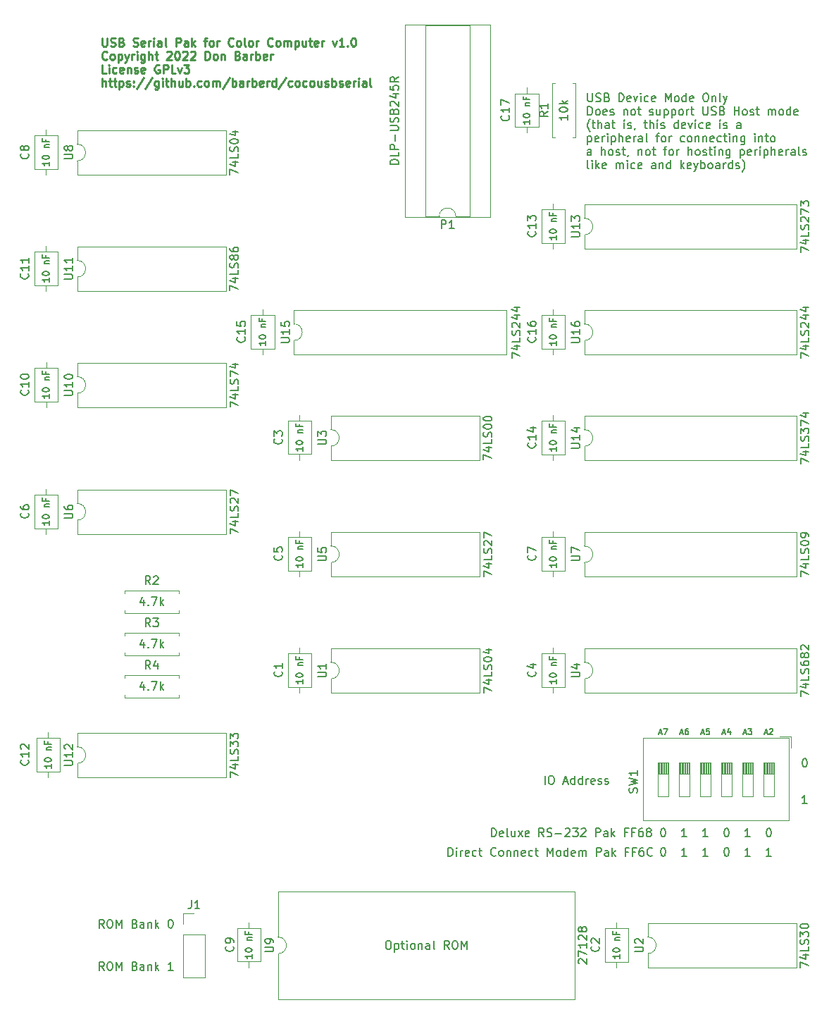
<source format=gbr>
%TF.GenerationSoftware,KiCad,Pcbnew,(6.0.7-1)-1*%
%TF.CreationDate,2022-10-20T14:57:48-04:00*%
%TF.ProjectId,6551usb,36353531-7573-4622-9e6b-696361645f70,rev?*%
%TF.SameCoordinates,Original*%
%TF.FileFunction,Legend,Top*%
%TF.FilePolarity,Positive*%
%FSLAX46Y46*%
G04 Gerber Fmt 4.6, Leading zero omitted, Abs format (unit mm)*
G04 Created by KiCad (PCBNEW (6.0.7-1)-1) date 2022-10-20 14:57:48*
%MOMM*%
%LPD*%
G01*
G04 APERTURE LIST*
%ADD10C,0.150000*%
%ADD11C,0.175000*%
%ADD12C,0.250000*%
%ADD13C,0.120000*%
G04 APERTURE END LIST*
D10*
X99520380Y-154646380D02*
X99615619Y-154646380D01*
X99710857Y-154694000D01*
X99758476Y-154741619D01*
X99806095Y-154836857D01*
X99853714Y-155027333D01*
X99853714Y-155265428D01*
X99806095Y-155455904D01*
X99758476Y-155551142D01*
X99710857Y-155598761D01*
X99615619Y-155646380D01*
X99520380Y-155646380D01*
X99425142Y-155598761D01*
X99377523Y-155551142D01*
X99329904Y-155455904D01*
X99282285Y-155265428D01*
X99282285Y-155027333D01*
X99329904Y-154836857D01*
X99377523Y-154741619D01*
X99425142Y-154694000D01*
X99520380Y-154646380D01*
X82885595Y-64007380D02*
X82885595Y-64816904D01*
X82933214Y-64912142D01*
X82980833Y-64959761D01*
X83076071Y-65007380D01*
X83266547Y-65007380D01*
X83361785Y-64959761D01*
X83409404Y-64912142D01*
X83457023Y-64816904D01*
X83457023Y-64007380D01*
X83885595Y-64959761D02*
X84028452Y-65007380D01*
X84266547Y-65007380D01*
X84361785Y-64959761D01*
X84409404Y-64912142D01*
X84457023Y-64816904D01*
X84457023Y-64721666D01*
X84409404Y-64626428D01*
X84361785Y-64578809D01*
X84266547Y-64531190D01*
X84076071Y-64483571D01*
X83980833Y-64435952D01*
X83933214Y-64388333D01*
X83885595Y-64293095D01*
X83885595Y-64197857D01*
X83933214Y-64102619D01*
X83980833Y-64055000D01*
X84076071Y-64007380D01*
X84314166Y-64007380D01*
X84457023Y-64055000D01*
X85218928Y-64483571D02*
X85361785Y-64531190D01*
X85409404Y-64578809D01*
X85457023Y-64674047D01*
X85457023Y-64816904D01*
X85409404Y-64912142D01*
X85361785Y-64959761D01*
X85266547Y-65007380D01*
X84885595Y-65007380D01*
X84885595Y-64007380D01*
X85218928Y-64007380D01*
X85314166Y-64055000D01*
X85361785Y-64102619D01*
X85409404Y-64197857D01*
X85409404Y-64293095D01*
X85361785Y-64388333D01*
X85314166Y-64435952D01*
X85218928Y-64483571D01*
X84885595Y-64483571D01*
X86647500Y-65007380D02*
X86647500Y-64007380D01*
X86885595Y-64007380D01*
X87028452Y-64055000D01*
X87123690Y-64150238D01*
X87171309Y-64245476D01*
X87218928Y-64435952D01*
X87218928Y-64578809D01*
X87171309Y-64769285D01*
X87123690Y-64864523D01*
X87028452Y-64959761D01*
X86885595Y-65007380D01*
X86647500Y-65007380D01*
X88028452Y-64959761D02*
X87933214Y-65007380D01*
X87742738Y-65007380D01*
X87647500Y-64959761D01*
X87599880Y-64864523D01*
X87599880Y-64483571D01*
X87647500Y-64388333D01*
X87742738Y-64340714D01*
X87933214Y-64340714D01*
X88028452Y-64388333D01*
X88076071Y-64483571D01*
X88076071Y-64578809D01*
X87599880Y-64674047D01*
X88409404Y-64340714D02*
X88647500Y-65007380D01*
X88885595Y-64340714D01*
X89266547Y-65007380D02*
X89266547Y-64340714D01*
X89266547Y-64007380D02*
X89218928Y-64055000D01*
X89266547Y-64102619D01*
X89314166Y-64055000D01*
X89266547Y-64007380D01*
X89266547Y-64102619D01*
X90171309Y-64959761D02*
X90076071Y-65007380D01*
X89885595Y-65007380D01*
X89790357Y-64959761D01*
X89742738Y-64912142D01*
X89695119Y-64816904D01*
X89695119Y-64531190D01*
X89742738Y-64435952D01*
X89790357Y-64388333D01*
X89885595Y-64340714D01*
X90076071Y-64340714D01*
X90171309Y-64388333D01*
X90980833Y-64959761D02*
X90885595Y-65007380D01*
X90695119Y-65007380D01*
X90599880Y-64959761D01*
X90552261Y-64864523D01*
X90552261Y-64483571D01*
X90599880Y-64388333D01*
X90695119Y-64340714D01*
X90885595Y-64340714D01*
X90980833Y-64388333D01*
X91028452Y-64483571D01*
X91028452Y-64578809D01*
X90552261Y-64674047D01*
X92218928Y-65007380D02*
X92218928Y-64007380D01*
X92552261Y-64721666D01*
X92885595Y-64007380D01*
X92885595Y-65007380D01*
X93504642Y-65007380D02*
X93409404Y-64959761D01*
X93361785Y-64912142D01*
X93314166Y-64816904D01*
X93314166Y-64531190D01*
X93361785Y-64435952D01*
X93409404Y-64388333D01*
X93504642Y-64340714D01*
X93647500Y-64340714D01*
X93742738Y-64388333D01*
X93790357Y-64435952D01*
X93837976Y-64531190D01*
X93837976Y-64816904D01*
X93790357Y-64912142D01*
X93742738Y-64959761D01*
X93647500Y-65007380D01*
X93504642Y-65007380D01*
X94695119Y-65007380D02*
X94695119Y-64007380D01*
X94695119Y-64959761D02*
X94599880Y-65007380D01*
X94409404Y-65007380D01*
X94314166Y-64959761D01*
X94266547Y-64912142D01*
X94218928Y-64816904D01*
X94218928Y-64531190D01*
X94266547Y-64435952D01*
X94314166Y-64388333D01*
X94409404Y-64340714D01*
X94599880Y-64340714D01*
X94695119Y-64388333D01*
X95552261Y-64959761D02*
X95457023Y-65007380D01*
X95266547Y-65007380D01*
X95171309Y-64959761D01*
X95123690Y-64864523D01*
X95123690Y-64483571D01*
X95171309Y-64388333D01*
X95266547Y-64340714D01*
X95457023Y-64340714D01*
X95552261Y-64388333D01*
X95599880Y-64483571D01*
X95599880Y-64578809D01*
X95123690Y-64674047D01*
X96980833Y-64007380D02*
X97171309Y-64007380D01*
X97266547Y-64055000D01*
X97361785Y-64150238D01*
X97409404Y-64340714D01*
X97409404Y-64674047D01*
X97361785Y-64864523D01*
X97266547Y-64959761D01*
X97171309Y-65007380D01*
X96980833Y-65007380D01*
X96885595Y-64959761D01*
X96790357Y-64864523D01*
X96742738Y-64674047D01*
X96742738Y-64340714D01*
X96790357Y-64150238D01*
X96885595Y-64055000D01*
X96980833Y-64007380D01*
X97837976Y-64340714D02*
X97837976Y-65007380D01*
X97837976Y-64435952D02*
X97885595Y-64388333D01*
X97980833Y-64340714D01*
X98123690Y-64340714D01*
X98218928Y-64388333D01*
X98266547Y-64483571D01*
X98266547Y-65007380D01*
X98885595Y-65007380D02*
X98790357Y-64959761D01*
X98742738Y-64864523D01*
X98742738Y-64007380D01*
X99171309Y-64340714D02*
X99409404Y-65007380D01*
X99647500Y-64340714D02*
X99409404Y-65007380D01*
X99314166Y-65245476D01*
X99266547Y-65293095D01*
X99171309Y-65340714D01*
X82885595Y-66617380D02*
X82885595Y-65617380D01*
X83123690Y-65617380D01*
X83266547Y-65665000D01*
X83361785Y-65760238D01*
X83409404Y-65855476D01*
X83457023Y-66045952D01*
X83457023Y-66188809D01*
X83409404Y-66379285D01*
X83361785Y-66474523D01*
X83266547Y-66569761D01*
X83123690Y-66617380D01*
X82885595Y-66617380D01*
X84028452Y-66617380D02*
X83933214Y-66569761D01*
X83885595Y-66522142D01*
X83837976Y-66426904D01*
X83837976Y-66141190D01*
X83885595Y-66045952D01*
X83933214Y-65998333D01*
X84028452Y-65950714D01*
X84171309Y-65950714D01*
X84266547Y-65998333D01*
X84314166Y-66045952D01*
X84361785Y-66141190D01*
X84361785Y-66426904D01*
X84314166Y-66522142D01*
X84266547Y-66569761D01*
X84171309Y-66617380D01*
X84028452Y-66617380D01*
X85171309Y-66569761D02*
X85076071Y-66617380D01*
X84885595Y-66617380D01*
X84790357Y-66569761D01*
X84742738Y-66474523D01*
X84742738Y-66093571D01*
X84790357Y-65998333D01*
X84885595Y-65950714D01*
X85076071Y-65950714D01*
X85171309Y-65998333D01*
X85218928Y-66093571D01*
X85218928Y-66188809D01*
X84742738Y-66284047D01*
X85599880Y-66569761D02*
X85695119Y-66617380D01*
X85885595Y-66617380D01*
X85980833Y-66569761D01*
X86028452Y-66474523D01*
X86028452Y-66426904D01*
X85980833Y-66331666D01*
X85885595Y-66284047D01*
X85742738Y-66284047D01*
X85647500Y-66236428D01*
X85599880Y-66141190D01*
X85599880Y-66093571D01*
X85647500Y-65998333D01*
X85742738Y-65950714D01*
X85885595Y-65950714D01*
X85980833Y-65998333D01*
X87218928Y-65950714D02*
X87218928Y-66617380D01*
X87218928Y-66045952D02*
X87266547Y-65998333D01*
X87361785Y-65950714D01*
X87504642Y-65950714D01*
X87599880Y-65998333D01*
X87647500Y-66093571D01*
X87647500Y-66617380D01*
X88266547Y-66617380D02*
X88171309Y-66569761D01*
X88123690Y-66522142D01*
X88076071Y-66426904D01*
X88076071Y-66141190D01*
X88123690Y-66045952D01*
X88171309Y-65998333D01*
X88266547Y-65950714D01*
X88409404Y-65950714D01*
X88504642Y-65998333D01*
X88552261Y-66045952D01*
X88599880Y-66141190D01*
X88599880Y-66426904D01*
X88552261Y-66522142D01*
X88504642Y-66569761D01*
X88409404Y-66617380D01*
X88266547Y-66617380D01*
X88885595Y-65950714D02*
X89266547Y-65950714D01*
X89028452Y-65617380D02*
X89028452Y-66474523D01*
X89076071Y-66569761D01*
X89171309Y-66617380D01*
X89266547Y-66617380D01*
X90314166Y-66569761D02*
X90409404Y-66617380D01*
X90599880Y-66617380D01*
X90695119Y-66569761D01*
X90742738Y-66474523D01*
X90742738Y-66426904D01*
X90695119Y-66331666D01*
X90599880Y-66284047D01*
X90457023Y-66284047D01*
X90361785Y-66236428D01*
X90314166Y-66141190D01*
X90314166Y-66093571D01*
X90361785Y-65998333D01*
X90457023Y-65950714D01*
X90599880Y-65950714D01*
X90695119Y-65998333D01*
X91599880Y-65950714D02*
X91599880Y-66617380D01*
X91171309Y-65950714D02*
X91171309Y-66474523D01*
X91218928Y-66569761D01*
X91314166Y-66617380D01*
X91457023Y-66617380D01*
X91552261Y-66569761D01*
X91599880Y-66522142D01*
X92076071Y-65950714D02*
X92076071Y-66950714D01*
X92076071Y-65998333D02*
X92171309Y-65950714D01*
X92361785Y-65950714D01*
X92457023Y-65998333D01*
X92504642Y-66045952D01*
X92552261Y-66141190D01*
X92552261Y-66426904D01*
X92504642Y-66522142D01*
X92457023Y-66569761D01*
X92361785Y-66617380D01*
X92171309Y-66617380D01*
X92076071Y-66569761D01*
X92980833Y-65950714D02*
X92980833Y-66950714D01*
X92980833Y-65998333D02*
X93076071Y-65950714D01*
X93266547Y-65950714D01*
X93361785Y-65998333D01*
X93409404Y-66045952D01*
X93457023Y-66141190D01*
X93457023Y-66426904D01*
X93409404Y-66522142D01*
X93361785Y-66569761D01*
X93266547Y-66617380D01*
X93076071Y-66617380D01*
X92980833Y-66569761D01*
X94028452Y-66617380D02*
X93933214Y-66569761D01*
X93885595Y-66522142D01*
X93837976Y-66426904D01*
X93837976Y-66141190D01*
X93885595Y-66045952D01*
X93933214Y-65998333D01*
X94028452Y-65950714D01*
X94171309Y-65950714D01*
X94266547Y-65998333D01*
X94314166Y-66045952D01*
X94361785Y-66141190D01*
X94361785Y-66426904D01*
X94314166Y-66522142D01*
X94266547Y-66569761D01*
X94171309Y-66617380D01*
X94028452Y-66617380D01*
X94790357Y-66617380D02*
X94790357Y-65950714D01*
X94790357Y-66141190D02*
X94837976Y-66045952D01*
X94885595Y-65998333D01*
X94980833Y-65950714D01*
X95076071Y-65950714D01*
X95266547Y-65950714D02*
X95647500Y-65950714D01*
X95409404Y-65617380D02*
X95409404Y-66474523D01*
X95457023Y-66569761D01*
X95552261Y-66617380D01*
X95647500Y-66617380D01*
X96742738Y-65617380D02*
X96742738Y-66426904D01*
X96790357Y-66522142D01*
X96837976Y-66569761D01*
X96933214Y-66617380D01*
X97123690Y-66617380D01*
X97218928Y-66569761D01*
X97266547Y-66522142D01*
X97314166Y-66426904D01*
X97314166Y-65617380D01*
X97742738Y-66569761D02*
X97885595Y-66617380D01*
X98123690Y-66617380D01*
X98218928Y-66569761D01*
X98266547Y-66522142D01*
X98314166Y-66426904D01*
X98314166Y-66331666D01*
X98266547Y-66236428D01*
X98218928Y-66188809D01*
X98123690Y-66141190D01*
X97933214Y-66093571D01*
X97837976Y-66045952D01*
X97790357Y-65998333D01*
X97742738Y-65903095D01*
X97742738Y-65807857D01*
X97790357Y-65712619D01*
X97837976Y-65665000D01*
X97933214Y-65617380D01*
X98171309Y-65617380D01*
X98314166Y-65665000D01*
X99076071Y-66093571D02*
X99218928Y-66141190D01*
X99266547Y-66188809D01*
X99314166Y-66284047D01*
X99314166Y-66426904D01*
X99266547Y-66522142D01*
X99218928Y-66569761D01*
X99123690Y-66617380D01*
X98742738Y-66617380D01*
X98742738Y-65617380D01*
X99076071Y-65617380D01*
X99171309Y-65665000D01*
X99218928Y-65712619D01*
X99266547Y-65807857D01*
X99266547Y-65903095D01*
X99218928Y-65998333D01*
X99171309Y-66045952D01*
X99076071Y-66093571D01*
X98742738Y-66093571D01*
X100504642Y-66617380D02*
X100504642Y-65617380D01*
X100504642Y-66093571D02*
X101076071Y-66093571D01*
X101076071Y-66617380D02*
X101076071Y-65617380D01*
X101695119Y-66617380D02*
X101599880Y-66569761D01*
X101552261Y-66522142D01*
X101504642Y-66426904D01*
X101504642Y-66141190D01*
X101552261Y-66045952D01*
X101599880Y-65998333D01*
X101695119Y-65950714D01*
X101837976Y-65950714D01*
X101933214Y-65998333D01*
X101980833Y-66045952D01*
X102028452Y-66141190D01*
X102028452Y-66426904D01*
X101980833Y-66522142D01*
X101933214Y-66569761D01*
X101837976Y-66617380D01*
X101695119Y-66617380D01*
X102409404Y-66569761D02*
X102504642Y-66617380D01*
X102695119Y-66617380D01*
X102790357Y-66569761D01*
X102837976Y-66474523D01*
X102837976Y-66426904D01*
X102790357Y-66331666D01*
X102695119Y-66284047D01*
X102552261Y-66284047D01*
X102457023Y-66236428D01*
X102409404Y-66141190D01*
X102409404Y-66093571D01*
X102457023Y-65998333D01*
X102552261Y-65950714D01*
X102695119Y-65950714D01*
X102790357Y-65998333D01*
X103123690Y-65950714D02*
X103504642Y-65950714D01*
X103266547Y-65617380D02*
X103266547Y-66474523D01*
X103314166Y-66569761D01*
X103409404Y-66617380D01*
X103504642Y-66617380D01*
X104599880Y-66617380D02*
X104599880Y-65950714D01*
X104599880Y-66045952D02*
X104647500Y-65998333D01*
X104742738Y-65950714D01*
X104885595Y-65950714D01*
X104980833Y-65998333D01*
X105028452Y-66093571D01*
X105028452Y-66617380D01*
X105028452Y-66093571D02*
X105076071Y-65998333D01*
X105171309Y-65950714D01*
X105314166Y-65950714D01*
X105409404Y-65998333D01*
X105457023Y-66093571D01*
X105457023Y-66617380D01*
X106076071Y-66617380D02*
X105980833Y-66569761D01*
X105933214Y-66522142D01*
X105885595Y-66426904D01*
X105885595Y-66141190D01*
X105933214Y-66045952D01*
X105980833Y-65998333D01*
X106076071Y-65950714D01*
X106218928Y-65950714D01*
X106314166Y-65998333D01*
X106361785Y-66045952D01*
X106409404Y-66141190D01*
X106409404Y-66426904D01*
X106361785Y-66522142D01*
X106314166Y-66569761D01*
X106218928Y-66617380D01*
X106076071Y-66617380D01*
X107266547Y-66617380D02*
X107266547Y-65617380D01*
X107266547Y-66569761D02*
X107171309Y-66617380D01*
X106980833Y-66617380D01*
X106885595Y-66569761D01*
X106837976Y-66522142D01*
X106790357Y-66426904D01*
X106790357Y-66141190D01*
X106837976Y-66045952D01*
X106885595Y-65998333D01*
X106980833Y-65950714D01*
X107171309Y-65950714D01*
X107266547Y-65998333D01*
X108123690Y-66569761D02*
X108028452Y-66617380D01*
X107837976Y-66617380D01*
X107742738Y-66569761D01*
X107695119Y-66474523D01*
X107695119Y-66093571D01*
X107742738Y-65998333D01*
X107837976Y-65950714D01*
X108028452Y-65950714D01*
X108123690Y-65998333D01*
X108171309Y-66093571D01*
X108171309Y-66188809D01*
X107695119Y-66284047D01*
X83171309Y-68608333D02*
X83123690Y-68560714D01*
X83028452Y-68417857D01*
X82980833Y-68322619D01*
X82933214Y-68179761D01*
X82885595Y-67941666D01*
X82885595Y-67751190D01*
X82933214Y-67513095D01*
X82980833Y-67370238D01*
X83028452Y-67275000D01*
X83123690Y-67132142D01*
X83171309Y-67084523D01*
X83409404Y-67560714D02*
X83790357Y-67560714D01*
X83552261Y-67227380D02*
X83552261Y-68084523D01*
X83599880Y-68179761D01*
X83695119Y-68227380D01*
X83790357Y-68227380D01*
X84123690Y-68227380D02*
X84123690Y-67227380D01*
X84552261Y-68227380D02*
X84552261Y-67703571D01*
X84504642Y-67608333D01*
X84409404Y-67560714D01*
X84266547Y-67560714D01*
X84171309Y-67608333D01*
X84123690Y-67655952D01*
X85457023Y-68227380D02*
X85457023Y-67703571D01*
X85409404Y-67608333D01*
X85314166Y-67560714D01*
X85123690Y-67560714D01*
X85028452Y-67608333D01*
X85457023Y-68179761D02*
X85361785Y-68227380D01*
X85123690Y-68227380D01*
X85028452Y-68179761D01*
X84980833Y-68084523D01*
X84980833Y-67989285D01*
X85028452Y-67894047D01*
X85123690Y-67846428D01*
X85361785Y-67846428D01*
X85457023Y-67798809D01*
X85790357Y-67560714D02*
X86171309Y-67560714D01*
X85933214Y-67227380D02*
X85933214Y-68084523D01*
X85980833Y-68179761D01*
X86076071Y-68227380D01*
X86171309Y-68227380D01*
X87266547Y-68227380D02*
X87266547Y-67560714D01*
X87266547Y-67227380D02*
X87218928Y-67275000D01*
X87266547Y-67322619D01*
X87314166Y-67275000D01*
X87266547Y-67227380D01*
X87266547Y-67322619D01*
X87695119Y-68179761D02*
X87790357Y-68227380D01*
X87980833Y-68227380D01*
X88076071Y-68179761D01*
X88123690Y-68084523D01*
X88123690Y-68036904D01*
X88076071Y-67941666D01*
X87980833Y-67894047D01*
X87837976Y-67894047D01*
X87742738Y-67846428D01*
X87695119Y-67751190D01*
X87695119Y-67703571D01*
X87742738Y-67608333D01*
X87837976Y-67560714D01*
X87980833Y-67560714D01*
X88076071Y-67608333D01*
X88599880Y-68179761D02*
X88599880Y-68227380D01*
X88552261Y-68322619D01*
X88504642Y-68370238D01*
X89647500Y-67560714D02*
X90028452Y-67560714D01*
X89790357Y-67227380D02*
X89790357Y-68084523D01*
X89837976Y-68179761D01*
X89933214Y-68227380D01*
X90028452Y-68227380D01*
X90361785Y-68227380D02*
X90361785Y-67227380D01*
X90790357Y-68227380D02*
X90790357Y-67703571D01*
X90742738Y-67608333D01*
X90647500Y-67560714D01*
X90504642Y-67560714D01*
X90409404Y-67608333D01*
X90361785Y-67655952D01*
X91266547Y-68227380D02*
X91266547Y-67560714D01*
X91266547Y-67227380D02*
X91218928Y-67275000D01*
X91266547Y-67322619D01*
X91314166Y-67275000D01*
X91266547Y-67227380D01*
X91266547Y-67322619D01*
X91695119Y-68179761D02*
X91790357Y-68227380D01*
X91980833Y-68227380D01*
X92076071Y-68179761D01*
X92123690Y-68084523D01*
X92123690Y-68036904D01*
X92076071Y-67941666D01*
X91980833Y-67894047D01*
X91837976Y-67894047D01*
X91742738Y-67846428D01*
X91695119Y-67751190D01*
X91695119Y-67703571D01*
X91742738Y-67608333D01*
X91837976Y-67560714D01*
X91980833Y-67560714D01*
X92076071Y-67608333D01*
X93742738Y-68227380D02*
X93742738Y-67227380D01*
X93742738Y-68179761D02*
X93647500Y-68227380D01*
X93457023Y-68227380D01*
X93361785Y-68179761D01*
X93314166Y-68132142D01*
X93266547Y-68036904D01*
X93266547Y-67751190D01*
X93314166Y-67655952D01*
X93361785Y-67608333D01*
X93457023Y-67560714D01*
X93647500Y-67560714D01*
X93742738Y-67608333D01*
X94599880Y-68179761D02*
X94504642Y-68227380D01*
X94314166Y-68227380D01*
X94218928Y-68179761D01*
X94171309Y-68084523D01*
X94171309Y-67703571D01*
X94218928Y-67608333D01*
X94314166Y-67560714D01*
X94504642Y-67560714D01*
X94599880Y-67608333D01*
X94647500Y-67703571D01*
X94647500Y-67798809D01*
X94171309Y-67894047D01*
X94980833Y-67560714D02*
X95218928Y-68227380D01*
X95457023Y-67560714D01*
X95837976Y-68227380D02*
X95837976Y-67560714D01*
X95837976Y-67227380D02*
X95790357Y-67275000D01*
X95837976Y-67322619D01*
X95885595Y-67275000D01*
X95837976Y-67227380D01*
X95837976Y-67322619D01*
X96742738Y-68179761D02*
X96647500Y-68227380D01*
X96457023Y-68227380D01*
X96361785Y-68179761D01*
X96314166Y-68132142D01*
X96266547Y-68036904D01*
X96266547Y-67751190D01*
X96314166Y-67655952D01*
X96361785Y-67608333D01*
X96457023Y-67560714D01*
X96647500Y-67560714D01*
X96742738Y-67608333D01*
X97552261Y-68179761D02*
X97457023Y-68227380D01*
X97266547Y-68227380D01*
X97171309Y-68179761D01*
X97123690Y-68084523D01*
X97123690Y-67703571D01*
X97171309Y-67608333D01*
X97266547Y-67560714D01*
X97457023Y-67560714D01*
X97552261Y-67608333D01*
X97599880Y-67703571D01*
X97599880Y-67798809D01*
X97123690Y-67894047D01*
X98790357Y-68227380D02*
X98790357Y-67560714D01*
X98790357Y-67227380D02*
X98742738Y-67275000D01*
X98790357Y-67322619D01*
X98837976Y-67275000D01*
X98790357Y-67227380D01*
X98790357Y-67322619D01*
X99218928Y-68179761D02*
X99314166Y-68227380D01*
X99504642Y-68227380D01*
X99599880Y-68179761D01*
X99647500Y-68084523D01*
X99647500Y-68036904D01*
X99599880Y-67941666D01*
X99504642Y-67894047D01*
X99361785Y-67894047D01*
X99266547Y-67846428D01*
X99218928Y-67751190D01*
X99218928Y-67703571D01*
X99266547Y-67608333D01*
X99361785Y-67560714D01*
X99504642Y-67560714D01*
X99599880Y-67608333D01*
X101266547Y-68227380D02*
X101266547Y-67703571D01*
X101218928Y-67608333D01*
X101123690Y-67560714D01*
X100933214Y-67560714D01*
X100837976Y-67608333D01*
X101266547Y-68179761D02*
X101171309Y-68227380D01*
X100933214Y-68227380D01*
X100837976Y-68179761D01*
X100790357Y-68084523D01*
X100790357Y-67989285D01*
X100837976Y-67894047D01*
X100933214Y-67846428D01*
X101171309Y-67846428D01*
X101266547Y-67798809D01*
X82885595Y-69170714D02*
X82885595Y-70170714D01*
X82885595Y-69218333D02*
X82980833Y-69170714D01*
X83171309Y-69170714D01*
X83266547Y-69218333D01*
X83314166Y-69265952D01*
X83361785Y-69361190D01*
X83361785Y-69646904D01*
X83314166Y-69742142D01*
X83266547Y-69789761D01*
X83171309Y-69837380D01*
X82980833Y-69837380D01*
X82885595Y-69789761D01*
X84171309Y-69789761D02*
X84076071Y-69837380D01*
X83885595Y-69837380D01*
X83790357Y-69789761D01*
X83742738Y-69694523D01*
X83742738Y-69313571D01*
X83790357Y-69218333D01*
X83885595Y-69170714D01*
X84076071Y-69170714D01*
X84171309Y-69218333D01*
X84218928Y-69313571D01*
X84218928Y-69408809D01*
X83742738Y-69504047D01*
X84647500Y-69837380D02*
X84647500Y-69170714D01*
X84647500Y-69361190D02*
X84695119Y-69265952D01*
X84742738Y-69218333D01*
X84837976Y-69170714D01*
X84933214Y-69170714D01*
X85266547Y-69837380D02*
X85266547Y-69170714D01*
X85266547Y-68837380D02*
X85218928Y-68885000D01*
X85266547Y-68932619D01*
X85314166Y-68885000D01*
X85266547Y-68837380D01*
X85266547Y-68932619D01*
X85742738Y-69170714D02*
X85742738Y-70170714D01*
X85742738Y-69218333D02*
X85837976Y-69170714D01*
X86028452Y-69170714D01*
X86123690Y-69218333D01*
X86171309Y-69265952D01*
X86218928Y-69361190D01*
X86218928Y-69646904D01*
X86171309Y-69742142D01*
X86123690Y-69789761D01*
X86028452Y-69837380D01*
X85837976Y-69837380D01*
X85742738Y-69789761D01*
X86647500Y-69837380D02*
X86647500Y-68837380D01*
X87076071Y-69837380D02*
X87076071Y-69313571D01*
X87028452Y-69218333D01*
X86933214Y-69170714D01*
X86790357Y-69170714D01*
X86695119Y-69218333D01*
X86647500Y-69265952D01*
X87933214Y-69789761D02*
X87837976Y-69837380D01*
X87647500Y-69837380D01*
X87552261Y-69789761D01*
X87504642Y-69694523D01*
X87504642Y-69313571D01*
X87552261Y-69218333D01*
X87647500Y-69170714D01*
X87837976Y-69170714D01*
X87933214Y-69218333D01*
X87980833Y-69313571D01*
X87980833Y-69408809D01*
X87504642Y-69504047D01*
X88409404Y-69837380D02*
X88409404Y-69170714D01*
X88409404Y-69361190D02*
X88457023Y-69265952D01*
X88504642Y-69218333D01*
X88599880Y-69170714D01*
X88695119Y-69170714D01*
X89457023Y-69837380D02*
X89457023Y-69313571D01*
X89409404Y-69218333D01*
X89314166Y-69170714D01*
X89123690Y-69170714D01*
X89028452Y-69218333D01*
X89457023Y-69789761D02*
X89361785Y-69837380D01*
X89123690Y-69837380D01*
X89028452Y-69789761D01*
X88980833Y-69694523D01*
X88980833Y-69599285D01*
X89028452Y-69504047D01*
X89123690Y-69456428D01*
X89361785Y-69456428D01*
X89457023Y-69408809D01*
X90076071Y-69837380D02*
X89980833Y-69789761D01*
X89933214Y-69694523D01*
X89933214Y-68837380D01*
X91076071Y-69170714D02*
X91457023Y-69170714D01*
X91218928Y-69837380D02*
X91218928Y-68980238D01*
X91266547Y-68885000D01*
X91361785Y-68837380D01*
X91457023Y-68837380D01*
X91933214Y-69837380D02*
X91837976Y-69789761D01*
X91790357Y-69742142D01*
X91742738Y-69646904D01*
X91742738Y-69361190D01*
X91790357Y-69265952D01*
X91837976Y-69218333D01*
X91933214Y-69170714D01*
X92076071Y-69170714D01*
X92171309Y-69218333D01*
X92218928Y-69265952D01*
X92266547Y-69361190D01*
X92266547Y-69646904D01*
X92218928Y-69742142D01*
X92171309Y-69789761D01*
X92076071Y-69837380D01*
X91933214Y-69837380D01*
X92695119Y-69837380D02*
X92695119Y-69170714D01*
X92695119Y-69361190D02*
X92742738Y-69265952D01*
X92790357Y-69218333D01*
X92885595Y-69170714D01*
X92980833Y-69170714D01*
X94504642Y-69789761D02*
X94409404Y-69837380D01*
X94218928Y-69837380D01*
X94123690Y-69789761D01*
X94076071Y-69742142D01*
X94028452Y-69646904D01*
X94028452Y-69361190D01*
X94076071Y-69265952D01*
X94123690Y-69218333D01*
X94218928Y-69170714D01*
X94409404Y-69170714D01*
X94504642Y-69218333D01*
X95076071Y-69837380D02*
X94980833Y-69789761D01*
X94933214Y-69742142D01*
X94885595Y-69646904D01*
X94885595Y-69361190D01*
X94933214Y-69265952D01*
X94980833Y-69218333D01*
X95076071Y-69170714D01*
X95218928Y-69170714D01*
X95314166Y-69218333D01*
X95361785Y-69265952D01*
X95409404Y-69361190D01*
X95409404Y-69646904D01*
X95361785Y-69742142D01*
X95314166Y-69789761D01*
X95218928Y-69837380D01*
X95076071Y-69837380D01*
X95837976Y-69170714D02*
X95837976Y-69837380D01*
X95837976Y-69265952D02*
X95885595Y-69218333D01*
X95980833Y-69170714D01*
X96123690Y-69170714D01*
X96218928Y-69218333D01*
X96266547Y-69313571D01*
X96266547Y-69837380D01*
X96742738Y-69170714D02*
X96742738Y-69837380D01*
X96742738Y-69265952D02*
X96790357Y-69218333D01*
X96885595Y-69170714D01*
X97028452Y-69170714D01*
X97123690Y-69218333D01*
X97171309Y-69313571D01*
X97171309Y-69837380D01*
X98028452Y-69789761D02*
X97933214Y-69837380D01*
X97742738Y-69837380D01*
X97647500Y-69789761D01*
X97599880Y-69694523D01*
X97599880Y-69313571D01*
X97647500Y-69218333D01*
X97742738Y-69170714D01*
X97933214Y-69170714D01*
X98028452Y-69218333D01*
X98076071Y-69313571D01*
X98076071Y-69408809D01*
X97599880Y-69504047D01*
X98933214Y-69789761D02*
X98837976Y-69837380D01*
X98647500Y-69837380D01*
X98552261Y-69789761D01*
X98504642Y-69742142D01*
X98457023Y-69646904D01*
X98457023Y-69361190D01*
X98504642Y-69265952D01*
X98552261Y-69218333D01*
X98647500Y-69170714D01*
X98837976Y-69170714D01*
X98933214Y-69218333D01*
X99218928Y-69170714D02*
X99599880Y-69170714D01*
X99361785Y-68837380D02*
X99361785Y-69694523D01*
X99409404Y-69789761D01*
X99504642Y-69837380D01*
X99599880Y-69837380D01*
X99933214Y-69837380D02*
X99933214Y-69170714D01*
X99933214Y-68837380D02*
X99885595Y-68885000D01*
X99933214Y-68932619D01*
X99980833Y-68885000D01*
X99933214Y-68837380D01*
X99933214Y-68932619D01*
X100409404Y-69170714D02*
X100409404Y-69837380D01*
X100409404Y-69265952D02*
X100457023Y-69218333D01*
X100552261Y-69170714D01*
X100695119Y-69170714D01*
X100790357Y-69218333D01*
X100837976Y-69313571D01*
X100837976Y-69837380D01*
X101742738Y-69170714D02*
X101742738Y-69980238D01*
X101695119Y-70075476D01*
X101647500Y-70123095D01*
X101552261Y-70170714D01*
X101409404Y-70170714D01*
X101314166Y-70123095D01*
X101742738Y-69789761D02*
X101647500Y-69837380D01*
X101457023Y-69837380D01*
X101361785Y-69789761D01*
X101314166Y-69742142D01*
X101266547Y-69646904D01*
X101266547Y-69361190D01*
X101314166Y-69265952D01*
X101361785Y-69218333D01*
X101457023Y-69170714D01*
X101647500Y-69170714D01*
X101742738Y-69218333D01*
X102980833Y-69837380D02*
X102980833Y-69170714D01*
X102980833Y-68837380D02*
X102933214Y-68885000D01*
X102980833Y-68932619D01*
X103028452Y-68885000D01*
X102980833Y-68837380D01*
X102980833Y-68932619D01*
X103457023Y-69170714D02*
X103457023Y-69837380D01*
X103457023Y-69265952D02*
X103504642Y-69218333D01*
X103599880Y-69170714D01*
X103742738Y-69170714D01*
X103837976Y-69218333D01*
X103885595Y-69313571D01*
X103885595Y-69837380D01*
X104218928Y-69170714D02*
X104599880Y-69170714D01*
X104361785Y-68837380D02*
X104361785Y-69694523D01*
X104409404Y-69789761D01*
X104504642Y-69837380D01*
X104599880Y-69837380D01*
X105076071Y-69837380D02*
X104980833Y-69789761D01*
X104933214Y-69742142D01*
X104885595Y-69646904D01*
X104885595Y-69361190D01*
X104933214Y-69265952D01*
X104980833Y-69218333D01*
X105076071Y-69170714D01*
X105218928Y-69170714D01*
X105314166Y-69218333D01*
X105361785Y-69265952D01*
X105409404Y-69361190D01*
X105409404Y-69646904D01*
X105361785Y-69742142D01*
X105314166Y-69789761D01*
X105218928Y-69837380D01*
X105076071Y-69837380D01*
X83314166Y-71447380D02*
X83314166Y-70923571D01*
X83266547Y-70828333D01*
X83171309Y-70780714D01*
X82980833Y-70780714D01*
X82885595Y-70828333D01*
X83314166Y-71399761D02*
X83218928Y-71447380D01*
X82980833Y-71447380D01*
X82885595Y-71399761D01*
X82837976Y-71304523D01*
X82837976Y-71209285D01*
X82885595Y-71114047D01*
X82980833Y-71066428D01*
X83218928Y-71066428D01*
X83314166Y-71018809D01*
X84552261Y-71447380D02*
X84552261Y-70447380D01*
X84980833Y-71447380D02*
X84980833Y-70923571D01*
X84933214Y-70828333D01*
X84837976Y-70780714D01*
X84695119Y-70780714D01*
X84599880Y-70828333D01*
X84552261Y-70875952D01*
X85599880Y-71447380D02*
X85504642Y-71399761D01*
X85457023Y-71352142D01*
X85409404Y-71256904D01*
X85409404Y-70971190D01*
X85457023Y-70875952D01*
X85504642Y-70828333D01*
X85599880Y-70780714D01*
X85742738Y-70780714D01*
X85837976Y-70828333D01*
X85885595Y-70875952D01*
X85933214Y-70971190D01*
X85933214Y-71256904D01*
X85885595Y-71352142D01*
X85837976Y-71399761D01*
X85742738Y-71447380D01*
X85599880Y-71447380D01*
X86314166Y-71399761D02*
X86409404Y-71447380D01*
X86599880Y-71447380D01*
X86695119Y-71399761D01*
X86742738Y-71304523D01*
X86742738Y-71256904D01*
X86695119Y-71161666D01*
X86599880Y-71114047D01*
X86457023Y-71114047D01*
X86361785Y-71066428D01*
X86314166Y-70971190D01*
X86314166Y-70923571D01*
X86361785Y-70828333D01*
X86457023Y-70780714D01*
X86599880Y-70780714D01*
X86695119Y-70828333D01*
X87028452Y-70780714D02*
X87409404Y-70780714D01*
X87171309Y-70447380D02*
X87171309Y-71304523D01*
X87218928Y-71399761D01*
X87314166Y-71447380D01*
X87409404Y-71447380D01*
X87790357Y-71399761D02*
X87790357Y-71447380D01*
X87742738Y-71542619D01*
X87695119Y-71590238D01*
X88980833Y-70780714D02*
X88980833Y-71447380D01*
X88980833Y-70875952D02*
X89028452Y-70828333D01*
X89123690Y-70780714D01*
X89266547Y-70780714D01*
X89361785Y-70828333D01*
X89409404Y-70923571D01*
X89409404Y-71447380D01*
X90028452Y-71447380D02*
X89933214Y-71399761D01*
X89885595Y-71352142D01*
X89837976Y-71256904D01*
X89837976Y-70971190D01*
X89885595Y-70875952D01*
X89933214Y-70828333D01*
X90028452Y-70780714D01*
X90171309Y-70780714D01*
X90266547Y-70828333D01*
X90314166Y-70875952D01*
X90361785Y-70971190D01*
X90361785Y-71256904D01*
X90314166Y-71352142D01*
X90266547Y-71399761D01*
X90171309Y-71447380D01*
X90028452Y-71447380D01*
X90647500Y-70780714D02*
X91028452Y-70780714D01*
X90790357Y-70447380D02*
X90790357Y-71304523D01*
X90837976Y-71399761D01*
X90933214Y-71447380D01*
X91028452Y-71447380D01*
X91980833Y-70780714D02*
X92361785Y-70780714D01*
X92123690Y-71447380D02*
X92123690Y-70590238D01*
X92171309Y-70495000D01*
X92266547Y-70447380D01*
X92361785Y-70447380D01*
X92837976Y-71447380D02*
X92742738Y-71399761D01*
X92695119Y-71352142D01*
X92647500Y-71256904D01*
X92647500Y-70971190D01*
X92695119Y-70875952D01*
X92742738Y-70828333D01*
X92837976Y-70780714D01*
X92980833Y-70780714D01*
X93076071Y-70828333D01*
X93123690Y-70875952D01*
X93171309Y-70971190D01*
X93171309Y-71256904D01*
X93123690Y-71352142D01*
X93076071Y-71399761D01*
X92980833Y-71447380D01*
X92837976Y-71447380D01*
X93599880Y-71447380D02*
X93599880Y-70780714D01*
X93599880Y-70971190D02*
X93647500Y-70875952D01*
X93695119Y-70828333D01*
X93790357Y-70780714D01*
X93885595Y-70780714D01*
X94980833Y-71447380D02*
X94980833Y-70447380D01*
X95409404Y-71447380D02*
X95409404Y-70923571D01*
X95361785Y-70828333D01*
X95266547Y-70780714D01*
X95123690Y-70780714D01*
X95028452Y-70828333D01*
X94980833Y-70875952D01*
X96028452Y-71447380D02*
X95933214Y-71399761D01*
X95885595Y-71352142D01*
X95837976Y-71256904D01*
X95837976Y-70971190D01*
X95885595Y-70875952D01*
X95933214Y-70828333D01*
X96028452Y-70780714D01*
X96171309Y-70780714D01*
X96266547Y-70828333D01*
X96314166Y-70875952D01*
X96361785Y-70971190D01*
X96361785Y-71256904D01*
X96314166Y-71352142D01*
X96266547Y-71399761D01*
X96171309Y-71447380D01*
X96028452Y-71447380D01*
X96742738Y-71399761D02*
X96837976Y-71447380D01*
X97028452Y-71447380D01*
X97123690Y-71399761D01*
X97171309Y-71304523D01*
X97171309Y-71256904D01*
X97123690Y-71161666D01*
X97028452Y-71114047D01*
X96885595Y-71114047D01*
X96790357Y-71066428D01*
X96742738Y-70971190D01*
X96742738Y-70923571D01*
X96790357Y-70828333D01*
X96885595Y-70780714D01*
X97028452Y-70780714D01*
X97123690Y-70828333D01*
X97457023Y-70780714D02*
X97837976Y-70780714D01*
X97599880Y-70447380D02*
X97599880Y-71304523D01*
X97647500Y-71399761D01*
X97742738Y-71447380D01*
X97837976Y-71447380D01*
X98171309Y-71447380D02*
X98171309Y-70780714D01*
X98171309Y-70447380D02*
X98123690Y-70495000D01*
X98171309Y-70542619D01*
X98218928Y-70495000D01*
X98171309Y-70447380D01*
X98171309Y-70542619D01*
X98647500Y-70780714D02*
X98647500Y-71447380D01*
X98647500Y-70875952D02*
X98695119Y-70828333D01*
X98790357Y-70780714D01*
X98933214Y-70780714D01*
X99028452Y-70828333D01*
X99076071Y-70923571D01*
X99076071Y-71447380D01*
X99980833Y-70780714D02*
X99980833Y-71590238D01*
X99933214Y-71685476D01*
X99885595Y-71733095D01*
X99790357Y-71780714D01*
X99647500Y-71780714D01*
X99552261Y-71733095D01*
X99980833Y-71399761D02*
X99885595Y-71447380D01*
X99695119Y-71447380D01*
X99599880Y-71399761D01*
X99552261Y-71352142D01*
X99504642Y-71256904D01*
X99504642Y-70971190D01*
X99552261Y-70875952D01*
X99599880Y-70828333D01*
X99695119Y-70780714D01*
X99885595Y-70780714D01*
X99980833Y-70828333D01*
X101218928Y-70780714D02*
X101218928Y-71780714D01*
X101218928Y-70828333D02*
X101314166Y-70780714D01*
X101504642Y-70780714D01*
X101599880Y-70828333D01*
X101647500Y-70875952D01*
X101695119Y-70971190D01*
X101695119Y-71256904D01*
X101647500Y-71352142D01*
X101599880Y-71399761D01*
X101504642Y-71447380D01*
X101314166Y-71447380D01*
X101218928Y-71399761D01*
X102504642Y-71399761D02*
X102409404Y-71447380D01*
X102218928Y-71447380D01*
X102123690Y-71399761D01*
X102076071Y-71304523D01*
X102076071Y-70923571D01*
X102123690Y-70828333D01*
X102218928Y-70780714D01*
X102409404Y-70780714D01*
X102504642Y-70828333D01*
X102552261Y-70923571D01*
X102552261Y-71018809D01*
X102076071Y-71114047D01*
X102980833Y-71447380D02*
X102980833Y-70780714D01*
X102980833Y-70971190D02*
X103028452Y-70875952D01*
X103076071Y-70828333D01*
X103171309Y-70780714D01*
X103266547Y-70780714D01*
X103599880Y-71447380D02*
X103599880Y-70780714D01*
X103599880Y-70447380D02*
X103552261Y-70495000D01*
X103599880Y-70542619D01*
X103647500Y-70495000D01*
X103599880Y-70447380D01*
X103599880Y-70542619D01*
X104076071Y-70780714D02*
X104076071Y-71780714D01*
X104076071Y-70828333D02*
X104171309Y-70780714D01*
X104361785Y-70780714D01*
X104457023Y-70828333D01*
X104504642Y-70875952D01*
X104552261Y-70971190D01*
X104552261Y-71256904D01*
X104504642Y-71352142D01*
X104457023Y-71399761D01*
X104361785Y-71447380D01*
X104171309Y-71447380D01*
X104076071Y-71399761D01*
X104980833Y-71447380D02*
X104980833Y-70447380D01*
X105409404Y-71447380D02*
X105409404Y-70923571D01*
X105361785Y-70828333D01*
X105266547Y-70780714D01*
X105123690Y-70780714D01*
X105028452Y-70828333D01*
X104980833Y-70875952D01*
X106266547Y-71399761D02*
X106171309Y-71447380D01*
X105980833Y-71447380D01*
X105885595Y-71399761D01*
X105837976Y-71304523D01*
X105837976Y-70923571D01*
X105885595Y-70828333D01*
X105980833Y-70780714D01*
X106171309Y-70780714D01*
X106266547Y-70828333D01*
X106314166Y-70923571D01*
X106314166Y-71018809D01*
X105837976Y-71114047D01*
X106742738Y-71447380D02*
X106742738Y-70780714D01*
X106742738Y-70971190D02*
X106790357Y-70875952D01*
X106837976Y-70828333D01*
X106933214Y-70780714D01*
X107028452Y-70780714D01*
X107790357Y-71447380D02*
X107790357Y-70923571D01*
X107742738Y-70828333D01*
X107647500Y-70780714D01*
X107457023Y-70780714D01*
X107361785Y-70828333D01*
X107790357Y-71399761D02*
X107695119Y-71447380D01*
X107457023Y-71447380D01*
X107361785Y-71399761D01*
X107314166Y-71304523D01*
X107314166Y-71209285D01*
X107361785Y-71114047D01*
X107457023Y-71066428D01*
X107695119Y-71066428D01*
X107790357Y-71018809D01*
X108409404Y-71447380D02*
X108314166Y-71399761D01*
X108266547Y-71304523D01*
X108266547Y-70447380D01*
X108742738Y-71399761D02*
X108837976Y-71447380D01*
X109028452Y-71447380D01*
X109123690Y-71399761D01*
X109171309Y-71304523D01*
X109171309Y-71256904D01*
X109123690Y-71161666D01*
X109028452Y-71114047D01*
X108885595Y-71114047D01*
X108790357Y-71066428D01*
X108742738Y-70971190D01*
X108742738Y-70923571D01*
X108790357Y-70828333D01*
X108885595Y-70780714D01*
X109028452Y-70780714D01*
X109123690Y-70828333D01*
X83028452Y-73057380D02*
X82933214Y-73009761D01*
X82885595Y-72914523D01*
X82885595Y-72057380D01*
X83409404Y-73057380D02*
X83409404Y-72390714D01*
X83409404Y-72057380D02*
X83361785Y-72105000D01*
X83409404Y-72152619D01*
X83457023Y-72105000D01*
X83409404Y-72057380D01*
X83409404Y-72152619D01*
X83885595Y-73057380D02*
X83885595Y-72057380D01*
X83980833Y-72676428D02*
X84266547Y-73057380D01*
X84266547Y-72390714D02*
X83885595Y-72771666D01*
X85076071Y-73009761D02*
X84980833Y-73057380D01*
X84790357Y-73057380D01*
X84695119Y-73009761D01*
X84647500Y-72914523D01*
X84647500Y-72533571D01*
X84695119Y-72438333D01*
X84790357Y-72390714D01*
X84980833Y-72390714D01*
X85076071Y-72438333D01*
X85123690Y-72533571D01*
X85123690Y-72628809D01*
X84647500Y-72724047D01*
X86314166Y-73057380D02*
X86314166Y-72390714D01*
X86314166Y-72485952D02*
X86361785Y-72438333D01*
X86457023Y-72390714D01*
X86599880Y-72390714D01*
X86695119Y-72438333D01*
X86742738Y-72533571D01*
X86742738Y-73057380D01*
X86742738Y-72533571D02*
X86790357Y-72438333D01*
X86885595Y-72390714D01*
X87028452Y-72390714D01*
X87123690Y-72438333D01*
X87171309Y-72533571D01*
X87171309Y-73057380D01*
X87647500Y-73057380D02*
X87647500Y-72390714D01*
X87647500Y-72057380D02*
X87599880Y-72105000D01*
X87647500Y-72152619D01*
X87695119Y-72105000D01*
X87647500Y-72057380D01*
X87647500Y-72152619D01*
X88552261Y-73009761D02*
X88457023Y-73057380D01*
X88266547Y-73057380D01*
X88171309Y-73009761D01*
X88123690Y-72962142D01*
X88076071Y-72866904D01*
X88076071Y-72581190D01*
X88123690Y-72485952D01*
X88171309Y-72438333D01*
X88266547Y-72390714D01*
X88457023Y-72390714D01*
X88552261Y-72438333D01*
X89361785Y-73009761D02*
X89266547Y-73057380D01*
X89076071Y-73057380D01*
X88980833Y-73009761D01*
X88933214Y-72914523D01*
X88933214Y-72533571D01*
X88980833Y-72438333D01*
X89076071Y-72390714D01*
X89266547Y-72390714D01*
X89361785Y-72438333D01*
X89409404Y-72533571D01*
X89409404Y-72628809D01*
X88933214Y-72724047D01*
X91028452Y-73057380D02*
X91028452Y-72533571D01*
X90980833Y-72438333D01*
X90885595Y-72390714D01*
X90695119Y-72390714D01*
X90599880Y-72438333D01*
X91028452Y-73009761D02*
X90933214Y-73057380D01*
X90695119Y-73057380D01*
X90599880Y-73009761D01*
X90552261Y-72914523D01*
X90552261Y-72819285D01*
X90599880Y-72724047D01*
X90695119Y-72676428D01*
X90933214Y-72676428D01*
X91028452Y-72628809D01*
X91504642Y-72390714D02*
X91504642Y-73057380D01*
X91504642Y-72485952D02*
X91552261Y-72438333D01*
X91647500Y-72390714D01*
X91790357Y-72390714D01*
X91885595Y-72438333D01*
X91933214Y-72533571D01*
X91933214Y-73057380D01*
X92837976Y-73057380D02*
X92837976Y-72057380D01*
X92837976Y-73009761D02*
X92742738Y-73057380D01*
X92552261Y-73057380D01*
X92457023Y-73009761D01*
X92409404Y-72962142D01*
X92361785Y-72866904D01*
X92361785Y-72581190D01*
X92409404Y-72485952D01*
X92457023Y-72438333D01*
X92552261Y-72390714D01*
X92742738Y-72390714D01*
X92837976Y-72438333D01*
X94076071Y-73057380D02*
X94076071Y-72057380D01*
X94171309Y-72676428D02*
X94457023Y-73057380D01*
X94457023Y-72390714D02*
X94076071Y-72771666D01*
X95266547Y-73009761D02*
X95171309Y-73057380D01*
X94980833Y-73057380D01*
X94885595Y-73009761D01*
X94837976Y-72914523D01*
X94837976Y-72533571D01*
X94885595Y-72438333D01*
X94980833Y-72390714D01*
X95171309Y-72390714D01*
X95266547Y-72438333D01*
X95314166Y-72533571D01*
X95314166Y-72628809D01*
X94837976Y-72724047D01*
X95647500Y-72390714D02*
X95885595Y-73057380D01*
X96123690Y-72390714D02*
X95885595Y-73057380D01*
X95790357Y-73295476D01*
X95742738Y-73343095D01*
X95647500Y-73390714D01*
X96504642Y-73057380D02*
X96504642Y-72057380D01*
X96504642Y-72438333D02*
X96599880Y-72390714D01*
X96790357Y-72390714D01*
X96885595Y-72438333D01*
X96933214Y-72485952D01*
X96980833Y-72581190D01*
X96980833Y-72866904D01*
X96933214Y-72962142D01*
X96885595Y-73009761D01*
X96790357Y-73057380D01*
X96599880Y-73057380D01*
X96504642Y-73009761D01*
X97552261Y-73057380D02*
X97457023Y-73009761D01*
X97409404Y-72962142D01*
X97361785Y-72866904D01*
X97361785Y-72581190D01*
X97409404Y-72485952D01*
X97457023Y-72438333D01*
X97552261Y-72390714D01*
X97695119Y-72390714D01*
X97790357Y-72438333D01*
X97837976Y-72485952D01*
X97885595Y-72581190D01*
X97885595Y-72866904D01*
X97837976Y-72962142D01*
X97790357Y-73009761D01*
X97695119Y-73057380D01*
X97552261Y-73057380D01*
X98742738Y-73057380D02*
X98742738Y-72533571D01*
X98695119Y-72438333D01*
X98599880Y-72390714D01*
X98409404Y-72390714D01*
X98314166Y-72438333D01*
X98742738Y-73009761D02*
X98647500Y-73057380D01*
X98409404Y-73057380D01*
X98314166Y-73009761D01*
X98266547Y-72914523D01*
X98266547Y-72819285D01*
X98314166Y-72724047D01*
X98409404Y-72676428D01*
X98647500Y-72676428D01*
X98742738Y-72628809D01*
X99218928Y-73057380D02*
X99218928Y-72390714D01*
X99218928Y-72581190D02*
X99266547Y-72485952D01*
X99314166Y-72438333D01*
X99409404Y-72390714D01*
X99504642Y-72390714D01*
X100266547Y-73057380D02*
X100266547Y-72057380D01*
X100266547Y-73009761D02*
X100171309Y-73057380D01*
X99980833Y-73057380D01*
X99885595Y-73009761D01*
X99837976Y-72962142D01*
X99790357Y-72866904D01*
X99790357Y-72581190D01*
X99837976Y-72485952D01*
X99885595Y-72438333D01*
X99980833Y-72390714D01*
X100171309Y-72390714D01*
X100266547Y-72438333D01*
X100695119Y-73009761D02*
X100790357Y-73057380D01*
X100980833Y-73057380D01*
X101076071Y-73009761D01*
X101123690Y-72914523D01*
X101123690Y-72866904D01*
X101076071Y-72771666D01*
X100980833Y-72724047D01*
X100837976Y-72724047D01*
X100742738Y-72676428D01*
X100695119Y-72581190D01*
X100695119Y-72533571D01*
X100742738Y-72438333D01*
X100837976Y-72390714D01*
X100980833Y-72390714D01*
X101076071Y-72438333D01*
X101457023Y-73438333D02*
X101504642Y-73390714D01*
X101599880Y-73247857D01*
X101647500Y-73152619D01*
X101695119Y-73009761D01*
X101742738Y-72771666D01*
X101742738Y-72581190D01*
X101695119Y-72343095D01*
X101647500Y-72200238D01*
X101599880Y-72105000D01*
X101504642Y-71962142D01*
X101457023Y-71914523D01*
X94773714Y-155646380D02*
X94202285Y-155646380D01*
X94488000Y-155646380D02*
X94488000Y-154646380D01*
X94392761Y-154789238D01*
X94297523Y-154884476D01*
X94202285Y-154932095D01*
D11*
X96528000Y-140832666D02*
X96861333Y-140832666D01*
X96461333Y-141032666D02*
X96694666Y-140332666D01*
X96928000Y-141032666D01*
X97494666Y-140332666D02*
X97161333Y-140332666D01*
X97128000Y-140666000D01*
X97161333Y-140632666D01*
X97228000Y-140599333D01*
X97394666Y-140599333D01*
X97461333Y-140632666D01*
X97494666Y-140666000D01*
X97528000Y-140732666D01*
X97528000Y-140899333D01*
X97494666Y-140966000D01*
X97461333Y-140999333D01*
X97394666Y-141032666D01*
X97228000Y-141032666D01*
X97161333Y-140999333D01*
X97128000Y-140966000D01*
D10*
X97313714Y-153309580D02*
X96742285Y-153309580D01*
X97028000Y-153309580D02*
X97028000Y-152309580D01*
X96932761Y-152452438D01*
X96837523Y-152547676D01*
X96742285Y-152595295D01*
X94773714Y-153309580D02*
X94202285Y-153309580D01*
X94488000Y-153309580D02*
X94488000Y-152309580D01*
X94392761Y-152452438D01*
X94297523Y-152547676D01*
X94202285Y-152595295D01*
X66120904Y-155646380D02*
X66120904Y-154646380D01*
X66359000Y-154646380D01*
X66501857Y-154694000D01*
X66597095Y-154789238D01*
X66644714Y-154884476D01*
X66692333Y-155074952D01*
X66692333Y-155217809D01*
X66644714Y-155408285D01*
X66597095Y-155503523D01*
X66501857Y-155598761D01*
X66359000Y-155646380D01*
X66120904Y-155646380D01*
X67120904Y-155646380D02*
X67120904Y-154979714D01*
X67120904Y-154646380D02*
X67073285Y-154694000D01*
X67120904Y-154741619D01*
X67168523Y-154694000D01*
X67120904Y-154646380D01*
X67120904Y-154741619D01*
X67597095Y-155646380D02*
X67597095Y-154979714D01*
X67597095Y-155170190D02*
X67644714Y-155074952D01*
X67692333Y-155027333D01*
X67787571Y-154979714D01*
X67882809Y-154979714D01*
X68597095Y-155598761D02*
X68501857Y-155646380D01*
X68311380Y-155646380D01*
X68216142Y-155598761D01*
X68168523Y-155503523D01*
X68168523Y-155122571D01*
X68216142Y-155027333D01*
X68311380Y-154979714D01*
X68501857Y-154979714D01*
X68597095Y-155027333D01*
X68644714Y-155122571D01*
X68644714Y-155217809D01*
X68168523Y-155313047D01*
X69501857Y-155598761D02*
X69406619Y-155646380D01*
X69216142Y-155646380D01*
X69120904Y-155598761D01*
X69073285Y-155551142D01*
X69025666Y-155455904D01*
X69025666Y-155170190D01*
X69073285Y-155074952D01*
X69120904Y-155027333D01*
X69216142Y-154979714D01*
X69406619Y-154979714D01*
X69501857Y-155027333D01*
X69787571Y-154979714D02*
X70168523Y-154979714D01*
X69930428Y-154646380D02*
X69930428Y-155503523D01*
X69978047Y-155598761D01*
X70073285Y-155646380D01*
X70168523Y-155646380D01*
X71835190Y-155551142D02*
X71787571Y-155598761D01*
X71644714Y-155646380D01*
X71549476Y-155646380D01*
X71406619Y-155598761D01*
X71311380Y-155503523D01*
X71263761Y-155408285D01*
X71216142Y-155217809D01*
X71216142Y-155074952D01*
X71263761Y-154884476D01*
X71311380Y-154789238D01*
X71406619Y-154694000D01*
X71549476Y-154646380D01*
X71644714Y-154646380D01*
X71787571Y-154694000D01*
X71835190Y-154741619D01*
X72406619Y-155646380D02*
X72311380Y-155598761D01*
X72263761Y-155551142D01*
X72216142Y-155455904D01*
X72216142Y-155170190D01*
X72263761Y-155074952D01*
X72311380Y-155027333D01*
X72406619Y-154979714D01*
X72549476Y-154979714D01*
X72644714Y-155027333D01*
X72692333Y-155074952D01*
X72739952Y-155170190D01*
X72739952Y-155455904D01*
X72692333Y-155551142D01*
X72644714Y-155598761D01*
X72549476Y-155646380D01*
X72406619Y-155646380D01*
X73168523Y-154979714D02*
X73168523Y-155646380D01*
X73168523Y-155074952D02*
X73216142Y-155027333D01*
X73311380Y-154979714D01*
X73454238Y-154979714D01*
X73549476Y-155027333D01*
X73597095Y-155122571D01*
X73597095Y-155646380D01*
X74073285Y-154979714D02*
X74073285Y-155646380D01*
X74073285Y-155074952D02*
X74120904Y-155027333D01*
X74216142Y-154979714D01*
X74359000Y-154979714D01*
X74454238Y-155027333D01*
X74501857Y-155122571D01*
X74501857Y-155646380D01*
X75359000Y-155598761D02*
X75263761Y-155646380D01*
X75073285Y-155646380D01*
X74978047Y-155598761D01*
X74930428Y-155503523D01*
X74930428Y-155122571D01*
X74978047Y-155027333D01*
X75073285Y-154979714D01*
X75263761Y-154979714D01*
X75359000Y-155027333D01*
X75406619Y-155122571D01*
X75406619Y-155217809D01*
X74930428Y-155313047D01*
X76263761Y-155598761D02*
X76168523Y-155646380D01*
X75978047Y-155646380D01*
X75882809Y-155598761D01*
X75835190Y-155551142D01*
X75787571Y-155455904D01*
X75787571Y-155170190D01*
X75835190Y-155074952D01*
X75882809Y-155027333D01*
X75978047Y-154979714D01*
X76168523Y-154979714D01*
X76263761Y-155027333D01*
X76549476Y-154979714D02*
X76930428Y-154979714D01*
X76692333Y-154646380D02*
X76692333Y-155503523D01*
X76739952Y-155598761D01*
X76835190Y-155646380D01*
X76930428Y-155646380D01*
X78025666Y-155646380D02*
X78025666Y-154646380D01*
X78359000Y-155360666D01*
X78692333Y-154646380D01*
X78692333Y-155646380D01*
X79311380Y-155646380D02*
X79216142Y-155598761D01*
X79168523Y-155551142D01*
X79120904Y-155455904D01*
X79120904Y-155170190D01*
X79168523Y-155074952D01*
X79216142Y-155027333D01*
X79311380Y-154979714D01*
X79454238Y-154979714D01*
X79549476Y-155027333D01*
X79597095Y-155074952D01*
X79644714Y-155170190D01*
X79644714Y-155455904D01*
X79597095Y-155551142D01*
X79549476Y-155598761D01*
X79454238Y-155646380D01*
X79311380Y-155646380D01*
X80501857Y-155646380D02*
X80501857Y-154646380D01*
X80501857Y-155598761D02*
X80406619Y-155646380D01*
X80216142Y-155646380D01*
X80120904Y-155598761D01*
X80073285Y-155551142D01*
X80025666Y-155455904D01*
X80025666Y-155170190D01*
X80073285Y-155074952D01*
X80120904Y-155027333D01*
X80216142Y-154979714D01*
X80406619Y-154979714D01*
X80501857Y-155027333D01*
X81359000Y-155598761D02*
X81263761Y-155646380D01*
X81073285Y-155646380D01*
X80978047Y-155598761D01*
X80930428Y-155503523D01*
X80930428Y-155122571D01*
X80978047Y-155027333D01*
X81073285Y-154979714D01*
X81263761Y-154979714D01*
X81359000Y-155027333D01*
X81406619Y-155122571D01*
X81406619Y-155217809D01*
X80930428Y-155313047D01*
X81835190Y-155646380D02*
X81835190Y-154979714D01*
X81835190Y-155074952D02*
X81882809Y-155027333D01*
X81978047Y-154979714D01*
X82120904Y-154979714D01*
X82216142Y-155027333D01*
X82263761Y-155122571D01*
X82263761Y-155646380D01*
X82263761Y-155122571D02*
X82311380Y-155027333D01*
X82406619Y-154979714D01*
X82549476Y-154979714D01*
X82644714Y-155027333D01*
X82692333Y-155122571D01*
X82692333Y-155646380D01*
X83930428Y-155646380D02*
X83930428Y-154646380D01*
X84311380Y-154646380D01*
X84406619Y-154694000D01*
X84454238Y-154741619D01*
X84501857Y-154836857D01*
X84501857Y-154979714D01*
X84454238Y-155074952D01*
X84406619Y-155122571D01*
X84311380Y-155170190D01*
X83930428Y-155170190D01*
X85359000Y-155646380D02*
X85359000Y-155122571D01*
X85311380Y-155027333D01*
X85216142Y-154979714D01*
X85025666Y-154979714D01*
X84930428Y-155027333D01*
X85359000Y-155598761D02*
X85263761Y-155646380D01*
X85025666Y-155646380D01*
X84930428Y-155598761D01*
X84882809Y-155503523D01*
X84882809Y-155408285D01*
X84930428Y-155313047D01*
X85025666Y-155265428D01*
X85263761Y-155265428D01*
X85359000Y-155217809D01*
X85835190Y-155646380D02*
X85835190Y-154646380D01*
X85930428Y-155265428D02*
X86216142Y-155646380D01*
X86216142Y-154979714D02*
X85835190Y-155360666D01*
X87739952Y-155122571D02*
X87406619Y-155122571D01*
X87406619Y-155646380D02*
X87406619Y-154646380D01*
X87882809Y-154646380D01*
X88597095Y-155122571D02*
X88263761Y-155122571D01*
X88263761Y-155646380D02*
X88263761Y-154646380D01*
X88739952Y-154646380D01*
X89549476Y-154646380D02*
X89359000Y-154646380D01*
X89263761Y-154694000D01*
X89216142Y-154741619D01*
X89120904Y-154884476D01*
X89073285Y-155074952D01*
X89073285Y-155455904D01*
X89120904Y-155551142D01*
X89168523Y-155598761D01*
X89263761Y-155646380D01*
X89454238Y-155646380D01*
X89549476Y-155598761D01*
X89597095Y-155551142D01*
X89644714Y-155455904D01*
X89644714Y-155217809D01*
X89597095Y-155122571D01*
X89549476Y-155074952D01*
X89454238Y-155027333D01*
X89263761Y-155027333D01*
X89168523Y-155074952D01*
X89120904Y-155122571D01*
X89073285Y-155217809D01*
X90644714Y-155551142D02*
X90597095Y-155598761D01*
X90454238Y-155646380D01*
X90359000Y-155646380D01*
X90216142Y-155598761D01*
X90120904Y-155503523D01*
X90073285Y-155408285D01*
X90025666Y-155217809D01*
X90025666Y-155074952D01*
X90073285Y-154884476D01*
X90120904Y-154789238D01*
X90216142Y-154694000D01*
X90359000Y-154646380D01*
X90454238Y-154646380D01*
X90597095Y-154694000D01*
X90644714Y-154741619D01*
X24741666Y-169362380D02*
X24408333Y-168886190D01*
X24170238Y-169362380D02*
X24170238Y-168362380D01*
X24551190Y-168362380D01*
X24646428Y-168410000D01*
X24694047Y-168457619D01*
X24741666Y-168552857D01*
X24741666Y-168695714D01*
X24694047Y-168790952D01*
X24646428Y-168838571D01*
X24551190Y-168886190D01*
X24170238Y-168886190D01*
X25360714Y-168362380D02*
X25551190Y-168362380D01*
X25646428Y-168410000D01*
X25741666Y-168505238D01*
X25789285Y-168695714D01*
X25789285Y-169029047D01*
X25741666Y-169219523D01*
X25646428Y-169314761D01*
X25551190Y-169362380D01*
X25360714Y-169362380D01*
X25265476Y-169314761D01*
X25170238Y-169219523D01*
X25122619Y-169029047D01*
X25122619Y-168695714D01*
X25170238Y-168505238D01*
X25265476Y-168410000D01*
X25360714Y-168362380D01*
X26217857Y-169362380D02*
X26217857Y-168362380D01*
X26551190Y-169076666D01*
X26884523Y-168362380D01*
X26884523Y-169362380D01*
X28455952Y-168838571D02*
X28598809Y-168886190D01*
X28646428Y-168933809D01*
X28694047Y-169029047D01*
X28694047Y-169171904D01*
X28646428Y-169267142D01*
X28598809Y-169314761D01*
X28503571Y-169362380D01*
X28122619Y-169362380D01*
X28122619Y-168362380D01*
X28455952Y-168362380D01*
X28551190Y-168410000D01*
X28598809Y-168457619D01*
X28646428Y-168552857D01*
X28646428Y-168648095D01*
X28598809Y-168743333D01*
X28551190Y-168790952D01*
X28455952Y-168838571D01*
X28122619Y-168838571D01*
X29551190Y-169362380D02*
X29551190Y-168838571D01*
X29503571Y-168743333D01*
X29408333Y-168695714D01*
X29217857Y-168695714D01*
X29122619Y-168743333D01*
X29551190Y-169314761D02*
X29455952Y-169362380D01*
X29217857Y-169362380D01*
X29122619Y-169314761D01*
X29075000Y-169219523D01*
X29075000Y-169124285D01*
X29122619Y-169029047D01*
X29217857Y-168981428D01*
X29455952Y-168981428D01*
X29551190Y-168933809D01*
X30027380Y-168695714D02*
X30027380Y-169362380D01*
X30027380Y-168790952D02*
X30075000Y-168743333D01*
X30170238Y-168695714D01*
X30313095Y-168695714D01*
X30408333Y-168743333D01*
X30455952Y-168838571D01*
X30455952Y-169362380D01*
X30932142Y-169362380D02*
X30932142Y-168362380D01*
X31027380Y-168981428D02*
X31313095Y-169362380D01*
X31313095Y-168695714D02*
X30932142Y-169076666D01*
X33027380Y-169362380D02*
X32455952Y-169362380D01*
X32741666Y-169362380D02*
X32741666Y-168362380D01*
X32646428Y-168505238D01*
X32551190Y-168600476D01*
X32455952Y-168648095D01*
D12*
X24530595Y-57362380D02*
X24530595Y-58171904D01*
X24578214Y-58267142D01*
X24625833Y-58314761D01*
X24721071Y-58362380D01*
X24911547Y-58362380D01*
X25006785Y-58314761D01*
X25054404Y-58267142D01*
X25102023Y-58171904D01*
X25102023Y-57362380D01*
X25530595Y-58314761D02*
X25673452Y-58362380D01*
X25911547Y-58362380D01*
X26006785Y-58314761D01*
X26054404Y-58267142D01*
X26102023Y-58171904D01*
X26102023Y-58076666D01*
X26054404Y-57981428D01*
X26006785Y-57933809D01*
X25911547Y-57886190D01*
X25721071Y-57838571D01*
X25625833Y-57790952D01*
X25578214Y-57743333D01*
X25530595Y-57648095D01*
X25530595Y-57552857D01*
X25578214Y-57457619D01*
X25625833Y-57410000D01*
X25721071Y-57362380D01*
X25959166Y-57362380D01*
X26102023Y-57410000D01*
X26863928Y-57838571D02*
X27006785Y-57886190D01*
X27054404Y-57933809D01*
X27102023Y-58029047D01*
X27102023Y-58171904D01*
X27054404Y-58267142D01*
X27006785Y-58314761D01*
X26911547Y-58362380D01*
X26530595Y-58362380D01*
X26530595Y-57362380D01*
X26863928Y-57362380D01*
X26959166Y-57410000D01*
X27006785Y-57457619D01*
X27054404Y-57552857D01*
X27054404Y-57648095D01*
X27006785Y-57743333D01*
X26959166Y-57790952D01*
X26863928Y-57838571D01*
X26530595Y-57838571D01*
X28244880Y-58314761D02*
X28387738Y-58362380D01*
X28625833Y-58362380D01*
X28721071Y-58314761D01*
X28768690Y-58267142D01*
X28816309Y-58171904D01*
X28816309Y-58076666D01*
X28768690Y-57981428D01*
X28721071Y-57933809D01*
X28625833Y-57886190D01*
X28435357Y-57838571D01*
X28340119Y-57790952D01*
X28292500Y-57743333D01*
X28244880Y-57648095D01*
X28244880Y-57552857D01*
X28292500Y-57457619D01*
X28340119Y-57410000D01*
X28435357Y-57362380D01*
X28673452Y-57362380D01*
X28816309Y-57410000D01*
X29625833Y-58314761D02*
X29530595Y-58362380D01*
X29340119Y-58362380D01*
X29244880Y-58314761D01*
X29197261Y-58219523D01*
X29197261Y-57838571D01*
X29244880Y-57743333D01*
X29340119Y-57695714D01*
X29530595Y-57695714D01*
X29625833Y-57743333D01*
X29673452Y-57838571D01*
X29673452Y-57933809D01*
X29197261Y-58029047D01*
X30102023Y-58362380D02*
X30102023Y-57695714D01*
X30102023Y-57886190D02*
X30149642Y-57790952D01*
X30197261Y-57743333D01*
X30292500Y-57695714D01*
X30387738Y-57695714D01*
X30721071Y-58362380D02*
X30721071Y-57695714D01*
X30721071Y-57362380D02*
X30673452Y-57410000D01*
X30721071Y-57457619D01*
X30768690Y-57410000D01*
X30721071Y-57362380D01*
X30721071Y-57457619D01*
X31625833Y-58362380D02*
X31625833Y-57838571D01*
X31578214Y-57743333D01*
X31482976Y-57695714D01*
X31292500Y-57695714D01*
X31197261Y-57743333D01*
X31625833Y-58314761D02*
X31530595Y-58362380D01*
X31292500Y-58362380D01*
X31197261Y-58314761D01*
X31149642Y-58219523D01*
X31149642Y-58124285D01*
X31197261Y-58029047D01*
X31292500Y-57981428D01*
X31530595Y-57981428D01*
X31625833Y-57933809D01*
X32244880Y-58362380D02*
X32149642Y-58314761D01*
X32102023Y-58219523D01*
X32102023Y-57362380D01*
X33387738Y-58362380D02*
X33387738Y-57362380D01*
X33768690Y-57362380D01*
X33863928Y-57410000D01*
X33911547Y-57457619D01*
X33959166Y-57552857D01*
X33959166Y-57695714D01*
X33911547Y-57790952D01*
X33863928Y-57838571D01*
X33768690Y-57886190D01*
X33387738Y-57886190D01*
X34816309Y-58362380D02*
X34816309Y-57838571D01*
X34768690Y-57743333D01*
X34673452Y-57695714D01*
X34482976Y-57695714D01*
X34387738Y-57743333D01*
X34816309Y-58314761D02*
X34721071Y-58362380D01*
X34482976Y-58362380D01*
X34387738Y-58314761D01*
X34340119Y-58219523D01*
X34340119Y-58124285D01*
X34387738Y-58029047D01*
X34482976Y-57981428D01*
X34721071Y-57981428D01*
X34816309Y-57933809D01*
X35292500Y-58362380D02*
X35292500Y-57362380D01*
X35387738Y-57981428D02*
X35673452Y-58362380D01*
X35673452Y-57695714D02*
X35292500Y-58076666D01*
X36721071Y-57695714D02*
X37102023Y-57695714D01*
X36863928Y-58362380D02*
X36863928Y-57505238D01*
X36911547Y-57410000D01*
X37006785Y-57362380D01*
X37102023Y-57362380D01*
X37578214Y-58362380D02*
X37482976Y-58314761D01*
X37435357Y-58267142D01*
X37387738Y-58171904D01*
X37387738Y-57886190D01*
X37435357Y-57790952D01*
X37482976Y-57743333D01*
X37578214Y-57695714D01*
X37721071Y-57695714D01*
X37816309Y-57743333D01*
X37863928Y-57790952D01*
X37911547Y-57886190D01*
X37911547Y-58171904D01*
X37863928Y-58267142D01*
X37816309Y-58314761D01*
X37721071Y-58362380D01*
X37578214Y-58362380D01*
X38340119Y-58362380D02*
X38340119Y-57695714D01*
X38340119Y-57886190D02*
X38387738Y-57790952D01*
X38435357Y-57743333D01*
X38530595Y-57695714D01*
X38625833Y-57695714D01*
X40292500Y-58267142D02*
X40244880Y-58314761D01*
X40102023Y-58362380D01*
X40006785Y-58362380D01*
X39863928Y-58314761D01*
X39768690Y-58219523D01*
X39721071Y-58124285D01*
X39673452Y-57933809D01*
X39673452Y-57790952D01*
X39721071Y-57600476D01*
X39768690Y-57505238D01*
X39863928Y-57410000D01*
X40006785Y-57362380D01*
X40102023Y-57362380D01*
X40244880Y-57410000D01*
X40292500Y-57457619D01*
X40863928Y-58362380D02*
X40768690Y-58314761D01*
X40721071Y-58267142D01*
X40673452Y-58171904D01*
X40673452Y-57886190D01*
X40721071Y-57790952D01*
X40768690Y-57743333D01*
X40863928Y-57695714D01*
X41006785Y-57695714D01*
X41102023Y-57743333D01*
X41149642Y-57790952D01*
X41197261Y-57886190D01*
X41197261Y-58171904D01*
X41149642Y-58267142D01*
X41102023Y-58314761D01*
X41006785Y-58362380D01*
X40863928Y-58362380D01*
X41768690Y-58362380D02*
X41673452Y-58314761D01*
X41625833Y-58219523D01*
X41625833Y-57362380D01*
X42292500Y-58362380D02*
X42197261Y-58314761D01*
X42149642Y-58267142D01*
X42102023Y-58171904D01*
X42102023Y-57886190D01*
X42149642Y-57790952D01*
X42197261Y-57743333D01*
X42292500Y-57695714D01*
X42435357Y-57695714D01*
X42530595Y-57743333D01*
X42578214Y-57790952D01*
X42625833Y-57886190D01*
X42625833Y-58171904D01*
X42578214Y-58267142D01*
X42530595Y-58314761D01*
X42435357Y-58362380D01*
X42292500Y-58362380D01*
X43054404Y-58362380D02*
X43054404Y-57695714D01*
X43054404Y-57886190D02*
X43102023Y-57790952D01*
X43149642Y-57743333D01*
X43244880Y-57695714D01*
X43340119Y-57695714D01*
X45006785Y-58267142D02*
X44959166Y-58314761D01*
X44816309Y-58362380D01*
X44721071Y-58362380D01*
X44578214Y-58314761D01*
X44482976Y-58219523D01*
X44435357Y-58124285D01*
X44387738Y-57933809D01*
X44387738Y-57790952D01*
X44435357Y-57600476D01*
X44482976Y-57505238D01*
X44578214Y-57410000D01*
X44721071Y-57362380D01*
X44816309Y-57362380D01*
X44959166Y-57410000D01*
X45006785Y-57457619D01*
X45578214Y-58362380D02*
X45482976Y-58314761D01*
X45435357Y-58267142D01*
X45387738Y-58171904D01*
X45387738Y-57886190D01*
X45435357Y-57790952D01*
X45482976Y-57743333D01*
X45578214Y-57695714D01*
X45721071Y-57695714D01*
X45816309Y-57743333D01*
X45863928Y-57790952D01*
X45911547Y-57886190D01*
X45911547Y-58171904D01*
X45863928Y-58267142D01*
X45816309Y-58314761D01*
X45721071Y-58362380D01*
X45578214Y-58362380D01*
X46340119Y-58362380D02*
X46340119Y-57695714D01*
X46340119Y-57790952D02*
X46387738Y-57743333D01*
X46482976Y-57695714D01*
X46625833Y-57695714D01*
X46721071Y-57743333D01*
X46768690Y-57838571D01*
X46768690Y-58362380D01*
X46768690Y-57838571D02*
X46816309Y-57743333D01*
X46911547Y-57695714D01*
X47054404Y-57695714D01*
X47149642Y-57743333D01*
X47197261Y-57838571D01*
X47197261Y-58362380D01*
X47673452Y-57695714D02*
X47673452Y-58695714D01*
X47673452Y-57743333D02*
X47768690Y-57695714D01*
X47959166Y-57695714D01*
X48054404Y-57743333D01*
X48102023Y-57790952D01*
X48149642Y-57886190D01*
X48149642Y-58171904D01*
X48102023Y-58267142D01*
X48054404Y-58314761D01*
X47959166Y-58362380D01*
X47768690Y-58362380D01*
X47673452Y-58314761D01*
X49006785Y-57695714D02*
X49006785Y-58362380D01*
X48578214Y-57695714D02*
X48578214Y-58219523D01*
X48625833Y-58314761D01*
X48721071Y-58362380D01*
X48863928Y-58362380D01*
X48959166Y-58314761D01*
X49006785Y-58267142D01*
X49340119Y-57695714D02*
X49721071Y-57695714D01*
X49482976Y-57362380D02*
X49482976Y-58219523D01*
X49530595Y-58314761D01*
X49625833Y-58362380D01*
X49721071Y-58362380D01*
X50435357Y-58314761D02*
X50340119Y-58362380D01*
X50149642Y-58362380D01*
X50054404Y-58314761D01*
X50006785Y-58219523D01*
X50006785Y-57838571D01*
X50054404Y-57743333D01*
X50149642Y-57695714D01*
X50340119Y-57695714D01*
X50435357Y-57743333D01*
X50482976Y-57838571D01*
X50482976Y-57933809D01*
X50006785Y-58029047D01*
X50911547Y-58362380D02*
X50911547Y-57695714D01*
X50911547Y-57886190D02*
X50959166Y-57790952D01*
X51006785Y-57743333D01*
X51102023Y-57695714D01*
X51197261Y-57695714D01*
X52197261Y-57695714D02*
X52435357Y-58362380D01*
X52673452Y-57695714D01*
X53578214Y-58362380D02*
X53006785Y-58362380D01*
X53292499Y-58362380D02*
X53292499Y-57362380D01*
X53197261Y-57505238D01*
X53102023Y-57600476D01*
X53006785Y-57648095D01*
X54006785Y-58267142D02*
X54054404Y-58314761D01*
X54006785Y-58362380D01*
X53959166Y-58314761D01*
X54006785Y-58267142D01*
X54006785Y-58362380D01*
X54673452Y-57362380D02*
X54768690Y-57362380D01*
X54863928Y-57410000D01*
X54911547Y-57457619D01*
X54959166Y-57552857D01*
X55006785Y-57743333D01*
X55006785Y-57981428D01*
X54959166Y-58171904D01*
X54911547Y-58267142D01*
X54863928Y-58314761D01*
X54768690Y-58362380D01*
X54673452Y-58362380D01*
X54578214Y-58314761D01*
X54530595Y-58267142D01*
X54482976Y-58171904D01*
X54435357Y-57981428D01*
X54435357Y-57743333D01*
X54482976Y-57552857D01*
X54530595Y-57457619D01*
X54578214Y-57410000D01*
X54673452Y-57362380D01*
X25102023Y-59877142D02*
X25054404Y-59924761D01*
X24911547Y-59972380D01*
X24816309Y-59972380D01*
X24673452Y-59924761D01*
X24578214Y-59829523D01*
X24530595Y-59734285D01*
X24482976Y-59543809D01*
X24482976Y-59400952D01*
X24530595Y-59210476D01*
X24578214Y-59115238D01*
X24673452Y-59020000D01*
X24816309Y-58972380D01*
X24911547Y-58972380D01*
X25054404Y-59020000D01*
X25102023Y-59067619D01*
X25673452Y-59972380D02*
X25578214Y-59924761D01*
X25530595Y-59877142D01*
X25482976Y-59781904D01*
X25482976Y-59496190D01*
X25530595Y-59400952D01*
X25578214Y-59353333D01*
X25673452Y-59305714D01*
X25816309Y-59305714D01*
X25911547Y-59353333D01*
X25959166Y-59400952D01*
X26006785Y-59496190D01*
X26006785Y-59781904D01*
X25959166Y-59877142D01*
X25911547Y-59924761D01*
X25816309Y-59972380D01*
X25673452Y-59972380D01*
X26435357Y-59305714D02*
X26435357Y-60305714D01*
X26435357Y-59353333D02*
X26530595Y-59305714D01*
X26721071Y-59305714D01*
X26816309Y-59353333D01*
X26863928Y-59400952D01*
X26911547Y-59496190D01*
X26911547Y-59781904D01*
X26863928Y-59877142D01*
X26816309Y-59924761D01*
X26721071Y-59972380D01*
X26530595Y-59972380D01*
X26435357Y-59924761D01*
X27244880Y-59305714D02*
X27482976Y-59972380D01*
X27721071Y-59305714D02*
X27482976Y-59972380D01*
X27387738Y-60210476D01*
X27340119Y-60258095D01*
X27244880Y-60305714D01*
X28102023Y-59972380D02*
X28102023Y-59305714D01*
X28102023Y-59496190D02*
X28149642Y-59400952D01*
X28197261Y-59353333D01*
X28292500Y-59305714D01*
X28387738Y-59305714D01*
X28721071Y-59972380D02*
X28721071Y-59305714D01*
X28721071Y-58972380D02*
X28673452Y-59020000D01*
X28721071Y-59067619D01*
X28768690Y-59020000D01*
X28721071Y-58972380D01*
X28721071Y-59067619D01*
X29625833Y-59305714D02*
X29625833Y-60115238D01*
X29578214Y-60210476D01*
X29530595Y-60258095D01*
X29435357Y-60305714D01*
X29292500Y-60305714D01*
X29197261Y-60258095D01*
X29625833Y-59924761D02*
X29530595Y-59972380D01*
X29340119Y-59972380D01*
X29244880Y-59924761D01*
X29197261Y-59877142D01*
X29149642Y-59781904D01*
X29149642Y-59496190D01*
X29197261Y-59400952D01*
X29244880Y-59353333D01*
X29340119Y-59305714D01*
X29530595Y-59305714D01*
X29625833Y-59353333D01*
X30102023Y-59972380D02*
X30102023Y-58972380D01*
X30530595Y-59972380D02*
X30530595Y-59448571D01*
X30482976Y-59353333D01*
X30387738Y-59305714D01*
X30244880Y-59305714D01*
X30149642Y-59353333D01*
X30102023Y-59400952D01*
X30863928Y-59305714D02*
X31244880Y-59305714D01*
X31006785Y-58972380D02*
X31006785Y-59829523D01*
X31054404Y-59924761D01*
X31149642Y-59972380D01*
X31244880Y-59972380D01*
X32292500Y-59067619D02*
X32340119Y-59020000D01*
X32435357Y-58972380D01*
X32673452Y-58972380D01*
X32768690Y-59020000D01*
X32816309Y-59067619D01*
X32863928Y-59162857D01*
X32863928Y-59258095D01*
X32816309Y-59400952D01*
X32244880Y-59972380D01*
X32863928Y-59972380D01*
X33482976Y-58972380D02*
X33578214Y-58972380D01*
X33673452Y-59020000D01*
X33721071Y-59067619D01*
X33768690Y-59162857D01*
X33816309Y-59353333D01*
X33816309Y-59591428D01*
X33768690Y-59781904D01*
X33721071Y-59877142D01*
X33673452Y-59924761D01*
X33578214Y-59972380D01*
X33482976Y-59972380D01*
X33387738Y-59924761D01*
X33340119Y-59877142D01*
X33292500Y-59781904D01*
X33244880Y-59591428D01*
X33244880Y-59353333D01*
X33292500Y-59162857D01*
X33340119Y-59067619D01*
X33387738Y-59020000D01*
X33482976Y-58972380D01*
X34197261Y-59067619D02*
X34244880Y-59020000D01*
X34340119Y-58972380D01*
X34578214Y-58972380D01*
X34673452Y-59020000D01*
X34721071Y-59067619D01*
X34768690Y-59162857D01*
X34768690Y-59258095D01*
X34721071Y-59400952D01*
X34149642Y-59972380D01*
X34768690Y-59972380D01*
X35149642Y-59067619D02*
X35197261Y-59020000D01*
X35292500Y-58972380D01*
X35530595Y-58972380D01*
X35625833Y-59020000D01*
X35673452Y-59067619D01*
X35721071Y-59162857D01*
X35721071Y-59258095D01*
X35673452Y-59400952D01*
X35102023Y-59972380D01*
X35721071Y-59972380D01*
X36911547Y-59972380D02*
X36911547Y-58972380D01*
X37149642Y-58972380D01*
X37292500Y-59020000D01*
X37387738Y-59115238D01*
X37435357Y-59210476D01*
X37482976Y-59400952D01*
X37482976Y-59543809D01*
X37435357Y-59734285D01*
X37387738Y-59829523D01*
X37292500Y-59924761D01*
X37149642Y-59972380D01*
X36911547Y-59972380D01*
X38054404Y-59972380D02*
X37959166Y-59924761D01*
X37911547Y-59877142D01*
X37863928Y-59781904D01*
X37863928Y-59496190D01*
X37911547Y-59400952D01*
X37959166Y-59353333D01*
X38054404Y-59305714D01*
X38197261Y-59305714D01*
X38292500Y-59353333D01*
X38340119Y-59400952D01*
X38387738Y-59496190D01*
X38387738Y-59781904D01*
X38340119Y-59877142D01*
X38292500Y-59924761D01*
X38197261Y-59972380D01*
X38054404Y-59972380D01*
X38816309Y-59305714D02*
X38816309Y-59972380D01*
X38816309Y-59400952D02*
X38863928Y-59353333D01*
X38959166Y-59305714D01*
X39102023Y-59305714D01*
X39197261Y-59353333D01*
X39244880Y-59448571D01*
X39244880Y-59972380D01*
X40816309Y-59448571D02*
X40959166Y-59496190D01*
X41006785Y-59543809D01*
X41054404Y-59639047D01*
X41054404Y-59781904D01*
X41006785Y-59877142D01*
X40959166Y-59924761D01*
X40863928Y-59972380D01*
X40482976Y-59972380D01*
X40482976Y-58972380D01*
X40816309Y-58972380D01*
X40911547Y-59020000D01*
X40959166Y-59067619D01*
X41006785Y-59162857D01*
X41006785Y-59258095D01*
X40959166Y-59353333D01*
X40911547Y-59400952D01*
X40816309Y-59448571D01*
X40482976Y-59448571D01*
X41911547Y-59972380D02*
X41911547Y-59448571D01*
X41863928Y-59353333D01*
X41768690Y-59305714D01*
X41578214Y-59305714D01*
X41482976Y-59353333D01*
X41911547Y-59924761D02*
X41816309Y-59972380D01*
X41578214Y-59972380D01*
X41482976Y-59924761D01*
X41435357Y-59829523D01*
X41435357Y-59734285D01*
X41482976Y-59639047D01*
X41578214Y-59591428D01*
X41816309Y-59591428D01*
X41911547Y-59543809D01*
X42387738Y-59972380D02*
X42387738Y-59305714D01*
X42387738Y-59496190D02*
X42435357Y-59400952D01*
X42482976Y-59353333D01*
X42578214Y-59305714D01*
X42673452Y-59305714D01*
X43006785Y-59972380D02*
X43006785Y-58972380D01*
X43006785Y-59353333D02*
X43102023Y-59305714D01*
X43292499Y-59305714D01*
X43387738Y-59353333D01*
X43435357Y-59400952D01*
X43482976Y-59496190D01*
X43482976Y-59781904D01*
X43435357Y-59877142D01*
X43387738Y-59924761D01*
X43292499Y-59972380D01*
X43102023Y-59972380D01*
X43006785Y-59924761D01*
X44292499Y-59924761D02*
X44197261Y-59972380D01*
X44006785Y-59972380D01*
X43911547Y-59924761D01*
X43863928Y-59829523D01*
X43863928Y-59448571D01*
X43911547Y-59353333D01*
X44006785Y-59305714D01*
X44197261Y-59305714D01*
X44292499Y-59353333D01*
X44340119Y-59448571D01*
X44340119Y-59543809D01*
X43863928Y-59639047D01*
X44768690Y-59972380D02*
X44768690Y-59305714D01*
X44768690Y-59496190D02*
X44816309Y-59400952D01*
X44863928Y-59353333D01*
X44959166Y-59305714D01*
X45054404Y-59305714D01*
X25006785Y-61582380D02*
X24530595Y-61582380D01*
X24530595Y-60582380D01*
X25340119Y-61582380D02*
X25340119Y-60915714D01*
X25340119Y-60582380D02*
X25292500Y-60630000D01*
X25340119Y-60677619D01*
X25387738Y-60630000D01*
X25340119Y-60582380D01*
X25340119Y-60677619D01*
X26244880Y-61534761D02*
X26149642Y-61582380D01*
X25959166Y-61582380D01*
X25863928Y-61534761D01*
X25816309Y-61487142D01*
X25768690Y-61391904D01*
X25768690Y-61106190D01*
X25816309Y-61010952D01*
X25863928Y-60963333D01*
X25959166Y-60915714D01*
X26149642Y-60915714D01*
X26244880Y-60963333D01*
X27054404Y-61534761D02*
X26959166Y-61582380D01*
X26768690Y-61582380D01*
X26673452Y-61534761D01*
X26625833Y-61439523D01*
X26625833Y-61058571D01*
X26673452Y-60963333D01*
X26768690Y-60915714D01*
X26959166Y-60915714D01*
X27054404Y-60963333D01*
X27102023Y-61058571D01*
X27102023Y-61153809D01*
X26625833Y-61249047D01*
X27530595Y-60915714D02*
X27530595Y-61582380D01*
X27530595Y-61010952D02*
X27578214Y-60963333D01*
X27673452Y-60915714D01*
X27816309Y-60915714D01*
X27911547Y-60963333D01*
X27959166Y-61058571D01*
X27959166Y-61582380D01*
X28387738Y-61534761D02*
X28482976Y-61582380D01*
X28673452Y-61582380D01*
X28768690Y-61534761D01*
X28816309Y-61439523D01*
X28816309Y-61391904D01*
X28768690Y-61296666D01*
X28673452Y-61249047D01*
X28530595Y-61249047D01*
X28435357Y-61201428D01*
X28387738Y-61106190D01*
X28387738Y-61058571D01*
X28435357Y-60963333D01*
X28530595Y-60915714D01*
X28673452Y-60915714D01*
X28768690Y-60963333D01*
X29625833Y-61534761D02*
X29530595Y-61582380D01*
X29340119Y-61582380D01*
X29244880Y-61534761D01*
X29197261Y-61439523D01*
X29197261Y-61058571D01*
X29244880Y-60963333D01*
X29340119Y-60915714D01*
X29530595Y-60915714D01*
X29625833Y-60963333D01*
X29673452Y-61058571D01*
X29673452Y-61153809D01*
X29197261Y-61249047D01*
X31387738Y-60630000D02*
X31292500Y-60582380D01*
X31149642Y-60582380D01*
X31006785Y-60630000D01*
X30911547Y-60725238D01*
X30863928Y-60820476D01*
X30816309Y-61010952D01*
X30816309Y-61153809D01*
X30863928Y-61344285D01*
X30911547Y-61439523D01*
X31006785Y-61534761D01*
X31149642Y-61582380D01*
X31244880Y-61582380D01*
X31387738Y-61534761D01*
X31435357Y-61487142D01*
X31435357Y-61153809D01*
X31244880Y-61153809D01*
X31863928Y-61582380D02*
X31863928Y-60582380D01*
X32244880Y-60582380D01*
X32340119Y-60630000D01*
X32387738Y-60677619D01*
X32435357Y-60772857D01*
X32435357Y-60915714D01*
X32387738Y-61010952D01*
X32340119Y-61058571D01*
X32244880Y-61106190D01*
X31863928Y-61106190D01*
X33340119Y-61582380D02*
X32863928Y-61582380D01*
X32863928Y-60582380D01*
X33578214Y-60915714D02*
X33816309Y-61582380D01*
X34054404Y-60915714D01*
X34340119Y-60582380D02*
X34959166Y-60582380D01*
X34625833Y-60963333D01*
X34768690Y-60963333D01*
X34863928Y-61010952D01*
X34911547Y-61058571D01*
X34959166Y-61153809D01*
X34959166Y-61391904D01*
X34911547Y-61487142D01*
X34863928Y-61534761D01*
X34768690Y-61582380D01*
X34482976Y-61582380D01*
X34387738Y-61534761D01*
X34340119Y-61487142D01*
X24530595Y-63192380D02*
X24530595Y-62192380D01*
X24959166Y-63192380D02*
X24959166Y-62668571D01*
X24911547Y-62573333D01*
X24816309Y-62525714D01*
X24673452Y-62525714D01*
X24578214Y-62573333D01*
X24530595Y-62620952D01*
X25292500Y-62525714D02*
X25673452Y-62525714D01*
X25435357Y-62192380D02*
X25435357Y-63049523D01*
X25482976Y-63144761D01*
X25578214Y-63192380D01*
X25673452Y-63192380D01*
X25863928Y-62525714D02*
X26244880Y-62525714D01*
X26006785Y-62192380D02*
X26006785Y-63049523D01*
X26054404Y-63144761D01*
X26149642Y-63192380D01*
X26244880Y-63192380D01*
X26578214Y-62525714D02*
X26578214Y-63525714D01*
X26578214Y-62573333D02*
X26673452Y-62525714D01*
X26863928Y-62525714D01*
X26959166Y-62573333D01*
X27006785Y-62620952D01*
X27054404Y-62716190D01*
X27054404Y-63001904D01*
X27006785Y-63097142D01*
X26959166Y-63144761D01*
X26863928Y-63192380D01*
X26673452Y-63192380D01*
X26578214Y-63144761D01*
X27435357Y-63144761D02*
X27530595Y-63192380D01*
X27721071Y-63192380D01*
X27816309Y-63144761D01*
X27863928Y-63049523D01*
X27863928Y-63001904D01*
X27816309Y-62906666D01*
X27721071Y-62859047D01*
X27578214Y-62859047D01*
X27482976Y-62811428D01*
X27435357Y-62716190D01*
X27435357Y-62668571D01*
X27482976Y-62573333D01*
X27578214Y-62525714D01*
X27721071Y-62525714D01*
X27816309Y-62573333D01*
X28292500Y-63097142D02*
X28340119Y-63144761D01*
X28292500Y-63192380D01*
X28244880Y-63144761D01*
X28292500Y-63097142D01*
X28292500Y-63192380D01*
X28292500Y-62573333D02*
X28340119Y-62620952D01*
X28292500Y-62668571D01*
X28244880Y-62620952D01*
X28292500Y-62573333D01*
X28292500Y-62668571D01*
X29482976Y-62144761D02*
X28625833Y-63430476D01*
X30530595Y-62144761D02*
X29673452Y-63430476D01*
X31292500Y-62525714D02*
X31292500Y-63335238D01*
X31244880Y-63430476D01*
X31197261Y-63478095D01*
X31102023Y-63525714D01*
X30959166Y-63525714D01*
X30863928Y-63478095D01*
X31292500Y-63144761D02*
X31197261Y-63192380D01*
X31006785Y-63192380D01*
X30911547Y-63144761D01*
X30863928Y-63097142D01*
X30816309Y-63001904D01*
X30816309Y-62716190D01*
X30863928Y-62620952D01*
X30911547Y-62573333D01*
X31006785Y-62525714D01*
X31197261Y-62525714D01*
X31292500Y-62573333D01*
X31768690Y-63192380D02*
X31768690Y-62525714D01*
X31768690Y-62192380D02*
X31721071Y-62240000D01*
X31768690Y-62287619D01*
X31816309Y-62240000D01*
X31768690Y-62192380D01*
X31768690Y-62287619D01*
X32102023Y-62525714D02*
X32482976Y-62525714D01*
X32244880Y-62192380D02*
X32244880Y-63049523D01*
X32292500Y-63144761D01*
X32387738Y-63192380D01*
X32482976Y-63192380D01*
X32816309Y-63192380D02*
X32816309Y-62192380D01*
X33244880Y-63192380D02*
X33244880Y-62668571D01*
X33197261Y-62573333D01*
X33102023Y-62525714D01*
X32959166Y-62525714D01*
X32863928Y-62573333D01*
X32816309Y-62620952D01*
X34149642Y-62525714D02*
X34149642Y-63192380D01*
X33721071Y-62525714D02*
X33721071Y-63049523D01*
X33768690Y-63144761D01*
X33863928Y-63192380D01*
X34006785Y-63192380D01*
X34102023Y-63144761D01*
X34149642Y-63097142D01*
X34625833Y-63192380D02*
X34625833Y-62192380D01*
X34625833Y-62573333D02*
X34721071Y-62525714D01*
X34911547Y-62525714D01*
X35006785Y-62573333D01*
X35054404Y-62620952D01*
X35102023Y-62716190D01*
X35102023Y-63001904D01*
X35054404Y-63097142D01*
X35006785Y-63144761D01*
X34911547Y-63192380D01*
X34721071Y-63192380D01*
X34625833Y-63144761D01*
X35530595Y-63097142D02*
X35578214Y-63144761D01*
X35530595Y-63192380D01*
X35482976Y-63144761D01*
X35530595Y-63097142D01*
X35530595Y-63192380D01*
X36435357Y-63144761D02*
X36340119Y-63192380D01*
X36149642Y-63192380D01*
X36054404Y-63144761D01*
X36006785Y-63097142D01*
X35959166Y-63001904D01*
X35959166Y-62716190D01*
X36006785Y-62620952D01*
X36054404Y-62573333D01*
X36149642Y-62525714D01*
X36340119Y-62525714D01*
X36435357Y-62573333D01*
X37006785Y-63192380D02*
X36911547Y-63144761D01*
X36863928Y-63097142D01*
X36816309Y-63001904D01*
X36816309Y-62716190D01*
X36863928Y-62620952D01*
X36911547Y-62573333D01*
X37006785Y-62525714D01*
X37149642Y-62525714D01*
X37244880Y-62573333D01*
X37292500Y-62620952D01*
X37340119Y-62716190D01*
X37340119Y-63001904D01*
X37292500Y-63097142D01*
X37244880Y-63144761D01*
X37149642Y-63192380D01*
X37006785Y-63192380D01*
X37768690Y-63192380D02*
X37768690Y-62525714D01*
X37768690Y-62620952D02*
X37816309Y-62573333D01*
X37911547Y-62525714D01*
X38054404Y-62525714D01*
X38149642Y-62573333D01*
X38197261Y-62668571D01*
X38197261Y-63192380D01*
X38197261Y-62668571D02*
X38244880Y-62573333D01*
X38340119Y-62525714D01*
X38482976Y-62525714D01*
X38578214Y-62573333D01*
X38625833Y-62668571D01*
X38625833Y-63192380D01*
X39816309Y-62144761D02*
X38959166Y-63430476D01*
X40149642Y-63192380D02*
X40149642Y-62192380D01*
X40149642Y-62573333D02*
X40244880Y-62525714D01*
X40435357Y-62525714D01*
X40530595Y-62573333D01*
X40578214Y-62620952D01*
X40625833Y-62716190D01*
X40625833Y-63001904D01*
X40578214Y-63097142D01*
X40530595Y-63144761D01*
X40435357Y-63192380D01*
X40244880Y-63192380D01*
X40149642Y-63144761D01*
X41482976Y-63192380D02*
X41482976Y-62668571D01*
X41435357Y-62573333D01*
X41340119Y-62525714D01*
X41149642Y-62525714D01*
X41054404Y-62573333D01*
X41482976Y-63144761D02*
X41387738Y-63192380D01*
X41149642Y-63192380D01*
X41054404Y-63144761D01*
X41006785Y-63049523D01*
X41006785Y-62954285D01*
X41054404Y-62859047D01*
X41149642Y-62811428D01*
X41387738Y-62811428D01*
X41482976Y-62763809D01*
X41959166Y-63192380D02*
X41959166Y-62525714D01*
X41959166Y-62716190D02*
X42006785Y-62620952D01*
X42054404Y-62573333D01*
X42149642Y-62525714D01*
X42244880Y-62525714D01*
X42578214Y-63192380D02*
X42578214Y-62192380D01*
X42578214Y-62573333D02*
X42673452Y-62525714D01*
X42863928Y-62525714D01*
X42959166Y-62573333D01*
X43006785Y-62620952D01*
X43054404Y-62716190D01*
X43054404Y-63001904D01*
X43006785Y-63097142D01*
X42959166Y-63144761D01*
X42863928Y-63192380D01*
X42673452Y-63192380D01*
X42578214Y-63144761D01*
X43863928Y-63144761D02*
X43768690Y-63192380D01*
X43578214Y-63192380D01*
X43482976Y-63144761D01*
X43435357Y-63049523D01*
X43435357Y-62668571D01*
X43482976Y-62573333D01*
X43578214Y-62525714D01*
X43768690Y-62525714D01*
X43863928Y-62573333D01*
X43911547Y-62668571D01*
X43911547Y-62763809D01*
X43435357Y-62859047D01*
X44340119Y-63192380D02*
X44340119Y-62525714D01*
X44340119Y-62716190D02*
X44387738Y-62620952D01*
X44435357Y-62573333D01*
X44530595Y-62525714D01*
X44625833Y-62525714D01*
X45387738Y-63192380D02*
X45387738Y-62192380D01*
X45387738Y-63144761D02*
X45292500Y-63192380D01*
X45102023Y-63192380D01*
X45006785Y-63144761D01*
X44959166Y-63097142D01*
X44911547Y-63001904D01*
X44911547Y-62716190D01*
X44959166Y-62620952D01*
X45006785Y-62573333D01*
X45102023Y-62525714D01*
X45292500Y-62525714D01*
X45387738Y-62573333D01*
X46578214Y-62144761D02*
X45721071Y-63430476D01*
X47340119Y-63144761D02*
X47244880Y-63192380D01*
X47054404Y-63192380D01*
X46959166Y-63144761D01*
X46911547Y-63097142D01*
X46863928Y-63001904D01*
X46863928Y-62716190D01*
X46911547Y-62620952D01*
X46959166Y-62573333D01*
X47054404Y-62525714D01*
X47244880Y-62525714D01*
X47340119Y-62573333D01*
X47911547Y-63192380D02*
X47816309Y-63144761D01*
X47768690Y-63097142D01*
X47721071Y-63001904D01*
X47721071Y-62716190D01*
X47768690Y-62620952D01*
X47816309Y-62573333D01*
X47911547Y-62525714D01*
X48054404Y-62525714D01*
X48149642Y-62573333D01*
X48197261Y-62620952D01*
X48244880Y-62716190D01*
X48244880Y-63001904D01*
X48197261Y-63097142D01*
X48149642Y-63144761D01*
X48054404Y-63192380D01*
X47911547Y-63192380D01*
X49102023Y-63144761D02*
X49006785Y-63192380D01*
X48816309Y-63192380D01*
X48721071Y-63144761D01*
X48673452Y-63097142D01*
X48625833Y-63001904D01*
X48625833Y-62716190D01*
X48673452Y-62620952D01*
X48721071Y-62573333D01*
X48816309Y-62525714D01*
X49006785Y-62525714D01*
X49102023Y-62573333D01*
X49673452Y-63192380D02*
X49578214Y-63144761D01*
X49530595Y-63097142D01*
X49482976Y-63001904D01*
X49482976Y-62716190D01*
X49530595Y-62620952D01*
X49578214Y-62573333D01*
X49673452Y-62525714D01*
X49816309Y-62525714D01*
X49911547Y-62573333D01*
X49959166Y-62620952D01*
X50006785Y-62716190D01*
X50006785Y-63001904D01*
X49959166Y-63097142D01*
X49911547Y-63144761D01*
X49816309Y-63192380D01*
X49673452Y-63192380D01*
X50863928Y-62525714D02*
X50863928Y-63192380D01*
X50435357Y-62525714D02*
X50435357Y-63049523D01*
X50482976Y-63144761D01*
X50578214Y-63192380D01*
X50721071Y-63192380D01*
X50816309Y-63144761D01*
X50863928Y-63097142D01*
X51292499Y-63144761D02*
X51387738Y-63192380D01*
X51578214Y-63192380D01*
X51673452Y-63144761D01*
X51721071Y-63049523D01*
X51721071Y-63001904D01*
X51673452Y-62906666D01*
X51578214Y-62859047D01*
X51435357Y-62859047D01*
X51340119Y-62811428D01*
X51292499Y-62716190D01*
X51292499Y-62668571D01*
X51340119Y-62573333D01*
X51435357Y-62525714D01*
X51578214Y-62525714D01*
X51673452Y-62573333D01*
X52149642Y-63192380D02*
X52149642Y-62192380D01*
X52149642Y-62573333D02*
X52244880Y-62525714D01*
X52435357Y-62525714D01*
X52530595Y-62573333D01*
X52578214Y-62620952D01*
X52625833Y-62716190D01*
X52625833Y-63001904D01*
X52578214Y-63097142D01*
X52530595Y-63144761D01*
X52435357Y-63192380D01*
X52244880Y-63192380D01*
X52149642Y-63144761D01*
X53006785Y-63144761D02*
X53102023Y-63192380D01*
X53292499Y-63192380D01*
X53387738Y-63144761D01*
X53435357Y-63049523D01*
X53435357Y-63001904D01*
X53387738Y-62906666D01*
X53292499Y-62859047D01*
X53149642Y-62859047D01*
X53054404Y-62811428D01*
X53006785Y-62716190D01*
X53006785Y-62668571D01*
X53054404Y-62573333D01*
X53149642Y-62525714D01*
X53292499Y-62525714D01*
X53387738Y-62573333D01*
X54244880Y-63144761D02*
X54149642Y-63192380D01*
X53959166Y-63192380D01*
X53863928Y-63144761D01*
X53816309Y-63049523D01*
X53816309Y-62668571D01*
X53863928Y-62573333D01*
X53959166Y-62525714D01*
X54149642Y-62525714D01*
X54244880Y-62573333D01*
X54292499Y-62668571D01*
X54292499Y-62763809D01*
X53816309Y-62859047D01*
X54721071Y-63192380D02*
X54721071Y-62525714D01*
X54721071Y-62716190D02*
X54768690Y-62620952D01*
X54816309Y-62573333D01*
X54911547Y-62525714D01*
X55006785Y-62525714D01*
X55340119Y-63192380D02*
X55340119Y-62525714D01*
X55340119Y-62192380D02*
X55292499Y-62240000D01*
X55340119Y-62287619D01*
X55387738Y-62240000D01*
X55340119Y-62192380D01*
X55340119Y-62287619D01*
X56244880Y-63192380D02*
X56244880Y-62668571D01*
X56197261Y-62573333D01*
X56102023Y-62525714D01*
X55911547Y-62525714D01*
X55816309Y-62573333D01*
X56244880Y-63144761D02*
X56149642Y-63192380D01*
X55911547Y-63192380D01*
X55816309Y-63144761D01*
X55768690Y-63049523D01*
X55768690Y-62954285D01*
X55816309Y-62859047D01*
X55911547Y-62811428D01*
X56149642Y-62811428D01*
X56244880Y-62763809D01*
X56863928Y-63192380D02*
X56768690Y-63144761D01*
X56721071Y-63049523D01*
X56721071Y-62192380D01*
D11*
X99068000Y-140832666D02*
X99401333Y-140832666D01*
X99001333Y-141032666D02*
X99234666Y-140332666D01*
X99468000Y-141032666D01*
X100001333Y-140566000D02*
X100001333Y-141032666D01*
X99834666Y-140299333D02*
X99668000Y-140799333D01*
X100101333Y-140799333D01*
D10*
X77748285Y-147010380D02*
X77748285Y-146010380D01*
X78414952Y-146010380D02*
X78605428Y-146010380D01*
X78700666Y-146058000D01*
X78795904Y-146153238D01*
X78843523Y-146343714D01*
X78843523Y-146677047D01*
X78795904Y-146867523D01*
X78700666Y-146962761D01*
X78605428Y-147010380D01*
X78414952Y-147010380D01*
X78319714Y-146962761D01*
X78224476Y-146867523D01*
X78176857Y-146677047D01*
X78176857Y-146343714D01*
X78224476Y-146153238D01*
X78319714Y-146058000D01*
X78414952Y-146010380D01*
X79986380Y-146724666D02*
X80462571Y-146724666D01*
X79891142Y-147010380D02*
X80224476Y-146010380D01*
X80557809Y-147010380D01*
X81319714Y-147010380D02*
X81319714Y-146010380D01*
X81319714Y-146962761D02*
X81224476Y-147010380D01*
X81034000Y-147010380D01*
X80938761Y-146962761D01*
X80891142Y-146915142D01*
X80843523Y-146819904D01*
X80843523Y-146534190D01*
X80891142Y-146438952D01*
X80938761Y-146391333D01*
X81034000Y-146343714D01*
X81224476Y-146343714D01*
X81319714Y-146391333D01*
X82224476Y-147010380D02*
X82224476Y-146010380D01*
X82224476Y-146962761D02*
X82129238Y-147010380D01*
X81938761Y-147010380D01*
X81843523Y-146962761D01*
X81795904Y-146915142D01*
X81748285Y-146819904D01*
X81748285Y-146534190D01*
X81795904Y-146438952D01*
X81843523Y-146391333D01*
X81938761Y-146343714D01*
X82129238Y-146343714D01*
X82224476Y-146391333D01*
X82700666Y-147010380D02*
X82700666Y-146343714D01*
X82700666Y-146534190D02*
X82748285Y-146438952D01*
X82795904Y-146391333D01*
X82891142Y-146343714D01*
X82986380Y-146343714D01*
X83700666Y-146962761D02*
X83605428Y-147010380D01*
X83414952Y-147010380D01*
X83319714Y-146962761D01*
X83272095Y-146867523D01*
X83272095Y-146486571D01*
X83319714Y-146391333D01*
X83414952Y-146343714D01*
X83605428Y-146343714D01*
X83700666Y-146391333D01*
X83748285Y-146486571D01*
X83748285Y-146581809D01*
X83272095Y-146677047D01*
X84129238Y-146962761D02*
X84224476Y-147010380D01*
X84414952Y-147010380D01*
X84510190Y-146962761D01*
X84557809Y-146867523D01*
X84557809Y-146819904D01*
X84510190Y-146724666D01*
X84414952Y-146677047D01*
X84272095Y-146677047D01*
X84176857Y-146629428D01*
X84129238Y-146534190D01*
X84129238Y-146486571D01*
X84176857Y-146391333D01*
X84272095Y-146343714D01*
X84414952Y-146343714D01*
X84510190Y-146391333D01*
X84938761Y-146962761D02*
X85034000Y-147010380D01*
X85224476Y-147010380D01*
X85319714Y-146962761D01*
X85367333Y-146867523D01*
X85367333Y-146819904D01*
X85319714Y-146724666D01*
X85224476Y-146677047D01*
X85081619Y-146677047D01*
X84986380Y-146629428D01*
X84938761Y-146534190D01*
X84938761Y-146486571D01*
X84986380Y-146391333D01*
X85081619Y-146343714D01*
X85224476Y-146343714D01*
X85319714Y-146391333D01*
D11*
X104148000Y-140832666D02*
X104481333Y-140832666D01*
X104081333Y-141032666D02*
X104314666Y-140332666D01*
X104548000Y-141032666D01*
X104748000Y-140399333D02*
X104781333Y-140366000D01*
X104848000Y-140332666D01*
X105014666Y-140332666D01*
X105081333Y-140366000D01*
X105114666Y-140399333D01*
X105148000Y-140466000D01*
X105148000Y-140532666D01*
X105114666Y-140632666D01*
X104714666Y-141032666D01*
X105148000Y-141032666D01*
X91448000Y-140832666D02*
X91781333Y-140832666D01*
X91381333Y-141032666D02*
X91614666Y-140332666D01*
X91848000Y-141032666D01*
X92014666Y-140332666D02*
X92481333Y-140332666D01*
X92181333Y-141032666D01*
D10*
X104933714Y-155646380D02*
X104362285Y-155646380D01*
X104648000Y-155646380D02*
X104648000Y-154646380D01*
X104552761Y-154789238D01*
X104457523Y-154884476D01*
X104362285Y-154932095D01*
X102393714Y-155646380D02*
X101822285Y-155646380D01*
X102108000Y-155646380D02*
X102108000Y-154646380D01*
X102012761Y-154789238D01*
X101917523Y-154884476D01*
X101822285Y-154932095D01*
D11*
X101608000Y-140832666D02*
X101941333Y-140832666D01*
X101541333Y-141032666D02*
X101774666Y-140332666D01*
X102008000Y-141032666D01*
X102174666Y-140332666D02*
X102608000Y-140332666D01*
X102374666Y-140599333D01*
X102474666Y-140599333D01*
X102541333Y-140632666D01*
X102574666Y-140666000D01*
X102608000Y-140732666D01*
X102608000Y-140899333D01*
X102574666Y-140966000D01*
X102541333Y-140999333D01*
X102474666Y-141032666D01*
X102274666Y-141032666D01*
X102208000Y-140999333D01*
X102174666Y-140966000D01*
D10*
X102393714Y-153309580D02*
X101822285Y-153309580D01*
X102108000Y-153309580D02*
X102108000Y-152309580D01*
X102012761Y-152452438D01*
X101917523Y-152547676D01*
X101822285Y-152595295D01*
X97313714Y-155646380D02*
X96742285Y-155646380D01*
X97028000Y-155646380D02*
X97028000Y-154646380D01*
X96932761Y-154789238D01*
X96837523Y-154884476D01*
X96742285Y-154932095D01*
X58833333Y-165822380D02*
X59023809Y-165822380D01*
X59119047Y-165870000D01*
X59214285Y-165965238D01*
X59261904Y-166155714D01*
X59261904Y-166489047D01*
X59214285Y-166679523D01*
X59119047Y-166774761D01*
X59023809Y-166822380D01*
X58833333Y-166822380D01*
X58738095Y-166774761D01*
X58642857Y-166679523D01*
X58595238Y-166489047D01*
X58595238Y-166155714D01*
X58642857Y-165965238D01*
X58738095Y-165870000D01*
X58833333Y-165822380D01*
X59690476Y-166155714D02*
X59690476Y-167155714D01*
X59690476Y-166203333D02*
X59785714Y-166155714D01*
X59976190Y-166155714D01*
X60071428Y-166203333D01*
X60119047Y-166250952D01*
X60166666Y-166346190D01*
X60166666Y-166631904D01*
X60119047Y-166727142D01*
X60071428Y-166774761D01*
X59976190Y-166822380D01*
X59785714Y-166822380D01*
X59690476Y-166774761D01*
X60452380Y-166155714D02*
X60833333Y-166155714D01*
X60595238Y-165822380D02*
X60595238Y-166679523D01*
X60642857Y-166774761D01*
X60738095Y-166822380D01*
X60833333Y-166822380D01*
X61166666Y-166822380D02*
X61166666Y-166155714D01*
X61166666Y-165822380D02*
X61119047Y-165870000D01*
X61166666Y-165917619D01*
X61214285Y-165870000D01*
X61166666Y-165822380D01*
X61166666Y-165917619D01*
X61785714Y-166822380D02*
X61690476Y-166774761D01*
X61642857Y-166727142D01*
X61595238Y-166631904D01*
X61595238Y-166346190D01*
X61642857Y-166250952D01*
X61690476Y-166203333D01*
X61785714Y-166155714D01*
X61928571Y-166155714D01*
X62023809Y-166203333D01*
X62071428Y-166250952D01*
X62119047Y-166346190D01*
X62119047Y-166631904D01*
X62071428Y-166727142D01*
X62023809Y-166774761D01*
X61928571Y-166822380D01*
X61785714Y-166822380D01*
X62547619Y-166155714D02*
X62547619Y-166822380D01*
X62547619Y-166250952D02*
X62595238Y-166203333D01*
X62690476Y-166155714D01*
X62833333Y-166155714D01*
X62928571Y-166203333D01*
X62976190Y-166298571D01*
X62976190Y-166822380D01*
X63880952Y-166822380D02*
X63880952Y-166298571D01*
X63833333Y-166203333D01*
X63738095Y-166155714D01*
X63547619Y-166155714D01*
X63452380Y-166203333D01*
X63880952Y-166774761D02*
X63785714Y-166822380D01*
X63547619Y-166822380D01*
X63452380Y-166774761D01*
X63404761Y-166679523D01*
X63404761Y-166584285D01*
X63452380Y-166489047D01*
X63547619Y-166441428D01*
X63785714Y-166441428D01*
X63880952Y-166393809D01*
X64500000Y-166822380D02*
X64404761Y-166774761D01*
X64357142Y-166679523D01*
X64357142Y-165822380D01*
X66214285Y-166822380D02*
X65880952Y-166346190D01*
X65642857Y-166822380D02*
X65642857Y-165822380D01*
X66023809Y-165822380D01*
X66119047Y-165870000D01*
X66166666Y-165917619D01*
X66214285Y-166012857D01*
X66214285Y-166155714D01*
X66166666Y-166250952D01*
X66119047Y-166298571D01*
X66023809Y-166346190D01*
X65642857Y-166346190D01*
X66833333Y-165822380D02*
X67023809Y-165822380D01*
X67119047Y-165870000D01*
X67214285Y-165965238D01*
X67261904Y-166155714D01*
X67261904Y-166489047D01*
X67214285Y-166679523D01*
X67119047Y-166774761D01*
X67023809Y-166822380D01*
X66833333Y-166822380D01*
X66738095Y-166774761D01*
X66642857Y-166679523D01*
X66595238Y-166489047D01*
X66595238Y-166155714D01*
X66642857Y-165965238D01*
X66738095Y-165870000D01*
X66833333Y-165822380D01*
X67690476Y-166822380D02*
X67690476Y-165822380D01*
X68023809Y-166536666D01*
X68357142Y-165822380D01*
X68357142Y-166822380D01*
X104600380Y-152309580D02*
X104695619Y-152309580D01*
X104790857Y-152357200D01*
X104838476Y-152404819D01*
X104886095Y-152500057D01*
X104933714Y-152690533D01*
X104933714Y-152928628D01*
X104886095Y-153119104D01*
X104838476Y-153214342D01*
X104790857Y-153261961D01*
X104695619Y-153309580D01*
X104600380Y-153309580D01*
X104505142Y-153261961D01*
X104457523Y-153214342D01*
X104409904Y-153119104D01*
X104362285Y-152928628D01*
X104362285Y-152690533D01*
X104409904Y-152500057D01*
X104457523Y-152404819D01*
X104505142Y-152357200D01*
X104600380Y-152309580D01*
X91900380Y-154646380D02*
X91995619Y-154646380D01*
X92090857Y-154694000D01*
X92138476Y-154741619D01*
X92186095Y-154836857D01*
X92233714Y-155027333D01*
X92233714Y-155265428D01*
X92186095Y-155455904D01*
X92138476Y-155551142D01*
X92090857Y-155598761D01*
X91995619Y-155646380D01*
X91900380Y-155646380D01*
X91805142Y-155598761D01*
X91757523Y-155551142D01*
X91709904Y-155455904D01*
X91662285Y-155265428D01*
X91662285Y-155027333D01*
X91709904Y-154836857D01*
X91757523Y-154741619D01*
X91805142Y-154694000D01*
X91900380Y-154646380D01*
X24741666Y-164282380D02*
X24408333Y-163806190D01*
X24170238Y-164282380D02*
X24170238Y-163282380D01*
X24551190Y-163282380D01*
X24646428Y-163330000D01*
X24694047Y-163377619D01*
X24741666Y-163472857D01*
X24741666Y-163615714D01*
X24694047Y-163710952D01*
X24646428Y-163758571D01*
X24551190Y-163806190D01*
X24170238Y-163806190D01*
X25360714Y-163282380D02*
X25551190Y-163282380D01*
X25646428Y-163330000D01*
X25741666Y-163425238D01*
X25789285Y-163615714D01*
X25789285Y-163949047D01*
X25741666Y-164139523D01*
X25646428Y-164234761D01*
X25551190Y-164282380D01*
X25360714Y-164282380D01*
X25265476Y-164234761D01*
X25170238Y-164139523D01*
X25122619Y-163949047D01*
X25122619Y-163615714D01*
X25170238Y-163425238D01*
X25265476Y-163330000D01*
X25360714Y-163282380D01*
X26217857Y-164282380D02*
X26217857Y-163282380D01*
X26551190Y-163996666D01*
X26884523Y-163282380D01*
X26884523Y-164282380D01*
X28455952Y-163758571D02*
X28598809Y-163806190D01*
X28646428Y-163853809D01*
X28694047Y-163949047D01*
X28694047Y-164091904D01*
X28646428Y-164187142D01*
X28598809Y-164234761D01*
X28503571Y-164282380D01*
X28122619Y-164282380D01*
X28122619Y-163282380D01*
X28455952Y-163282380D01*
X28551190Y-163330000D01*
X28598809Y-163377619D01*
X28646428Y-163472857D01*
X28646428Y-163568095D01*
X28598809Y-163663333D01*
X28551190Y-163710952D01*
X28455952Y-163758571D01*
X28122619Y-163758571D01*
X29551190Y-164282380D02*
X29551190Y-163758571D01*
X29503571Y-163663333D01*
X29408333Y-163615714D01*
X29217857Y-163615714D01*
X29122619Y-163663333D01*
X29551190Y-164234761D02*
X29455952Y-164282380D01*
X29217857Y-164282380D01*
X29122619Y-164234761D01*
X29075000Y-164139523D01*
X29075000Y-164044285D01*
X29122619Y-163949047D01*
X29217857Y-163901428D01*
X29455952Y-163901428D01*
X29551190Y-163853809D01*
X30027380Y-163615714D02*
X30027380Y-164282380D01*
X30027380Y-163710952D02*
X30075000Y-163663333D01*
X30170238Y-163615714D01*
X30313095Y-163615714D01*
X30408333Y-163663333D01*
X30455952Y-163758571D01*
X30455952Y-164282380D01*
X30932142Y-164282380D02*
X30932142Y-163282380D01*
X31027380Y-163901428D02*
X31313095Y-164282380D01*
X31313095Y-163615714D02*
X30932142Y-163996666D01*
X32694047Y-163282380D02*
X32789285Y-163282380D01*
X32884523Y-163330000D01*
X32932142Y-163377619D01*
X32979761Y-163472857D01*
X33027380Y-163663333D01*
X33027380Y-163901428D01*
X32979761Y-164091904D01*
X32932142Y-164187142D01*
X32884523Y-164234761D01*
X32789285Y-164282380D01*
X32694047Y-164282380D01*
X32598809Y-164234761D01*
X32551190Y-164187142D01*
X32503571Y-164091904D01*
X32455952Y-163901428D01*
X32455952Y-163663333D01*
X32503571Y-163472857D01*
X32551190Y-163377619D01*
X32598809Y-163330000D01*
X32694047Y-163282380D01*
X108918380Y-143927580D02*
X109013619Y-143927580D01*
X109108857Y-143975200D01*
X109156476Y-144022819D01*
X109204095Y-144118057D01*
X109251714Y-144308533D01*
X109251714Y-144546628D01*
X109204095Y-144737104D01*
X109156476Y-144832342D01*
X109108857Y-144879961D01*
X109013619Y-144927580D01*
X108918380Y-144927580D01*
X108823142Y-144879961D01*
X108775523Y-144832342D01*
X108727904Y-144737104D01*
X108680285Y-144546628D01*
X108680285Y-144308533D01*
X108727904Y-144118057D01*
X108775523Y-144022819D01*
X108823142Y-143975200D01*
X108918380Y-143927580D01*
X91900380Y-152309580D02*
X91995619Y-152309580D01*
X92090857Y-152357200D01*
X92138476Y-152404819D01*
X92186095Y-152500057D01*
X92233714Y-152690533D01*
X92233714Y-152928628D01*
X92186095Y-153119104D01*
X92138476Y-153214342D01*
X92090857Y-153261961D01*
X91995619Y-153309580D01*
X91900380Y-153309580D01*
X91805142Y-153261961D01*
X91757523Y-153214342D01*
X91709904Y-153119104D01*
X91662285Y-152928628D01*
X91662285Y-152690533D01*
X91709904Y-152500057D01*
X91757523Y-152404819D01*
X91805142Y-152357200D01*
X91900380Y-152309580D01*
X109251714Y-149321780D02*
X108680285Y-149321780D01*
X108966000Y-149321780D02*
X108966000Y-148321780D01*
X108870761Y-148464638D01*
X108775523Y-148559876D01*
X108680285Y-148607495D01*
X99520380Y-152309580D02*
X99615619Y-152309580D01*
X99710857Y-152357200D01*
X99758476Y-152404819D01*
X99806095Y-152500057D01*
X99853714Y-152690533D01*
X99853714Y-152928628D01*
X99806095Y-153119104D01*
X99758476Y-153214342D01*
X99710857Y-153261961D01*
X99615619Y-153309580D01*
X99520380Y-153309580D01*
X99425142Y-153261961D01*
X99377523Y-153214342D01*
X99329904Y-153119104D01*
X99282285Y-152928628D01*
X99282285Y-152690533D01*
X99329904Y-152500057D01*
X99377523Y-152404819D01*
X99425142Y-152357200D01*
X99520380Y-152309580D01*
D11*
X93988000Y-140832666D02*
X94321333Y-140832666D01*
X93921333Y-141032666D02*
X94154666Y-140332666D01*
X94388000Y-141032666D01*
X94921333Y-140332666D02*
X94788000Y-140332666D01*
X94721333Y-140366000D01*
X94688000Y-140399333D01*
X94621333Y-140499333D01*
X94588000Y-140632666D01*
X94588000Y-140899333D01*
X94621333Y-140966000D01*
X94654666Y-140999333D01*
X94721333Y-141032666D01*
X94854666Y-141032666D01*
X94921333Y-140999333D01*
X94954666Y-140966000D01*
X94988000Y-140899333D01*
X94988000Y-140732666D01*
X94954666Y-140666000D01*
X94921333Y-140632666D01*
X94854666Y-140599333D01*
X94721333Y-140599333D01*
X94654666Y-140632666D01*
X94621333Y-140666000D01*
X94588000Y-140732666D01*
D10*
X71327571Y-153309580D02*
X71327571Y-152309580D01*
X71565666Y-152309580D01*
X71708523Y-152357200D01*
X71803761Y-152452438D01*
X71851380Y-152547676D01*
X71899000Y-152738152D01*
X71899000Y-152881009D01*
X71851380Y-153071485D01*
X71803761Y-153166723D01*
X71708523Y-153261961D01*
X71565666Y-153309580D01*
X71327571Y-153309580D01*
X72708523Y-153261961D02*
X72613285Y-153309580D01*
X72422809Y-153309580D01*
X72327571Y-153261961D01*
X72279952Y-153166723D01*
X72279952Y-152785771D01*
X72327571Y-152690533D01*
X72422809Y-152642914D01*
X72613285Y-152642914D01*
X72708523Y-152690533D01*
X72756142Y-152785771D01*
X72756142Y-152881009D01*
X72279952Y-152976247D01*
X73327571Y-153309580D02*
X73232333Y-153261961D01*
X73184714Y-153166723D01*
X73184714Y-152309580D01*
X74137095Y-152642914D02*
X74137095Y-153309580D01*
X73708523Y-152642914D02*
X73708523Y-153166723D01*
X73756142Y-153261961D01*
X73851380Y-153309580D01*
X73994238Y-153309580D01*
X74089476Y-153261961D01*
X74137095Y-153214342D01*
X74518047Y-153309580D02*
X75041857Y-152642914D01*
X74518047Y-152642914D02*
X75041857Y-153309580D01*
X75803761Y-153261961D02*
X75708523Y-153309580D01*
X75518047Y-153309580D01*
X75422809Y-153261961D01*
X75375190Y-153166723D01*
X75375190Y-152785771D01*
X75422809Y-152690533D01*
X75518047Y-152642914D01*
X75708523Y-152642914D01*
X75803761Y-152690533D01*
X75851380Y-152785771D01*
X75851380Y-152881009D01*
X75375190Y-152976247D01*
X77613285Y-153309580D02*
X77279952Y-152833390D01*
X77041857Y-153309580D02*
X77041857Y-152309580D01*
X77422809Y-152309580D01*
X77518047Y-152357200D01*
X77565666Y-152404819D01*
X77613285Y-152500057D01*
X77613285Y-152642914D01*
X77565666Y-152738152D01*
X77518047Y-152785771D01*
X77422809Y-152833390D01*
X77041857Y-152833390D01*
X77994238Y-153261961D02*
X78137095Y-153309580D01*
X78375190Y-153309580D01*
X78470428Y-153261961D01*
X78518047Y-153214342D01*
X78565666Y-153119104D01*
X78565666Y-153023866D01*
X78518047Y-152928628D01*
X78470428Y-152881009D01*
X78375190Y-152833390D01*
X78184714Y-152785771D01*
X78089476Y-152738152D01*
X78041857Y-152690533D01*
X77994238Y-152595295D01*
X77994238Y-152500057D01*
X78041857Y-152404819D01*
X78089476Y-152357200D01*
X78184714Y-152309580D01*
X78422809Y-152309580D01*
X78565666Y-152357200D01*
X78994238Y-152928628D02*
X79756142Y-152928628D01*
X80184714Y-152404819D02*
X80232333Y-152357200D01*
X80327571Y-152309580D01*
X80565666Y-152309580D01*
X80660904Y-152357200D01*
X80708523Y-152404819D01*
X80756142Y-152500057D01*
X80756142Y-152595295D01*
X80708523Y-152738152D01*
X80137095Y-153309580D01*
X80756142Y-153309580D01*
X81089476Y-152309580D02*
X81708523Y-152309580D01*
X81375190Y-152690533D01*
X81518047Y-152690533D01*
X81613285Y-152738152D01*
X81660904Y-152785771D01*
X81708523Y-152881009D01*
X81708523Y-153119104D01*
X81660904Y-153214342D01*
X81613285Y-153261961D01*
X81518047Y-153309580D01*
X81232333Y-153309580D01*
X81137095Y-153261961D01*
X81089476Y-153214342D01*
X82089476Y-152404819D02*
X82137095Y-152357200D01*
X82232333Y-152309580D01*
X82470428Y-152309580D01*
X82565666Y-152357200D01*
X82613285Y-152404819D01*
X82660904Y-152500057D01*
X82660904Y-152595295D01*
X82613285Y-152738152D01*
X82041857Y-153309580D01*
X82660904Y-153309580D01*
X83851380Y-153309580D02*
X83851380Y-152309580D01*
X84232333Y-152309580D01*
X84327571Y-152357200D01*
X84375190Y-152404819D01*
X84422809Y-152500057D01*
X84422809Y-152642914D01*
X84375190Y-152738152D01*
X84327571Y-152785771D01*
X84232333Y-152833390D01*
X83851380Y-152833390D01*
X85279952Y-153309580D02*
X85279952Y-152785771D01*
X85232333Y-152690533D01*
X85137095Y-152642914D01*
X84946619Y-152642914D01*
X84851380Y-152690533D01*
X85279952Y-153261961D02*
X85184714Y-153309580D01*
X84946619Y-153309580D01*
X84851380Y-153261961D01*
X84803761Y-153166723D01*
X84803761Y-153071485D01*
X84851380Y-152976247D01*
X84946619Y-152928628D01*
X85184714Y-152928628D01*
X85279952Y-152881009D01*
X85756142Y-153309580D02*
X85756142Y-152309580D01*
X85851380Y-152928628D02*
X86137095Y-153309580D01*
X86137095Y-152642914D02*
X85756142Y-153023866D01*
X87660904Y-152785771D02*
X87327571Y-152785771D01*
X87327571Y-153309580D02*
X87327571Y-152309580D01*
X87803761Y-152309580D01*
X88518047Y-152785771D02*
X88184714Y-152785771D01*
X88184714Y-153309580D02*
X88184714Y-152309580D01*
X88660904Y-152309580D01*
X89470428Y-152309580D02*
X89279952Y-152309580D01*
X89184714Y-152357200D01*
X89137095Y-152404819D01*
X89041857Y-152547676D01*
X88994238Y-152738152D01*
X88994238Y-153119104D01*
X89041857Y-153214342D01*
X89089476Y-153261961D01*
X89184714Y-153309580D01*
X89375190Y-153309580D01*
X89470428Y-153261961D01*
X89518047Y-153214342D01*
X89565666Y-153119104D01*
X89565666Y-152881009D01*
X89518047Y-152785771D01*
X89470428Y-152738152D01*
X89375190Y-152690533D01*
X89184714Y-152690533D01*
X89089476Y-152738152D01*
X89041857Y-152785771D01*
X88994238Y-152881009D01*
X90137095Y-152738152D02*
X90041857Y-152690533D01*
X89994238Y-152642914D01*
X89946619Y-152547676D01*
X89946619Y-152500057D01*
X89994238Y-152404819D01*
X90041857Y-152357200D01*
X90137095Y-152309580D01*
X90327571Y-152309580D01*
X90422809Y-152357200D01*
X90470428Y-152404819D01*
X90518047Y-152500057D01*
X90518047Y-152547676D01*
X90470428Y-152642914D01*
X90422809Y-152690533D01*
X90327571Y-152738152D01*
X90137095Y-152738152D01*
X90041857Y-152785771D01*
X89994238Y-152833390D01*
X89946619Y-152928628D01*
X89946619Y-153119104D01*
X89994238Y-153214342D01*
X90041857Y-153261961D01*
X90137095Y-153309580D01*
X90327571Y-153309580D01*
X90422809Y-153261961D01*
X90470428Y-153214342D01*
X90518047Y-153119104D01*
X90518047Y-152928628D01*
X90470428Y-152833390D01*
X90422809Y-152785771D01*
X90327571Y-152738152D01*
%TO.C,C15*%
X41632142Y-93292857D02*
X41679761Y-93340476D01*
X41727380Y-93483333D01*
X41727380Y-93578571D01*
X41679761Y-93721428D01*
X41584523Y-93816666D01*
X41489285Y-93864285D01*
X41298809Y-93911904D01*
X41155952Y-93911904D01*
X40965476Y-93864285D01*
X40870238Y-93816666D01*
X40775000Y-93721428D01*
X40727380Y-93578571D01*
X40727380Y-93483333D01*
X40775000Y-93340476D01*
X40822619Y-93292857D01*
X41727380Y-92340476D02*
X41727380Y-92911904D01*
X41727380Y-92626190D02*
X40727380Y-92626190D01*
X40870238Y-92721428D01*
X40965476Y-92816666D01*
X41013095Y-92911904D01*
X40727380Y-91435714D02*
X40727380Y-91911904D01*
X41203571Y-91959523D01*
X41155952Y-91911904D01*
X41108333Y-91816666D01*
X41108333Y-91578571D01*
X41155952Y-91483333D01*
X41203571Y-91435714D01*
X41298809Y-91388095D01*
X41536904Y-91388095D01*
X41632142Y-91435714D01*
X41679761Y-91483333D01*
X41727380Y-91578571D01*
X41727380Y-91816666D01*
X41679761Y-91911904D01*
X41632142Y-91959523D01*
X44176904Y-93811904D02*
X44176904Y-94269047D01*
X44176904Y-94040476D02*
X43376904Y-94040476D01*
X43491190Y-94116666D01*
X43567380Y-94192857D01*
X43605476Y-94269047D01*
X43376904Y-93316666D02*
X43376904Y-93240476D01*
X43415000Y-93164285D01*
X43453095Y-93126190D01*
X43529285Y-93088095D01*
X43681666Y-93050000D01*
X43872142Y-93050000D01*
X44024523Y-93088095D01*
X44100714Y-93126190D01*
X44138809Y-93164285D01*
X44176904Y-93240476D01*
X44176904Y-93316666D01*
X44138809Y-93392857D01*
X44100714Y-93430952D01*
X44024523Y-93469047D01*
X43872142Y-93507142D01*
X43681666Y-93507142D01*
X43529285Y-93469047D01*
X43453095Y-93430952D01*
X43415000Y-93392857D01*
X43376904Y-93316666D01*
X43643571Y-92097619D02*
X44176904Y-92097619D01*
X43719761Y-92097619D02*
X43681666Y-92059523D01*
X43643571Y-91983333D01*
X43643571Y-91869047D01*
X43681666Y-91792857D01*
X43757857Y-91754761D01*
X44176904Y-91754761D01*
X43757857Y-91107142D02*
X43757857Y-91373809D01*
X44176904Y-91373809D02*
X43376904Y-91373809D01*
X43376904Y-90992857D01*
%TO.C,C14*%
X76557142Y-105992857D02*
X76604761Y-106040476D01*
X76652380Y-106183333D01*
X76652380Y-106278571D01*
X76604761Y-106421428D01*
X76509523Y-106516666D01*
X76414285Y-106564285D01*
X76223809Y-106611904D01*
X76080952Y-106611904D01*
X75890476Y-106564285D01*
X75795238Y-106516666D01*
X75700000Y-106421428D01*
X75652380Y-106278571D01*
X75652380Y-106183333D01*
X75700000Y-106040476D01*
X75747619Y-105992857D01*
X76652380Y-105040476D02*
X76652380Y-105611904D01*
X76652380Y-105326190D02*
X75652380Y-105326190D01*
X75795238Y-105421428D01*
X75890476Y-105516666D01*
X75938095Y-105611904D01*
X75985714Y-104183333D02*
X76652380Y-104183333D01*
X75604761Y-104421428D02*
X76319047Y-104659523D01*
X76319047Y-104040476D01*
X79101904Y-106511904D02*
X79101904Y-106969047D01*
X79101904Y-106740476D02*
X78301904Y-106740476D01*
X78416190Y-106816666D01*
X78492380Y-106892857D01*
X78530476Y-106969047D01*
X78301904Y-106016666D02*
X78301904Y-105940476D01*
X78340000Y-105864285D01*
X78378095Y-105826190D01*
X78454285Y-105788095D01*
X78606666Y-105750000D01*
X78797142Y-105750000D01*
X78949523Y-105788095D01*
X79025714Y-105826190D01*
X79063809Y-105864285D01*
X79101904Y-105940476D01*
X79101904Y-106016666D01*
X79063809Y-106092857D01*
X79025714Y-106130952D01*
X78949523Y-106169047D01*
X78797142Y-106207142D01*
X78606666Y-106207142D01*
X78454285Y-106169047D01*
X78378095Y-106130952D01*
X78340000Y-106092857D01*
X78301904Y-106016666D01*
X78568571Y-104797619D02*
X79101904Y-104797619D01*
X78644761Y-104797619D02*
X78606666Y-104759523D01*
X78568571Y-104683333D01*
X78568571Y-104569047D01*
X78606666Y-104492857D01*
X78682857Y-104454761D01*
X79101904Y-104454761D01*
X78682857Y-103807142D02*
X78682857Y-104073809D01*
X79101904Y-104073809D02*
X78301904Y-104073809D01*
X78301904Y-103692857D01*
%TO.C,U13*%
X80942380Y-81248095D02*
X81751904Y-81248095D01*
X81847142Y-81200476D01*
X81894761Y-81152857D01*
X81942380Y-81057619D01*
X81942380Y-80867142D01*
X81894761Y-80771904D01*
X81847142Y-80724285D01*
X81751904Y-80676666D01*
X80942380Y-80676666D01*
X81942380Y-79676666D02*
X81942380Y-80248095D01*
X81942380Y-79962380D02*
X80942380Y-79962380D01*
X81085238Y-80057619D01*
X81180476Y-80152857D01*
X81228095Y-80248095D01*
X80942380Y-79343333D02*
X80942380Y-78724285D01*
X81323333Y-79057619D01*
X81323333Y-78914761D01*
X81370952Y-78819523D01*
X81418571Y-78771904D01*
X81513809Y-78724285D01*
X81751904Y-78724285D01*
X81847142Y-78771904D01*
X81894761Y-78819523D01*
X81942380Y-78914761D01*
X81942380Y-79200476D01*
X81894761Y-79295714D01*
X81847142Y-79343333D01*
X108462380Y-83129047D02*
X108462380Y-82462380D01*
X109462380Y-82890952D01*
X108795714Y-81652857D02*
X109462380Y-81652857D01*
X108414761Y-81890952D02*
X109129047Y-82129047D01*
X109129047Y-81510000D01*
X109462380Y-80652857D02*
X109462380Y-81129047D01*
X108462380Y-81129047D01*
X109414761Y-80367142D02*
X109462380Y-80224285D01*
X109462380Y-79986190D01*
X109414761Y-79890952D01*
X109367142Y-79843333D01*
X109271904Y-79795714D01*
X109176666Y-79795714D01*
X109081428Y-79843333D01*
X109033809Y-79890952D01*
X108986190Y-79986190D01*
X108938571Y-80176666D01*
X108890952Y-80271904D01*
X108843333Y-80319523D01*
X108748095Y-80367142D01*
X108652857Y-80367142D01*
X108557619Y-80319523D01*
X108510000Y-80271904D01*
X108462380Y-80176666D01*
X108462380Y-79938571D01*
X108510000Y-79795714D01*
X108557619Y-79414761D02*
X108510000Y-79367142D01*
X108462380Y-79271904D01*
X108462380Y-79033809D01*
X108510000Y-78938571D01*
X108557619Y-78890952D01*
X108652857Y-78843333D01*
X108748095Y-78843333D01*
X108890952Y-78890952D01*
X109462380Y-79462380D01*
X109462380Y-78843333D01*
X108462380Y-78510000D02*
X108462380Y-77843333D01*
X109462380Y-78271904D01*
X108462380Y-77557619D02*
X108462380Y-76938571D01*
X108843333Y-77271904D01*
X108843333Y-77129047D01*
X108890952Y-77033809D01*
X108938571Y-76986190D01*
X109033809Y-76938571D01*
X109271904Y-76938571D01*
X109367142Y-76986190D01*
X109414761Y-77033809D01*
X109462380Y-77129047D01*
X109462380Y-77414761D01*
X109414761Y-77510000D01*
X109367142Y-77557619D01*
%TO.C,U11*%
X19977380Y-86318095D02*
X20786904Y-86318095D01*
X20882142Y-86270476D01*
X20929761Y-86222857D01*
X20977380Y-86127619D01*
X20977380Y-85937142D01*
X20929761Y-85841904D01*
X20882142Y-85794285D01*
X20786904Y-85746666D01*
X19977380Y-85746666D01*
X20977380Y-84746666D02*
X20977380Y-85318095D01*
X20977380Y-85032380D02*
X19977380Y-85032380D01*
X20120238Y-85127619D01*
X20215476Y-85222857D01*
X20263095Y-85318095D01*
X20977380Y-83794285D02*
X20977380Y-84365714D01*
X20977380Y-84080000D02*
X19977380Y-84080000D01*
X20120238Y-84175238D01*
X20215476Y-84270476D01*
X20263095Y-84365714D01*
X39877380Y-87722857D02*
X39877380Y-87056190D01*
X40877380Y-87484761D01*
X40210714Y-86246666D02*
X40877380Y-86246666D01*
X39829761Y-86484761D02*
X40544047Y-86722857D01*
X40544047Y-86103809D01*
X40877380Y-85246666D02*
X40877380Y-85722857D01*
X39877380Y-85722857D01*
X40829761Y-84960952D02*
X40877380Y-84818095D01*
X40877380Y-84580000D01*
X40829761Y-84484761D01*
X40782142Y-84437142D01*
X40686904Y-84389523D01*
X40591666Y-84389523D01*
X40496428Y-84437142D01*
X40448809Y-84484761D01*
X40401190Y-84580000D01*
X40353571Y-84770476D01*
X40305952Y-84865714D01*
X40258333Y-84913333D01*
X40163095Y-84960952D01*
X40067857Y-84960952D01*
X39972619Y-84913333D01*
X39925000Y-84865714D01*
X39877380Y-84770476D01*
X39877380Y-84532380D01*
X39925000Y-84389523D01*
X40305952Y-83818095D02*
X40258333Y-83913333D01*
X40210714Y-83960952D01*
X40115476Y-84008571D01*
X40067857Y-84008571D01*
X39972619Y-83960952D01*
X39925000Y-83913333D01*
X39877380Y-83818095D01*
X39877380Y-83627619D01*
X39925000Y-83532380D01*
X39972619Y-83484761D01*
X40067857Y-83437142D01*
X40115476Y-83437142D01*
X40210714Y-83484761D01*
X40258333Y-83532380D01*
X40305952Y-83627619D01*
X40305952Y-83818095D01*
X40353571Y-83913333D01*
X40401190Y-83960952D01*
X40496428Y-84008571D01*
X40686904Y-84008571D01*
X40782142Y-83960952D01*
X40829761Y-83913333D01*
X40877380Y-83818095D01*
X40877380Y-83627619D01*
X40829761Y-83532380D01*
X40782142Y-83484761D01*
X40686904Y-83437142D01*
X40496428Y-83437142D01*
X40401190Y-83484761D01*
X40353571Y-83532380D01*
X40305952Y-83627619D01*
X39877380Y-82580000D02*
X39877380Y-82770476D01*
X39925000Y-82865714D01*
X39972619Y-82913333D01*
X40115476Y-83008571D01*
X40305952Y-83056190D01*
X40686904Y-83056190D01*
X40782142Y-83008571D01*
X40829761Y-82960952D01*
X40877380Y-82865714D01*
X40877380Y-82675238D01*
X40829761Y-82580000D01*
X40782142Y-82532380D01*
X40686904Y-82484761D01*
X40448809Y-82484761D01*
X40353571Y-82532380D01*
X40305952Y-82580000D01*
X40258333Y-82675238D01*
X40258333Y-82865714D01*
X40305952Y-82960952D01*
X40353571Y-83008571D01*
X40448809Y-83056190D01*
%TO.C,U9*%
X44112380Y-167131904D02*
X44921904Y-167131904D01*
X45017142Y-167084285D01*
X45064761Y-167036666D01*
X45112380Y-166941428D01*
X45112380Y-166750952D01*
X45064761Y-166655714D01*
X45017142Y-166608095D01*
X44921904Y-166560476D01*
X44112380Y-166560476D01*
X45112380Y-166036666D02*
X45112380Y-165846190D01*
X45064761Y-165750952D01*
X45017142Y-165703333D01*
X44874285Y-165608095D01*
X44683809Y-165560476D01*
X44302857Y-165560476D01*
X44207619Y-165608095D01*
X44160000Y-165655714D01*
X44112380Y-165750952D01*
X44112380Y-165941428D01*
X44160000Y-166036666D01*
X44207619Y-166084285D01*
X44302857Y-166131904D01*
X44540952Y-166131904D01*
X44636190Y-166084285D01*
X44683809Y-166036666D01*
X44731428Y-165941428D01*
X44731428Y-165750952D01*
X44683809Y-165655714D01*
X44636190Y-165608095D01*
X44540952Y-165560476D01*
X81843619Y-168555476D02*
X81796000Y-168507857D01*
X81748380Y-168412619D01*
X81748380Y-168174523D01*
X81796000Y-168079285D01*
X81843619Y-168031666D01*
X81938857Y-167984047D01*
X82034095Y-167984047D01*
X82176952Y-168031666D01*
X82748380Y-168603095D01*
X82748380Y-167984047D01*
X81748380Y-167650714D02*
X81748380Y-166984047D01*
X82748380Y-167412619D01*
X82748380Y-166079285D02*
X82748380Y-166650714D01*
X82748380Y-166365000D02*
X81748380Y-166365000D01*
X81891238Y-166460238D01*
X81986476Y-166555476D01*
X82034095Y-166650714D01*
X81843619Y-165698333D02*
X81796000Y-165650714D01*
X81748380Y-165555476D01*
X81748380Y-165317380D01*
X81796000Y-165222142D01*
X81843619Y-165174523D01*
X81938857Y-165126904D01*
X82034095Y-165126904D01*
X82176952Y-165174523D01*
X82748380Y-165745952D01*
X82748380Y-165126904D01*
X82176952Y-164555476D02*
X82129333Y-164650714D01*
X82081714Y-164698333D01*
X81986476Y-164745952D01*
X81938857Y-164745952D01*
X81843619Y-164698333D01*
X81796000Y-164650714D01*
X81748380Y-164555476D01*
X81748380Y-164365000D01*
X81796000Y-164269761D01*
X81843619Y-164222142D01*
X81938857Y-164174523D01*
X81986476Y-164174523D01*
X82081714Y-164222142D01*
X82129333Y-164269761D01*
X82176952Y-164365000D01*
X82176952Y-164555476D01*
X82224571Y-164650714D01*
X82272190Y-164698333D01*
X82367428Y-164745952D01*
X82557904Y-164745952D01*
X82653142Y-164698333D01*
X82700761Y-164650714D01*
X82748380Y-164555476D01*
X82748380Y-164365000D01*
X82700761Y-164269761D01*
X82653142Y-164222142D01*
X82557904Y-164174523D01*
X82367428Y-164174523D01*
X82272190Y-164222142D01*
X82224571Y-164269761D01*
X82176952Y-164365000D01*
%TO.C,U16*%
X80942380Y-93948095D02*
X81751904Y-93948095D01*
X81847142Y-93900476D01*
X81894761Y-93852857D01*
X81942380Y-93757619D01*
X81942380Y-93567142D01*
X81894761Y-93471904D01*
X81847142Y-93424285D01*
X81751904Y-93376666D01*
X80942380Y-93376666D01*
X81942380Y-92376666D02*
X81942380Y-92948095D01*
X81942380Y-92662380D02*
X80942380Y-92662380D01*
X81085238Y-92757619D01*
X81180476Y-92852857D01*
X81228095Y-92948095D01*
X80942380Y-91519523D02*
X80942380Y-91710000D01*
X80990000Y-91805238D01*
X81037619Y-91852857D01*
X81180476Y-91948095D01*
X81370952Y-91995714D01*
X81751904Y-91995714D01*
X81847142Y-91948095D01*
X81894761Y-91900476D01*
X81942380Y-91805238D01*
X81942380Y-91614761D01*
X81894761Y-91519523D01*
X81847142Y-91471904D01*
X81751904Y-91424285D01*
X81513809Y-91424285D01*
X81418571Y-91471904D01*
X81370952Y-91519523D01*
X81323333Y-91614761D01*
X81323333Y-91805238D01*
X81370952Y-91900476D01*
X81418571Y-91948095D01*
X81513809Y-91995714D01*
X108462380Y-95829047D02*
X108462380Y-95162380D01*
X109462380Y-95590952D01*
X108795714Y-94352857D02*
X109462380Y-94352857D01*
X108414761Y-94590952D02*
X109129047Y-94829047D01*
X109129047Y-94210000D01*
X109462380Y-93352857D02*
X109462380Y-93829047D01*
X108462380Y-93829047D01*
X109414761Y-93067142D02*
X109462380Y-92924285D01*
X109462380Y-92686190D01*
X109414761Y-92590952D01*
X109367142Y-92543333D01*
X109271904Y-92495714D01*
X109176666Y-92495714D01*
X109081428Y-92543333D01*
X109033809Y-92590952D01*
X108986190Y-92686190D01*
X108938571Y-92876666D01*
X108890952Y-92971904D01*
X108843333Y-93019523D01*
X108748095Y-93067142D01*
X108652857Y-93067142D01*
X108557619Y-93019523D01*
X108510000Y-92971904D01*
X108462380Y-92876666D01*
X108462380Y-92638571D01*
X108510000Y-92495714D01*
X108557619Y-92114761D02*
X108510000Y-92067142D01*
X108462380Y-91971904D01*
X108462380Y-91733809D01*
X108510000Y-91638571D01*
X108557619Y-91590952D01*
X108652857Y-91543333D01*
X108748095Y-91543333D01*
X108890952Y-91590952D01*
X109462380Y-92162380D01*
X109462380Y-91543333D01*
X108795714Y-90686190D02*
X109462380Y-90686190D01*
X108414761Y-90924285D02*
X109129047Y-91162380D01*
X109129047Y-90543333D01*
X108795714Y-89733809D02*
X109462380Y-89733809D01*
X108414761Y-89971904D02*
X109129047Y-90210000D01*
X109129047Y-89590952D01*
%TO.C,U1*%
X50462380Y-134111904D02*
X51271904Y-134111904D01*
X51367142Y-134064285D01*
X51414761Y-134016666D01*
X51462380Y-133921428D01*
X51462380Y-133730952D01*
X51414761Y-133635714D01*
X51367142Y-133588095D01*
X51271904Y-133540476D01*
X50462380Y-133540476D01*
X51462380Y-132540476D02*
X51462380Y-133111904D01*
X51462380Y-132826190D02*
X50462380Y-132826190D01*
X50605238Y-132921428D01*
X50700476Y-133016666D01*
X50748095Y-133111904D01*
X70362380Y-135992857D02*
X70362380Y-135326190D01*
X71362380Y-135754761D01*
X70695714Y-134516666D02*
X71362380Y-134516666D01*
X70314761Y-134754761D02*
X71029047Y-134992857D01*
X71029047Y-134373809D01*
X71362380Y-133516666D02*
X71362380Y-133992857D01*
X70362380Y-133992857D01*
X71314761Y-133230952D02*
X71362380Y-133088095D01*
X71362380Y-132850000D01*
X71314761Y-132754761D01*
X71267142Y-132707142D01*
X71171904Y-132659523D01*
X71076666Y-132659523D01*
X70981428Y-132707142D01*
X70933809Y-132754761D01*
X70886190Y-132850000D01*
X70838571Y-133040476D01*
X70790952Y-133135714D01*
X70743333Y-133183333D01*
X70648095Y-133230952D01*
X70552857Y-133230952D01*
X70457619Y-133183333D01*
X70410000Y-133135714D01*
X70362380Y-133040476D01*
X70362380Y-132802380D01*
X70410000Y-132659523D01*
X70362380Y-132040476D02*
X70362380Y-131945238D01*
X70410000Y-131850000D01*
X70457619Y-131802380D01*
X70552857Y-131754761D01*
X70743333Y-131707142D01*
X70981428Y-131707142D01*
X71171904Y-131754761D01*
X71267142Y-131802380D01*
X71314761Y-131850000D01*
X71362380Y-131945238D01*
X71362380Y-132040476D01*
X71314761Y-132135714D01*
X71267142Y-132183333D01*
X71171904Y-132230952D01*
X70981428Y-132278571D01*
X70743333Y-132278571D01*
X70552857Y-132230952D01*
X70457619Y-132183333D01*
X70410000Y-132135714D01*
X70362380Y-132040476D01*
X70695714Y-130850000D02*
X71362380Y-130850000D01*
X70314761Y-131088095D02*
X71029047Y-131326190D01*
X71029047Y-130707142D01*
%TO.C,C3*%
X46072142Y-105506666D02*
X46119761Y-105554285D01*
X46167380Y-105697142D01*
X46167380Y-105792380D01*
X46119761Y-105935238D01*
X46024523Y-106030476D01*
X45929285Y-106078095D01*
X45738809Y-106125714D01*
X45595952Y-106125714D01*
X45405476Y-106078095D01*
X45310238Y-106030476D01*
X45215000Y-105935238D01*
X45167380Y-105792380D01*
X45167380Y-105697142D01*
X45215000Y-105554285D01*
X45262619Y-105506666D01*
X45167380Y-105173333D02*
X45167380Y-104554285D01*
X45548333Y-104887619D01*
X45548333Y-104744761D01*
X45595952Y-104649523D01*
X45643571Y-104601904D01*
X45738809Y-104554285D01*
X45976904Y-104554285D01*
X46072142Y-104601904D01*
X46119761Y-104649523D01*
X46167380Y-104744761D01*
X46167380Y-105030476D01*
X46119761Y-105125714D01*
X46072142Y-105173333D01*
X48616904Y-106501904D02*
X48616904Y-106959047D01*
X48616904Y-106730476D02*
X47816904Y-106730476D01*
X47931190Y-106806666D01*
X48007380Y-106882857D01*
X48045476Y-106959047D01*
X47816904Y-106006666D02*
X47816904Y-105930476D01*
X47855000Y-105854285D01*
X47893095Y-105816190D01*
X47969285Y-105778095D01*
X48121666Y-105740000D01*
X48312142Y-105740000D01*
X48464523Y-105778095D01*
X48540714Y-105816190D01*
X48578809Y-105854285D01*
X48616904Y-105930476D01*
X48616904Y-106006666D01*
X48578809Y-106082857D01*
X48540714Y-106120952D01*
X48464523Y-106159047D01*
X48312142Y-106197142D01*
X48121666Y-106197142D01*
X47969285Y-106159047D01*
X47893095Y-106120952D01*
X47855000Y-106082857D01*
X47816904Y-106006666D01*
X48083571Y-104787619D02*
X48616904Y-104787619D01*
X48159761Y-104787619D02*
X48121666Y-104749523D01*
X48083571Y-104673333D01*
X48083571Y-104559047D01*
X48121666Y-104482857D01*
X48197857Y-104444761D01*
X48616904Y-104444761D01*
X48197857Y-103797142D02*
X48197857Y-104063809D01*
X48616904Y-104063809D02*
X47816904Y-104063809D01*
X47816904Y-103682857D01*
%TO.C,SW1*%
X88796761Y-148018333D02*
X88844380Y-147875476D01*
X88844380Y-147637380D01*
X88796761Y-147542142D01*
X88749142Y-147494523D01*
X88653904Y-147446904D01*
X88558666Y-147446904D01*
X88463428Y-147494523D01*
X88415809Y-147542142D01*
X88368190Y-147637380D01*
X88320571Y-147827857D01*
X88272952Y-147923095D01*
X88225333Y-147970714D01*
X88130095Y-148018333D01*
X88034857Y-148018333D01*
X87939619Y-147970714D01*
X87892000Y-147923095D01*
X87844380Y-147827857D01*
X87844380Y-147589761D01*
X87892000Y-147446904D01*
X87844380Y-147113571D02*
X88844380Y-146875476D01*
X88130095Y-146685000D01*
X88844380Y-146494523D01*
X87844380Y-146256428D01*
X88844380Y-145351666D02*
X88844380Y-145923095D01*
X88844380Y-145637380D02*
X87844380Y-145637380D01*
X87987238Y-145732619D01*
X88082476Y-145827857D01*
X88130095Y-145923095D01*
%TO.C,C7*%
X76557142Y-119486666D02*
X76604761Y-119534285D01*
X76652380Y-119677142D01*
X76652380Y-119772380D01*
X76604761Y-119915238D01*
X76509523Y-120010476D01*
X76414285Y-120058095D01*
X76223809Y-120105714D01*
X76080952Y-120105714D01*
X75890476Y-120058095D01*
X75795238Y-120010476D01*
X75700000Y-119915238D01*
X75652380Y-119772380D01*
X75652380Y-119677142D01*
X75700000Y-119534285D01*
X75747619Y-119486666D01*
X75652380Y-119153333D02*
X75652380Y-118486666D01*
X76652380Y-118915238D01*
X79101904Y-120481904D02*
X79101904Y-120939047D01*
X79101904Y-120710476D02*
X78301904Y-120710476D01*
X78416190Y-120786666D01*
X78492380Y-120862857D01*
X78530476Y-120939047D01*
X78301904Y-119986666D02*
X78301904Y-119910476D01*
X78340000Y-119834285D01*
X78378095Y-119796190D01*
X78454285Y-119758095D01*
X78606666Y-119720000D01*
X78797142Y-119720000D01*
X78949523Y-119758095D01*
X79025714Y-119796190D01*
X79063809Y-119834285D01*
X79101904Y-119910476D01*
X79101904Y-119986666D01*
X79063809Y-120062857D01*
X79025714Y-120100952D01*
X78949523Y-120139047D01*
X78797142Y-120177142D01*
X78606666Y-120177142D01*
X78454285Y-120139047D01*
X78378095Y-120100952D01*
X78340000Y-120062857D01*
X78301904Y-119986666D01*
X78568571Y-118767619D02*
X79101904Y-118767619D01*
X78644761Y-118767619D02*
X78606666Y-118729523D01*
X78568571Y-118653333D01*
X78568571Y-118539047D01*
X78606666Y-118462857D01*
X78682857Y-118424761D01*
X79101904Y-118424761D01*
X78682857Y-117777142D02*
X78682857Y-118043809D01*
X79101904Y-118043809D02*
X78301904Y-118043809D01*
X78301904Y-117662857D01*
%TO.C,R1*%
X78092380Y-66206666D02*
X77616190Y-66540000D01*
X78092380Y-66778095D02*
X77092380Y-66778095D01*
X77092380Y-66397142D01*
X77140000Y-66301904D01*
X77187619Y-66254285D01*
X77282857Y-66206666D01*
X77425714Y-66206666D01*
X77520952Y-66254285D01*
X77568571Y-66301904D01*
X77616190Y-66397142D01*
X77616190Y-66778095D01*
X78092380Y-65254285D02*
X78092380Y-65825714D01*
X78092380Y-65540000D02*
X77092380Y-65540000D01*
X77235238Y-65635238D01*
X77330476Y-65730476D01*
X77378095Y-65825714D01*
X80462380Y-66635238D02*
X80462380Y-67206666D01*
X80462380Y-66920952D02*
X79462380Y-66920952D01*
X79605238Y-67016190D01*
X79700476Y-67111428D01*
X79748095Y-67206666D01*
X79462380Y-66016190D02*
X79462380Y-65920952D01*
X79510000Y-65825714D01*
X79557619Y-65778095D01*
X79652857Y-65730476D01*
X79843333Y-65682857D01*
X80081428Y-65682857D01*
X80271904Y-65730476D01*
X80367142Y-65778095D01*
X80414761Y-65825714D01*
X80462380Y-65920952D01*
X80462380Y-66016190D01*
X80414761Y-66111428D01*
X80367142Y-66159047D01*
X80271904Y-66206666D01*
X80081428Y-66254285D01*
X79843333Y-66254285D01*
X79652857Y-66206666D01*
X79557619Y-66159047D01*
X79510000Y-66111428D01*
X79462380Y-66016190D01*
X80462380Y-65254285D02*
X79462380Y-65254285D01*
X80081428Y-65159047D02*
X80462380Y-64873333D01*
X79795714Y-64873333D02*
X80176666Y-65254285D01*
%TO.C,U12*%
X19982380Y-144748095D02*
X20791904Y-144748095D01*
X20887142Y-144700476D01*
X20934761Y-144652857D01*
X20982380Y-144557619D01*
X20982380Y-144367142D01*
X20934761Y-144271904D01*
X20887142Y-144224285D01*
X20791904Y-144176666D01*
X19982380Y-144176666D01*
X20982380Y-143176666D02*
X20982380Y-143748095D01*
X20982380Y-143462380D02*
X19982380Y-143462380D01*
X20125238Y-143557619D01*
X20220476Y-143652857D01*
X20268095Y-143748095D01*
X20077619Y-142795714D02*
X20030000Y-142748095D01*
X19982380Y-142652857D01*
X19982380Y-142414761D01*
X20030000Y-142319523D01*
X20077619Y-142271904D01*
X20172857Y-142224285D01*
X20268095Y-142224285D01*
X20410952Y-142271904D01*
X20982380Y-142843333D01*
X20982380Y-142224285D01*
X39882380Y-146152857D02*
X39882380Y-145486190D01*
X40882380Y-145914761D01*
X40215714Y-144676666D02*
X40882380Y-144676666D01*
X39834761Y-144914761D02*
X40549047Y-145152857D01*
X40549047Y-144533809D01*
X40882380Y-143676666D02*
X40882380Y-144152857D01*
X39882380Y-144152857D01*
X40834761Y-143390952D02*
X40882380Y-143248095D01*
X40882380Y-143010000D01*
X40834761Y-142914761D01*
X40787142Y-142867142D01*
X40691904Y-142819523D01*
X40596666Y-142819523D01*
X40501428Y-142867142D01*
X40453809Y-142914761D01*
X40406190Y-143010000D01*
X40358571Y-143200476D01*
X40310952Y-143295714D01*
X40263333Y-143343333D01*
X40168095Y-143390952D01*
X40072857Y-143390952D01*
X39977619Y-143343333D01*
X39930000Y-143295714D01*
X39882380Y-143200476D01*
X39882380Y-142962380D01*
X39930000Y-142819523D01*
X39882380Y-142486190D02*
X39882380Y-141867142D01*
X40263333Y-142200476D01*
X40263333Y-142057619D01*
X40310952Y-141962380D01*
X40358571Y-141914761D01*
X40453809Y-141867142D01*
X40691904Y-141867142D01*
X40787142Y-141914761D01*
X40834761Y-141962380D01*
X40882380Y-142057619D01*
X40882380Y-142343333D01*
X40834761Y-142438571D01*
X40787142Y-142486190D01*
X39882380Y-141533809D02*
X39882380Y-140914761D01*
X40263333Y-141248095D01*
X40263333Y-141105238D01*
X40310952Y-141010000D01*
X40358571Y-140962380D01*
X40453809Y-140914761D01*
X40691904Y-140914761D01*
X40787142Y-140962380D01*
X40834761Y-141010000D01*
X40882380Y-141105238D01*
X40882380Y-141390952D01*
X40834761Y-141486190D01*
X40787142Y-141533809D01*
%TO.C,C8*%
X15597142Y-71236666D02*
X15644761Y-71284285D01*
X15692380Y-71427142D01*
X15692380Y-71522380D01*
X15644761Y-71665238D01*
X15549523Y-71760476D01*
X15454285Y-71808095D01*
X15263809Y-71855714D01*
X15120952Y-71855714D01*
X14930476Y-71808095D01*
X14835238Y-71760476D01*
X14740000Y-71665238D01*
X14692380Y-71522380D01*
X14692380Y-71427142D01*
X14740000Y-71284285D01*
X14787619Y-71236666D01*
X15120952Y-70665238D02*
X15073333Y-70760476D01*
X15025714Y-70808095D01*
X14930476Y-70855714D01*
X14882857Y-70855714D01*
X14787619Y-70808095D01*
X14740000Y-70760476D01*
X14692380Y-70665238D01*
X14692380Y-70474761D01*
X14740000Y-70379523D01*
X14787619Y-70331904D01*
X14882857Y-70284285D01*
X14930476Y-70284285D01*
X15025714Y-70331904D01*
X15073333Y-70379523D01*
X15120952Y-70474761D01*
X15120952Y-70665238D01*
X15168571Y-70760476D01*
X15216190Y-70808095D01*
X15311428Y-70855714D01*
X15501904Y-70855714D01*
X15597142Y-70808095D01*
X15644761Y-70760476D01*
X15692380Y-70665238D01*
X15692380Y-70474761D01*
X15644761Y-70379523D01*
X15597142Y-70331904D01*
X15501904Y-70284285D01*
X15311428Y-70284285D01*
X15216190Y-70331904D01*
X15168571Y-70379523D01*
X15120952Y-70474761D01*
X18141904Y-72231904D02*
X18141904Y-72689047D01*
X18141904Y-72460476D02*
X17341904Y-72460476D01*
X17456190Y-72536666D01*
X17532380Y-72612857D01*
X17570476Y-72689047D01*
X17341904Y-71736666D02*
X17341904Y-71660476D01*
X17380000Y-71584285D01*
X17418095Y-71546190D01*
X17494285Y-71508095D01*
X17646666Y-71470000D01*
X17837142Y-71470000D01*
X17989523Y-71508095D01*
X18065714Y-71546190D01*
X18103809Y-71584285D01*
X18141904Y-71660476D01*
X18141904Y-71736666D01*
X18103809Y-71812857D01*
X18065714Y-71850952D01*
X17989523Y-71889047D01*
X17837142Y-71927142D01*
X17646666Y-71927142D01*
X17494285Y-71889047D01*
X17418095Y-71850952D01*
X17380000Y-71812857D01*
X17341904Y-71736666D01*
X17608571Y-70517619D02*
X18141904Y-70517619D01*
X17684761Y-70517619D02*
X17646666Y-70479523D01*
X17608571Y-70403333D01*
X17608571Y-70289047D01*
X17646666Y-70212857D01*
X17722857Y-70174761D01*
X18141904Y-70174761D01*
X17722857Y-69527142D02*
X17722857Y-69793809D01*
X18141904Y-69793809D02*
X17341904Y-69793809D01*
X17341904Y-69412857D01*
%TO.C,C1*%
X46077142Y-133456666D02*
X46124761Y-133504285D01*
X46172380Y-133647142D01*
X46172380Y-133742380D01*
X46124761Y-133885238D01*
X46029523Y-133980476D01*
X45934285Y-134028095D01*
X45743809Y-134075714D01*
X45600952Y-134075714D01*
X45410476Y-134028095D01*
X45315238Y-133980476D01*
X45220000Y-133885238D01*
X45172380Y-133742380D01*
X45172380Y-133647142D01*
X45220000Y-133504285D01*
X45267619Y-133456666D01*
X46172380Y-132504285D02*
X46172380Y-133075714D01*
X46172380Y-132790000D02*
X45172380Y-132790000D01*
X45315238Y-132885238D01*
X45410476Y-132980476D01*
X45458095Y-133075714D01*
X48621904Y-134451904D02*
X48621904Y-134909047D01*
X48621904Y-134680476D02*
X47821904Y-134680476D01*
X47936190Y-134756666D01*
X48012380Y-134832857D01*
X48050476Y-134909047D01*
X47821904Y-133956666D02*
X47821904Y-133880476D01*
X47860000Y-133804285D01*
X47898095Y-133766190D01*
X47974285Y-133728095D01*
X48126666Y-133690000D01*
X48317142Y-133690000D01*
X48469523Y-133728095D01*
X48545714Y-133766190D01*
X48583809Y-133804285D01*
X48621904Y-133880476D01*
X48621904Y-133956666D01*
X48583809Y-134032857D01*
X48545714Y-134070952D01*
X48469523Y-134109047D01*
X48317142Y-134147142D01*
X48126666Y-134147142D01*
X47974285Y-134109047D01*
X47898095Y-134070952D01*
X47860000Y-134032857D01*
X47821904Y-133956666D01*
X48088571Y-132737619D02*
X48621904Y-132737619D01*
X48164761Y-132737619D02*
X48126666Y-132699523D01*
X48088571Y-132623333D01*
X48088571Y-132509047D01*
X48126666Y-132432857D01*
X48202857Y-132394761D01*
X48621904Y-132394761D01*
X48202857Y-131747142D02*
X48202857Y-132013809D01*
X48621904Y-132013809D02*
X47821904Y-132013809D01*
X47821904Y-131632857D01*
%TO.C,U3*%
X50457380Y-106161904D02*
X51266904Y-106161904D01*
X51362142Y-106114285D01*
X51409761Y-106066666D01*
X51457380Y-105971428D01*
X51457380Y-105780952D01*
X51409761Y-105685714D01*
X51362142Y-105638095D01*
X51266904Y-105590476D01*
X50457380Y-105590476D01*
X50457380Y-105209523D02*
X50457380Y-104590476D01*
X50838333Y-104923809D01*
X50838333Y-104780952D01*
X50885952Y-104685714D01*
X50933571Y-104638095D01*
X51028809Y-104590476D01*
X51266904Y-104590476D01*
X51362142Y-104638095D01*
X51409761Y-104685714D01*
X51457380Y-104780952D01*
X51457380Y-105066666D01*
X51409761Y-105161904D01*
X51362142Y-105209523D01*
X70357380Y-108042857D02*
X70357380Y-107376190D01*
X71357380Y-107804761D01*
X70690714Y-106566666D02*
X71357380Y-106566666D01*
X70309761Y-106804761D02*
X71024047Y-107042857D01*
X71024047Y-106423809D01*
X71357380Y-105566666D02*
X71357380Y-106042857D01*
X70357380Y-106042857D01*
X71309761Y-105280952D02*
X71357380Y-105138095D01*
X71357380Y-104900000D01*
X71309761Y-104804761D01*
X71262142Y-104757142D01*
X71166904Y-104709523D01*
X71071666Y-104709523D01*
X70976428Y-104757142D01*
X70928809Y-104804761D01*
X70881190Y-104900000D01*
X70833571Y-105090476D01*
X70785952Y-105185714D01*
X70738333Y-105233333D01*
X70643095Y-105280952D01*
X70547857Y-105280952D01*
X70452619Y-105233333D01*
X70405000Y-105185714D01*
X70357380Y-105090476D01*
X70357380Y-104852380D01*
X70405000Y-104709523D01*
X70357380Y-104090476D02*
X70357380Y-103995238D01*
X70405000Y-103900000D01*
X70452619Y-103852380D01*
X70547857Y-103804761D01*
X70738333Y-103757142D01*
X70976428Y-103757142D01*
X71166904Y-103804761D01*
X71262142Y-103852380D01*
X71309761Y-103900000D01*
X71357380Y-103995238D01*
X71357380Y-104090476D01*
X71309761Y-104185714D01*
X71262142Y-104233333D01*
X71166904Y-104280952D01*
X70976428Y-104328571D01*
X70738333Y-104328571D01*
X70547857Y-104280952D01*
X70452619Y-104233333D01*
X70405000Y-104185714D01*
X70357380Y-104090476D01*
X70357380Y-103138095D02*
X70357380Y-103042857D01*
X70405000Y-102947619D01*
X70452619Y-102900000D01*
X70547857Y-102852380D01*
X70738333Y-102804761D01*
X70976428Y-102804761D01*
X71166904Y-102852380D01*
X71262142Y-102900000D01*
X71309761Y-102947619D01*
X71357380Y-103042857D01*
X71357380Y-103138095D01*
X71309761Y-103233333D01*
X71262142Y-103280952D01*
X71166904Y-103328571D01*
X70976428Y-103376190D01*
X70738333Y-103376190D01*
X70547857Y-103328571D01*
X70452619Y-103280952D01*
X70405000Y-103233333D01*
X70357380Y-103138095D01*
%TO.C,R3*%
X30313333Y-128087380D02*
X29980000Y-127611190D01*
X29741904Y-128087380D02*
X29741904Y-127087380D01*
X30122857Y-127087380D01*
X30218095Y-127135000D01*
X30265714Y-127182619D01*
X30313333Y-127277857D01*
X30313333Y-127420714D01*
X30265714Y-127515952D01*
X30218095Y-127563571D01*
X30122857Y-127611190D01*
X29741904Y-127611190D01*
X30646666Y-127087380D02*
X31265714Y-127087380D01*
X30932380Y-127468333D01*
X31075238Y-127468333D01*
X31170476Y-127515952D01*
X31218095Y-127563571D01*
X31265714Y-127658809D01*
X31265714Y-127896904D01*
X31218095Y-127992142D01*
X31170476Y-128039761D01*
X31075238Y-128087380D01*
X30789523Y-128087380D01*
X30694285Y-128039761D01*
X30646666Y-127992142D01*
X29551428Y-129960714D02*
X29551428Y-130627380D01*
X29313333Y-129579761D02*
X29075238Y-130294047D01*
X29694285Y-130294047D01*
X30075238Y-130532142D02*
X30122857Y-130579761D01*
X30075238Y-130627380D01*
X30027619Y-130579761D01*
X30075238Y-130532142D01*
X30075238Y-130627380D01*
X30456190Y-129627380D02*
X31122857Y-129627380D01*
X30694285Y-130627380D01*
X31503809Y-130627380D02*
X31503809Y-129627380D01*
X31599047Y-130246428D02*
X31884761Y-130627380D01*
X31884761Y-129960714D02*
X31503809Y-130341666D01*
%TO.C,U4*%
X80942380Y-134111904D02*
X81751904Y-134111904D01*
X81847142Y-134064285D01*
X81894761Y-134016666D01*
X81942380Y-133921428D01*
X81942380Y-133730952D01*
X81894761Y-133635714D01*
X81847142Y-133588095D01*
X81751904Y-133540476D01*
X80942380Y-133540476D01*
X81275714Y-132635714D02*
X81942380Y-132635714D01*
X80894761Y-132873809D02*
X81609047Y-133111904D01*
X81609047Y-132492857D01*
X108462380Y-136469047D02*
X108462380Y-135802380D01*
X109462380Y-136230952D01*
X108795714Y-134992857D02*
X109462380Y-134992857D01*
X108414761Y-135230952D02*
X109129047Y-135469047D01*
X109129047Y-134850000D01*
X109462380Y-133992857D02*
X109462380Y-134469047D01*
X108462380Y-134469047D01*
X109414761Y-133707142D02*
X109462380Y-133564285D01*
X109462380Y-133326190D01*
X109414761Y-133230952D01*
X109367142Y-133183333D01*
X109271904Y-133135714D01*
X109176666Y-133135714D01*
X109081428Y-133183333D01*
X109033809Y-133230952D01*
X108986190Y-133326190D01*
X108938571Y-133516666D01*
X108890952Y-133611904D01*
X108843333Y-133659523D01*
X108748095Y-133707142D01*
X108652857Y-133707142D01*
X108557619Y-133659523D01*
X108510000Y-133611904D01*
X108462380Y-133516666D01*
X108462380Y-133278571D01*
X108510000Y-133135714D01*
X108462380Y-132278571D02*
X108462380Y-132469047D01*
X108510000Y-132564285D01*
X108557619Y-132611904D01*
X108700476Y-132707142D01*
X108890952Y-132754761D01*
X109271904Y-132754761D01*
X109367142Y-132707142D01*
X109414761Y-132659523D01*
X109462380Y-132564285D01*
X109462380Y-132373809D01*
X109414761Y-132278571D01*
X109367142Y-132230952D01*
X109271904Y-132183333D01*
X109033809Y-132183333D01*
X108938571Y-132230952D01*
X108890952Y-132278571D01*
X108843333Y-132373809D01*
X108843333Y-132564285D01*
X108890952Y-132659523D01*
X108938571Y-132707142D01*
X109033809Y-132754761D01*
X108890952Y-131611904D02*
X108843333Y-131707142D01*
X108795714Y-131754761D01*
X108700476Y-131802380D01*
X108652857Y-131802380D01*
X108557619Y-131754761D01*
X108510000Y-131707142D01*
X108462380Y-131611904D01*
X108462380Y-131421428D01*
X108510000Y-131326190D01*
X108557619Y-131278571D01*
X108652857Y-131230952D01*
X108700476Y-131230952D01*
X108795714Y-131278571D01*
X108843333Y-131326190D01*
X108890952Y-131421428D01*
X108890952Y-131611904D01*
X108938571Y-131707142D01*
X108986190Y-131754761D01*
X109081428Y-131802380D01*
X109271904Y-131802380D01*
X109367142Y-131754761D01*
X109414761Y-131707142D01*
X109462380Y-131611904D01*
X109462380Y-131421428D01*
X109414761Y-131326190D01*
X109367142Y-131278571D01*
X109271904Y-131230952D01*
X109081428Y-131230952D01*
X108986190Y-131278571D01*
X108938571Y-131326190D01*
X108890952Y-131421428D01*
X108557619Y-130850000D02*
X108510000Y-130802380D01*
X108462380Y-130707142D01*
X108462380Y-130469047D01*
X108510000Y-130373809D01*
X108557619Y-130326190D01*
X108652857Y-130278571D01*
X108748095Y-130278571D01*
X108890952Y-130326190D01*
X109462380Y-130897619D01*
X109462380Y-130278571D01*
%TO.C,U14*%
X80942380Y-106648095D02*
X81751904Y-106648095D01*
X81847142Y-106600476D01*
X81894761Y-106552857D01*
X81942380Y-106457619D01*
X81942380Y-106267142D01*
X81894761Y-106171904D01*
X81847142Y-106124285D01*
X81751904Y-106076666D01*
X80942380Y-106076666D01*
X81942380Y-105076666D02*
X81942380Y-105648095D01*
X81942380Y-105362380D02*
X80942380Y-105362380D01*
X81085238Y-105457619D01*
X81180476Y-105552857D01*
X81228095Y-105648095D01*
X81275714Y-104219523D02*
X81942380Y-104219523D01*
X80894761Y-104457619D02*
X81609047Y-104695714D01*
X81609047Y-104076666D01*
X108462380Y-108529047D02*
X108462380Y-107862380D01*
X109462380Y-108290952D01*
X108795714Y-107052857D02*
X109462380Y-107052857D01*
X108414761Y-107290952D02*
X109129047Y-107529047D01*
X109129047Y-106910000D01*
X109462380Y-106052857D02*
X109462380Y-106529047D01*
X108462380Y-106529047D01*
X109414761Y-105767142D02*
X109462380Y-105624285D01*
X109462380Y-105386190D01*
X109414761Y-105290952D01*
X109367142Y-105243333D01*
X109271904Y-105195714D01*
X109176666Y-105195714D01*
X109081428Y-105243333D01*
X109033809Y-105290952D01*
X108986190Y-105386190D01*
X108938571Y-105576666D01*
X108890952Y-105671904D01*
X108843333Y-105719523D01*
X108748095Y-105767142D01*
X108652857Y-105767142D01*
X108557619Y-105719523D01*
X108510000Y-105671904D01*
X108462380Y-105576666D01*
X108462380Y-105338571D01*
X108510000Y-105195714D01*
X108462380Y-104862380D02*
X108462380Y-104243333D01*
X108843333Y-104576666D01*
X108843333Y-104433809D01*
X108890952Y-104338571D01*
X108938571Y-104290952D01*
X109033809Y-104243333D01*
X109271904Y-104243333D01*
X109367142Y-104290952D01*
X109414761Y-104338571D01*
X109462380Y-104433809D01*
X109462380Y-104719523D01*
X109414761Y-104814761D01*
X109367142Y-104862380D01*
X108462380Y-103910000D02*
X108462380Y-103243333D01*
X109462380Y-103671904D01*
X108795714Y-102433809D02*
X109462380Y-102433809D01*
X108414761Y-102671904D02*
X109129047Y-102910000D01*
X109129047Y-102290952D01*
%TO.C,C9*%
X40245142Y-166471666D02*
X40292761Y-166519285D01*
X40340380Y-166662142D01*
X40340380Y-166757380D01*
X40292761Y-166900238D01*
X40197523Y-166995476D01*
X40102285Y-167043095D01*
X39911809Y-167090714D01*
X39768952Y-167090714D01*
X39578476Y-167043095D01*
X39483238Y-166995476D01*
X39388000Y-166900238D01*
X39340380Y-166757380D01*
X39340380Y-166662142D01*
X39388000Y-166519285D01*
X39435619Y-166471666D01*
X40340380Y-165995476D02*
X40340380Y-165805000D01*
X40292761Y-165709761D01*
X40245142Y-165662142D01*
X40102285Y-165566904D01*
X39911809Y-165519285D01*
X39530857Y-165519285D01*
X39435619Y-165566904D01*
X39388000Y-165614523D01*
X39340380Y-165709761D01*
X39340380Y-165900238D01*
X39388000Y-165995476D01*
X39435619Y-166043095D01*
X39530857Y-166090714D01*
X39768952Y-166090714D01*
X39864190Y-166043095D01*
X39911809Y-165995476D01*
X39959428Y-165900238D01*
X39959428Y-165709761D01*
X39911809Y-165614523D01*
X39864190Y-165566904D01*
X39768952Y-165519285D01*
X42525904Y-167466904D02*
X42525904Y-167924047D01*
X42525904Y-167695476D02*
X41725904Y-167695476D01*
X41840190Y-167771666D01*
X41916380Y-167847857D01*
X41954476Y-167924047D01*
X41725904Y-166971666D02*
X41725904Y-166895476D01*
X41764000Y-166819285D01*
X41802095Y-166781190D01*
X41878285Y-166743095D01*
X42030666Y-166705000D01*
X42221142Y-166705000D01*
X42373523Y-166743095D01*
X42449714Y-166781190D01*
X42487809Y-166819285D01*
X42525904Y-166895476D01*
X42525904Y-166971666D01*
X42487809Y-167047857D01*
X42449714Y-167085952D01*
X42373523Y-167124047D01*
X42221142Y-167162142D01*
X42030666Y-167162142D01*
X41878285Y-167124047D01*
X41802095Y-167085952D01*
X41764000Y-167047857D01*
X41725904Y-166971666D01*
X41992571Y-165752619D02*
X42525904Y-165752619D01*
X42068761Y-165752619D02*
X42030666Y-165714523D01*
X41992571Y-165638333D01*
X41992571Y-165524047D01*
X42030666Y-165447857D01*
X42106857Y-165409761D01*
X42525904Y-165409761D01*
X42106857Y-164762142D02*
X42106857Y-165028809D01*
X42525904Y-165028809D02*
X41725904Y-165028809D01*
X41725904Y-164647857D01*
%TO.C,C2*%
X84177142Y-166476666D02*
X84224761Y-166524285D01*
X84272380Y-166667142D01*
X84272380Y-166762380D01*
X84224761Y-166905238D01*
X84129523Y-167000476D01*
X84034285Y-167048095D01*
X83843809Y-167095714D01*
X83700952Y-167095714D01*
X83510476Y-167048095D01*
X83415238Y-167000476D01*
X83320000Y-166905238D01*
X83272380Y-166762380D01*
X83272380Y-166667142D01*
X83320000Y-166524285D01*
X83367619Y-166476666D01*
X83367619Y-166095714D02*
X83320000Y-166048095D01*
X83272380Y-165952857D01*
X83272380Y-165714761D01*
X83320000Y-165619523D01*
X83367619Y-165571904D01*
X83462857Y-165524285D01*
X83558095Y-165524285D01*
X83700952Y-165571904D01*
X84272380Y-166143333D01*
X84272380Y-165524285D01*
X86721904Y-167471904D02*
X86721904Y-167929047D01*
X86721904Y-167700476D02*
X85921904Y-167700476D01*
X86036190Y-167776666D01*
X86112380Y-167852857D01*
X86150476Y-167929047D01*
X85921904Y-166976666D02*
X85921904Y-166900476D01*
X85960000Y-166824285D01*
X85998095Y-166786190D01*
X86074285Y-166748095D01*
X86226666Y-166710000D01*
X86417142Y-166710000D01*
X86569523Y-166748095D01*
X86645714Y-166786190D01*
X86683809Y-166824285D01*
X86721904Y-166900476D01*
X86721904Y-166976666D01*
X86683809Y-167052857D01*
X86645714Y-167090952D01*
X86569523Y-167129047D01*
X86417142Y-167167142D01*
X86226666Y-167167142D01*
X86074285Y-167129047D01*
X85998095Y-167090952D01*
X85960000Y-167052857D01*
X85921904Y-166976666D01*
X86188571Y-165757619D02*
X86721904Y-165757619D01*
X86264761Y-165757619D02*
X86226666Y-165719523D01*
X86188571Y-165643333D01*
X86188571Y-165529047D01*
X86226666Y-165452857D01*
X86302857Y-165414761D01*
X86721904Y-165414761D01*
X86302857Y-164767142D02*
X86302857Y-165033809D01*
X86721904Y-165033809D02*
X85921904Y-165033809D01*
X85921904Y-164652857D01*
%TO.C,C12*%
X15597142Y-144092857D02*
X15644761Y-144140476D01*
X15692380Y-144283333D01*
X15692380Y-144378571D01*
X15644761Y-144521428D01*
X15549523Y-144616666D01*
X15454285Y-144664285D01*
X15263809Y-144711904D01*
X15120952Y-144711904D01*
X14930476Y-144664285D01*
X14835238Y-144616666D01*
X14740000Y-144521428D01*
X14692380Y-144378571D01*
X14692380Y-144283333D01*
X14740000Y-144140476D01*
X14787619Y-144092857D01*
X15692380Y-143140476D02*
X15692380Y-143711904D01*
X15692380Y-143426190D02*
X14692380Y-143426190D01*
X14835238Y-143521428D01*
X14930476Y-143616666D01*
X14978095Y-143711904D01*
X14787619Y-142759523D02*
X14740000Y-142711904D01*
X14692380Y-142616666D01*
X14692380Y-142378571D01*
X14740000Y-142283333D01*
X14787619Y-142235714D01*
X14882857Y-142188095D01*
X14978095Y-142188095D01*
X15120952Y-142235714D01*
X15692380Y-142807142D01*
X15692380Y-142188095D01*
X18395904Y-144611904D02*
X18395904Y-145069047D01*
X18395904Y-144840476D02*
X17595904Y-144840476D01*
X17710190Y-144916666D01*
X17786380Y-144992857D01*
X17824476Y-145069047D01*
X17595904Y-144116666D02*
X17595904Y-144040476D01*
X17634000Y-143964285D01*
X17672095Y-143926190D01*
X17748285Y-143888095D01*
X17900666Y-143850000D01*
X18091142Y-143850000D01*
X18243523Y-143888095D01*
X18319714Y-143926190D01*
X18357809Y-143964285D01*
X18395904Y-144040476D01*
X18395904Y-144116666D01*
X18357809Y-144192857D01*
X18319714Y-144230952D01*
X18243523Y-144269047D01*
X18091142Y-144307142D01*
X17900666Y-144307142D01*
X17748285Y-144269047D01*
X17672095Y-144230952D01*
X17634000Y-144192857D01*
X17595904Y-144116666D01*
X17862571Y-142897619D02*
X18395904Y-142897619D01*
X17938761Y-142897619D02*
X17900666Y-142859523D01*
X17862571Y-142783333D01*
X17862571Y-142669047D01*
X17900666Y-142592857D01*
X17976857Y-142554761D01*
X18395904Y-142554761D01*
X17976857Y-141907142D02*
X17976857Y-142173809D01*
X18395904Y-142173809D02*
X17595904Y-142173809D01*
X17595904Y-141792857D01*
%TO.C,C13*%
X76557142Y-80592857D02*
X76604761Y-80640476D01*
X76652380Y-80783333D01*
X76652380Y-80878571D01*
X76604761Y-81021428D01*
X76509523Y-81116666D01*
X76414285Y-81164285D01*
X76223809Y-81211904D01*
X76080952Y-81211904D01*
X75890476Y-81164285D01*
X75795238Y-81116666D01*
X75700000Y-81021428D01*
X75652380Y-80878571D01*
X75652380Y-80783333D01*
X75700000Y-80640476D01*
X75747619Y-80592857D01*
X76652380Y-79640476D02*
X76652380Y-80211904D01*
X76652380Y-79926190D02*
X75652380Y-79926190D01*
X75795238Y-80021428D01*
X75890476Y-80116666D01*
X75938095Y-80211904D01*
X75652380Y-79307142D02*
X75652380Y-78688095D01*
X76033333Y-79021428D01*
X76033333Y-78878571D01*
X76080952Y-78783333D01*
X76128571Y-78735714D01*
X76223809Y-78688095D01*
X76461904Y-78688095D01*
X76557142Y-78735714D01*
X76604761Y-78783333D01*
X76652380Y-78878571D01*
X76652380Y-79164285D01*
X76604761Y-79259523D01*
X76557142Y-79307142D01*
X79101904Y-81111904D02*
X79101904Y-81569047D01*
X79101904Y-81340476D02*
X78301904Y-81340476D01*
X78416190Y-81416666D01*
X78492380Y-81492857D01*
X78530476Y-81569047D01*
X78301904Y-80616666D02*
X78301904Y-80540476D01*
X78340000Y-80464285D01*
X78378095Y-80426190D01*
X78454285Y-80388095D01*
X78606666Y-80350000D01*
X78797142Y-80350000D01*
X78949523Y-80388095D01*
X79025714Y-80426190D01*
X79063809Y-80464285D01*
X79101904Y-80540476D01*
X79101904Y-80616666D01*
X79063809Y-80692857D01*
X79025714Y-80730952D01*
X78949523Y-80769047D01*
X78797142Y-80807142D01*
X78606666Y-80807142D01*
X78454285Y-80769047D01*
X78378095Y-80730952D01*
X78340000Y-80692857D01*
X78301904Y-80616666D01*
X78568571Y-79397619D02*
X79101904Y-79397619D01*
X78644761Y-79397619D02*
X78606666Y-79359523D01*
X78568571Y-79283333D01*
X78568571Y-79169047D01*
X78606666Y-79092857D01*
X78682857Y-79054761D01*
X79101904Y-79054761D01*
X78682857Y-78407142D02*
X78682857Y-78673809D01*
X79101904Y-78673809D02*
X78301904Y-78673809D01*
X78301904Y-78292857D01*
%TO.C,U15*%
X46022380Y-93948095D02*
X46831904Y-93948095D01*
X46927142Y-93900476D01*
X46974761Y-93852857D01*
X47022380Y-93757619D01*
X47022380Y-93567142D01*
X46974761Y-93471904D01*
X46927142Y-93424285D01*
X46831904Y-93376666D01*
X46022380Y-93376666D01*
X47022380Y-92376666D02*
X47022380Y-92948095D01*
X47022380Y-92662380D02*
X46022380Y-92662380D01*
X46165238Y-92757619D01*
X46260476Y-92852857D01*
X46308095Y-92948095D01*
X46022380Y-91471904D02*
X46022380Y-91948095D01*
X46498571Y-91995714D01*
X46450952Y-91948095D01*
X46403333Y-91852857D01*
X46403333Y-91614761D01*
X46450952Y-91519523D01*
X46498571Y-91471904D01*
X46593809Y-91424285D01*
X46831904Y-91424285D01*
X46927142Y-91471904D01*
X46974761Y-91519523D01*
X47022380Y-91614761D01*
X47022380Y-91852857D01*
X46974761Y-91948095D01*
X46927142Y-91995714D01*
X73752380Y-95829047D02*
X73752380Y-95162380D01*
X74752380Y-95590952D01*
X74085714Y-94352857D02*
X74752380Y-94352857D01*
X73704761Y-94590952D02*
X74419047Y-94829047D01*
X74419047Y-94210000D01*
X74752380Y-93352857D02*
X74752380Y-93829047D01*
X73752380Y-93829047D01*
X74704761Y-93067142D02*
X74752380Y-92924285D01*
X74752380Y-92686190D01*
X74704761Y-92590952D01*
X74657142Y-92543333D01*
X74561904Y-92495714D01*
X74466666Y-92495714D01*
X74371428Y-92543333D01*
X74323809Y-92590952D01*
X74276190Y-92686190D01*
X74228571Y-92876666D01*
X74180952Y-92971904D01*
X74133333Y-93019523D01*
X74038095Y-93067142D01*
X73942857Y-93067142D01*
X73847619Y-93019523D01*
X73800000Y-92971904D01*
X73752380Y-92876666D01*
X73752380Y-92638571D01*
X73800000Y-92495714D01*
X73847619Y-92114761D02*
X73800000Y-92067142D01*
X73752380Y-91971904D01*
X73752380Y-91733809D01*
X73800000Y-91638571D01*
X73847619Y-91590952D01*
X73942857Y-91543333D01*
X74038095Y-91543333D01*
X74180952Y-91590952D01*
X74752380Y-92162380D01*
X74752380Y-91543333D01*
X74085714Y-90686190D02*
X74752380Y-90686190D01*
X73704761Y-90924285D02*
X74419047Y-91162380D01*
X74419047Y-90543333D01*
X74085714Y-89733809D02*
X74752380Y-89733809D01*
X73704761Y-89971904D02*
X74419047Y-90210000D01*
X74419047Y-89590952D01*
%TO.C,U10*%
X19982380Y-100288095D02*
X20791904Y-100288095D01*
X20887142Y-100240476D01*
X20934761Y-100192857D01*
X20982380Y-100097619D01*
X20982380Y-99907142D01*
X20934761Y-99811904D01*
X20887142Y-99764285D01*
X20791904Y-99716666D01*
X19982380Y-99716666D01*
X20982380Y-98716666D02*
X20982380Y-99288095D01*
X20982380Y-99002380D02*
X19982380Y-99002380D01*
X20125238Y-99097619D01*
X20220476Y-99192857D01*
X20268095Y-99288095D01*
X19982380Y-98097619D02*
X19982380Y-98002380D01*
X20030000Y-97907142D01*
X20077619Y-97859523D01*
X20172857Y-97811904D01*
X20363333Y-97764285D01*
X20601428Y-97764285D01*
X20791904Y-97811904D01*
X20887142Y-97859523D01*
X20934761Y-97907142D01*
X20982380Y-98002380D01*
X20982380Y-98097619D01*
X20934761Y-98192857D01*
X20887142Y-98240476D01*
X20791904Y-98288095D01*
X20601428Y-98335714D01*
X20363333Y-98335714D01*
X20172857Y-98288095D01*
X20077619Y-98240476D01*
X20030000Y-98192857D01*
X19982380Y-98097619D01*
X39882380Y-101692857D02*
X39882380Y-101026190D01*
X40882380Y-101454761D01*
X40215714Y-100216666D02*
X40882380Y-100216666D01*
X39834761Y-100454761D02*
X40549047Y-100692857D01*
X40549047Y-100073809D01*
X40882380Y-99216666D02*
X40882380Y-99692857D01*
X39882380Y-99692857D01*
X40834761Y-98930952D02*
X40882380Y-98788095D01*
X40882380Y-98550000D01*
X40834761Y-98454761D01*
X40787142Y-98407142D01*
X40691904Y-98359523D01*
X40596666Y-98359523D01*
X40501428Y-98407142D01*
X40453809Y-98454761D01*
X40406190Y-98550000D01*
X40358571Y-98740476D01*
X40310952Y-98835714D01*
X40263333Y-98883333D01*
X40168095Y-98930952D01*
X40072857Y-98930952D01*
X39977619Y-98883333D01*
X39930000Y-98835714D01*
X39882380Y-98740476D01*
X39882380Y-98502380D01*
X39930000Y-98359523D01*
X39882380Y-98026190D02*
X39882380Y-97359523D01*
X40882380Y-97788095D01*
X40215714Y-96550000D02*
X40882380Y-96550000D01*
X39834761Y-96788095D02*
X40549047Y-97026190D01*
X40549047Y-96407142D01*
%TO.C,C5*%
X46077142Y-119486666D02*
X46124761Y-119534285D01*
X46172380Y-119677142D01*
X46172380Y-119772380D01*
X46124761Y-119915238D01*
X46029523Y-120010476D01*
X45934285Y-120058095D01*
X45743809Y-120105714D01*
X45600952Y-120105714D01*
X45410476Y-120058095D01*
X45315238Y-120010476D01*
X45220000Y-119915238D01*
X45172380Y-119772380D01*
X45172380Y-119677142D01*
X45220000Y-119534285D01*
X45267619Y-119486666D01*
X45172380Y-118581904D02*
X45172380Y-119058095D01*
X45648571Y-119105714D01*
X45600952Y-119058095D01*
X45553333Y-118962857D01*
X45553333Y-118724761D01*
X45600952Y-118629523D01*
X45648571Y-118581904D01*
X45743809Y-118534285D01*
X45981904Y-118534285D01*
X46077142Y-118581904D01*
X46124761Y-118629523D01*
X46172380Y-118724761D01*
X46172380Y-118962857D01*
X46124761Y-119058095D01*
X46077142Y-119105714D01*
X48621904Y-120481904D02*
X48621904Y-120939047D01*
X48621904Y-120710476D02*
X47821904Y-120710476D01*
X47936190Y-120786666D01*
X48012380Y-120862857D01*
X48050476Y-120939047D01*
X47821904Y-119986666D02*
X47821904Y-119910476D01*
X47860000Y-119834285D01*
X47898095Y-119796190D01*
X47974285Y-119758095D01*
X48126666Y-119720000D01*
X48317142Y-119720000D01*
X48469523Y-119758095D01*
X48545714Y-119796190D01*
X48583809Y-119834285D01*
X48621904Y-119910476D01*
X48621904Y-119986666D01*
X48583809Y-120062857D01*
X48545714Y-120100952D01*
X48469523Y-120139047D01*
X48317142Y-120177142D01*
X48126666Y-120177142D01*
X47974285Y-120139047D01*
X47898095Y-120100952D01*
X47860000Y-120062857D01*
X47821904Y-119986666D01*
X48088571Y-118767619D02*
X48621904Y-118767619D01*
X48164761Y-118767619D02*
X48126666Y-118729523D01*
X48088571Y-118653333D01*
X48088571Y-118539047D01*
X48126666Y-118462857D01*
X48202857Y-118424761D01*
X48621904Y-118424761D01*
X48202857Y-117777142D02*
X48202857Y-118043809D01*
X48621904Y-118043809D02*
X47821904Y-118043809D01*
X47821904Y-117662857D01*
%TO.C,C6*%
X15597142Y-114406666D02*
X15644761Y-114454285D01*
X15692380Y-114597142D01*
X15692380Y-114692380D01*
X15644761Y-114835238D01*
X15549523Y-114930476D01*
X15454285Y-114978095D01*
X15263809Y-115025714D01*
X15120952Y-115025714D01*
X14930476Y-114978095D01*
X14835238Y-114930476D01*
X14740000Y-114835238D01*
X14692380Y-114692380D01*
X14692380Y-114597142D01*
X14740000Y-114454285D01*
X14787619Y-114406666D01*
X14692380Y-113549523D02*
X14692380Y-113740000D01*
X14740000Y-113835238D01*
X14787619Y-113882857D01*
X14930476Y-113978095D01*
X15120952Y-114025714D01*
X15501904Y-114025714D01*
X15597142Y-113978095D01*
X15644761Y-113930476D01*
X15692380Y-113835238D01*
X15692380Y-113644761D01*
X15644761Y-113549523D01*
X15597142Y-113501904D01*
X15501904Y-113454285D01*
X15263809Y-113454285D01*
X15168571Y-113501904D01*
X15120952Y-113549523D01*
X15073333Y-113644761D01*
X15073333Y-113835238D01*
X15120952Y-113930476D01*
X15168571Y-113978095D01*
X15263809Y-114025714D01*
X18141904Y-115401904D02*
X18141904Y-115859047D01*
X18141904Y-115630476D02*
X17341904Y-115630476D01*
X17456190Y-115706666D01*
X17532380Y-115782857D01*
X17570476Y-115859047D01*
X17341904Y-114906666D02*
X17341904Y-114830476D01*
X17380000Y-114754285D01*
X17418095Y-114716190D01*
X17494285Y-114678095D01*
X17646666Y-114640000D01*
X17837142Y-114640000D01*
X17989523Y-114678095D01*
X18065714Y-114716190D01*
X18103809Y-114754285D01*
X18141904Y-114830476D01*
X18141904Y-114906666D01*
X18103809Y-114982857D01*
X18065714Y-115020952D01*
X17989523Y-115059047D01*
X17837142Y-115097142D01*
X17646666Y-115097142D01*
X17494285Y-115059047D01*
X17418095Y-115020952D01*
X17380000Y-114982857D01*
X17341904Y-114906666D01*
X17608571Y-113687619D02*
X18141904Y-113687619D01*
X17684761Y-113687619D02*
X17646666Y-113649523D01*
X17608571Y-113573333D01*
X17608571Y-113459047D01*
X17646666Y-113382857D01*
X17722857Y-113344761D01*
X18141904Y-113344761D01*
X17722857Y-112697142D02*
X17722857Y-112963809D01*
X18141904Y-112963809D02*
X17341904Y-112963809D01*
X17341904Y-112582857D01*
%TO.C,J1*%
X35226666Y-160952380D02*
X35226666Y-161666666D01*
X35179047Y-161809523D01*
X35083809Y-161904761D01*
X34940952Y-161952380D01*
X34845714Y-161952380D01*
X36226666Y-161952380D02*
X35655238Y-161952380D01*
X35940952Y-161952380D02*
X35940952Y-160952380D01*
X35845714Y-161095238D01*
X35750476Y-161190476D01*
X35655238Y-161238095D01*
%TO.C,C17*%
X73382142Y-66682857D02*
X73429761Y-66730476D01*
X73477380Y-66873333D01*
X73477380Y-66968571D01*
X73429761Y-67111428D01*
X73334523Y-67206666D01*
X73239285Y-67254285D01*
X73048809Y-67301904D01*
X72905952Y-67301904D01*
X72715476Y-67254285D01*
X72620238Y-67206666D01*
X72525000Y-67111428D01*
X72477380Y-66968571D01*
X72477380Y-66873333D01*
X72525000Y-66730476D01*
X72572619Y-66682857D01*
X73477380Y-65730476D02*
X73477380Y-66301904D01*
X73477380Y-66016190D02*
X72477380Y-66016190D01*
X72620238Y-66111428D01*
X72715476Y-66206666D01*
X72763095Y-66301904D01*
X72477380Y-65397142D02*
X72477380Y-64730476D01*
X73477380Y-65159047D01*
X75926904Y-67201904D02*
X75926904Y-67659047D01*
X75926904Y-67430476D02*
X75126904Y-67430476D01*
X75241190Y-67506666D01*
X75317380Y-67582857D01*
X75355476Y-67659047D01*
X75126904Y-66706666D02*
X75126904Y-66630476D01*
X75165000Y-66554285D01*
X75203095Y-66516190D01*
X75279285Y-66478095D01*
X75431666Y-66440000D01*
X75622142Y-66440000D01*
X75774523Y-66478095D01*
X75850714Y-66516190D01*
X75888809Y-66554285D01*
X75926904Y-66630476D01*
X75926904Y-66706666D01*
X75888809Y-66782857D01*
X75850714Y-66820952D01*
X75774523Y-66859047D01*
X75622142Y-66897142D01*
X75431666Y-66897142D01*
X75279285Y-66859047D01*
X75203095Y-66820952D01*
X75165000Y-66782857D01*
X75126904Y-66706666D01*
X75393571Y-65487619D02*
X75926904Y-65487619D01*
X75469761Y-65487619D02*
X75431666Y-65449523D01*
X75393571Y-65373333D01*
X75393571Y-65259047D01*
X75431666Y-65182857D01*
X75507857Y-65144761D01*
X75926904Y-65144761D01*
X75507857Y-64497142D02*
X75507857Y-64763809D01*
X75926904Y-64763809D02*
X75126904Y-64763809D01*
X75126904Y-64382857D01*
%TO.C,U6*%
X19982380Y-115051904D02*
X20791904Y-115051904D01*
X20887142Y-115004285D01*
X20934761Y-114956666D01*
X20982380Y-114861428D01*
X20982380Y-114670952D01*
X20934761Y-114575714D01*
X20887142Y-114528095D01*
X20791904Y-114480476D01*
X19982380Y-114480476D01*
X19982380Y-113575714D02*
X19982380Y-113766190D01*
X20030000Y-113861428D01*
X20077619Y-113909047D01*
X20220476Y-114004285D01*
X20410952Y-114051904D01*
X20791904Y-114051904D01*
X20887142Y-114004285D01*
X20934761Y-113956666D01*
X20982380Y-113861428D01*
X20982380Y-113670952D01*
X20934761Y-113575714D01*
X20887142Y-113528095D01*
X20791904Y-113480476D01*
X20553809Y-113480476D01*
X20458571Y-113528095D01*
X20410952Y-113575714D01*
X20363333Y-113670952D01*
X20363333Y-113861428D01*
X20410952Y-113956666D01*
X20458571Y-114004285D01*
X20553809Y-114051904D01*
X39882380Y-116932857D02*
X39882380Y-116266190D01*
X40882380Y-116694761D01*
X40215714Y-115456666D02*
X40882380Y-115456666D01*
X39834761Y-115694761D02*
X40549047Y-115932857D01*
X40549047Y-115313809D01*
X40882380Y-114456666D02*
X40882380Y-114932857D01*
X39882380Y-114932857D01*
X40834761Y-114170952D02*
X40882380Y-114028095D01*
X40882380Y-113790000D01*
X40834761Y-113694761D01*
X40787142Y-113647142D01*
X40691904Y-113599523D01*
X40596666Y-113599523D01*
X40501428Y-113647142D01*
X40453809Y-113694761D01*
X40406190Y-113790000D01*
X40358571Y-113980476D01*
X40310952Y-114075714D01*
X40263333Y-114123333D01*
X40168095Y-114170952D01*
X40072857Y-114170952D01*
X39977619Y-114123333D01*
X39930000Y-114075714D01*
X39882380Y-113980476D01*
X39882380Y-113742380D01*
X39930000Y-113599523D01*
X39977619Y-113218571D02*
X39930000Y-113170952D01*
X39882380Y-113075714D01*
X39882380Y-112837619D01*
X39930000Y-112742380D01*
X39977619Y-112694761D01*
X40072857Y-112647142D01*
X40168095Y-112647142D01*
X40310952Y-112694761D01*
X40882380Y-113266190D01*
X40882380Y-112647142D01*
X39882380Y-112313809D02*
X39882380Y-111647142D01*
X40882380Y-112075714D01*
%TO.C,C10*%
X15597142Y-99642857D02*
X15644761Y-99690476D01*
X15692380Y-99833333D01*
X15692380Y-99928571D01*
X15644761Y-100071428D01*
X15549523Y-100166666D01*
X15454285Y-100214285D01*
X15263809Y-100261904D01*
X15120952Y-100261904D01*
X14930476Y-100214285D01*
X14835238Y-100166666D01*
X14740000Y-100071428D01*
X14692380Y-99928571D01*
X14692380Y-99833333D01*
X14740000Y-99690476D01*
X14787619Y-99642857D01*
X15692380Y-98690476D02*
X15692380Y-99261904D01*
X15692380Y-98976190D02*
X14692380Y-98976190D01*
X14835238Y-99071428D01*
X14930476Y-99166666D01*
X14978095Y-99261904D01*
X14692380Y-98071428D02*
X14692380Y-97976190D01*
X14740000Y-97880952D01*
X14787619Y-97833333D01*
X14882857Y-97785714D01*
X15073333Y-97738095D01*
X15311428Y-97738095D01*
X15501904Y-97785714D01*
X15597142Y-97833333D01*
X15644761Y-97880952D01*
X15692380Y-97976190D01*
X15692380Y-98071428D01*
X15644761Y-98166666D01*
X15597142Y-98214285D01*
X15501904Y-98261904D01*
X15311428Y-98309523D01*
X15073333Y-98309523D01*
X14882857Y-98261904D01*
X14787619Y-98214285D01*
X14740000Y-98166666D01*
X14692380Y-98071428D01*
X18151904Y-100161904D02*
X18151904Y-100619047D01*
X18151904Y-100390476D02*
X17351904Y-100390476D01*
X17466190Y-100466666D01*
X17542380Y-100542857D01*
X17580476Y-100619047D01*
X17351904Y-99666666D02*
X17351904Y-99590476D01*
X17390000Y-99514285D01*
X17428095Y-99476190D01*
X17504285Y-99438095D01*
X17656666Y-99400000D01*
X17847142Y-99400000D01*
X17999523Y-99438095D01*
X18075714Y-99476190D01*
X18113809Y-99514285D01*
X18151904Y-99590476D01*
X18151904Y-99666666D01*
X18113809Y-99742857D01*
X18075714Y-99780952D01*
X17999523Y-99819047D01*
X17847142Y-99857142D01*
X17656666Y-99857142D01*
X17504285Y-99819047D01*
X17428095Y-99780952D01*
X17390000Y-99742857D01*
X17351904Y-99666666D01*
X17618571Y-98447619D02*
X18151904Y-98447619D01*
X17694761Y-98447619D02*
X17656666Y-98409523D01*
X17618571Y-98333333D01*
X17618571Y-98219047D01*
X17656666Y-98142857D01*
X17732857Y-98104761D01*
X18151904Y-98104761D01*
X17732857Y-97457142D02*
X17732857Y-97723809D01*
X18151904Y-97723809D02*
X17351904Y-97723809D01*
X17351904Y-97342857D01*
%TO.C,R4*%
X30313333Y-133167380D02*
X29980000Y-132691190D01*
X29741904Y-133167380D02*
X29741904Y-132167380D01*
X30122857Y-132167380D01*
X30218095Y-132215000D01*
X30265714Y-132262619D01*
X30313333Y-132357857D01*
X30313333Y-132500714D01*
X30265714Y-132595952D01*
X30218095Y-132643571D01*
X30122857Y-132691190D01*
X29741904Y-132691190D01*
X31170476Y-132500714D02*
X31170476Y-133167380D01*
X30932380Y-132119761D02*
X30694285Y-132834047D01*
X31313333Y-132834047D01*
X29551428Y-135040714D02*
X29551428Y-135707380D01*
X29313333Y-134659761D02*
X29075238Y-135374047D01*
X29694285Y-135374047D01*
X30075238Y-135612142D02*
X30122857Y-135659761D01*
X30075238Y-135707380D01*
X30027619Y-135659761D01*
X30075238Y-135612142D01*
X30075238Y-135707380D01*
X30456190Y-134707380D02*
X31122857Y-134707380D01*
X30694285Y-135707380D01*
X31503809Y-135707380D02*
X31503809Y-134707380D01*
X31599047Y-135326428D02*
X31884761Y-135707380D01*
X31884761Y-135040714D02*
X31503809Y-135421666D01*
%TO.C,U7*%
X80942380Y-120151904D02*
X81751904Y-120151904D01*
X81847142Y-120104285D01*
X81894761Y-120056666D01*
X81942380Y-119961428D01*
X81942380Y-119770952D01*
X81894761Y-119675714D01*
X81847142Y-119628095D01*
X81751904Y-119580476D01*
X80942380Y-119580476D01*
X80942380Y-119199523D02*
X80942380Y-118532857D01*
X81942380Y-118961428D01*
X108462380Y-122032857D02*
X108462380Y-121366190D01*
X109462380Y-121794761D01*
X108795714Y-120556666D02*
X109462380Y-120556666D01*
X108414761Y-120794761D02*
X109129047Y-121032857D01*
X109129047Y-120413809D01*
X109462380Y-119556666D02*
X109462380Y-120032857D01*
X108462380Y-120032857D01*
X109414761Y-119270952D02*
X109462380Y-119128095D01*
X109462380Y-118890000D01*
X109414761Y-118794761D01*
X109367142Y-118747142D01*
X109271904Y-118699523D01*
X109176666Y-118699523D01*
X109081428Y-118747142D01*
X109033809Y-118794761D01*
X108986190Y-118890000D01*
X108938571Y-119080476D01*
X108890952Y-119175714D01*
X108843333Y-119223333D01*
X108748095Y-119270952D01*
X108652857Y-119270952D01*
X108557619Y-119223333D01*
X108510000Y-119175714D01*
X108462380Y-119080476D01*
X108462380Y-118842380D01*
X108510000Y-118699523D01*
X108462380Y-118080476D02*
X108462380Y-117985238D01*
X108510000Y-117890000D01*
X108557619Y-117842380D01*
X108652857Y-117794761D01*
X108843333Y-117747142D01*
X109081428Y-117747142D01*
X109271904Y-117794761D01*
X109367142Y-117842380D01*
X109414761Y-117890000D01*
X109462380Y-117985238D01*
X109462380Y-118080476D01*
X109414761Y-118175714D01*
X109367142Y-118223333D01*
X109271904Y-118270952D01*
X109081428Y-118318571D01*
X108843333Y-118318571D01*
X108652857Y-118270952D01*
X108557619Y-118223333D01*
X108510000Y-118175714D01*
X108462380Y-118080476D01*
X109462380Y-117270952D02*
X109462380Y-117080476D01*
X109414761Y-116985238D01*
X109367142Y-116937619D01*
X109224285Y-116842380D01*
X109033809Y-116794761D01*
X108652857Y-116794761D01*
X108557619Y-116842380D01*
X108510000Y-116890000D01*
X108462380Y-116985238D01*
X108462380Y-117175714D01*
X108510000Y-117270952D01*
X108557619Y-117318571D01*
X108652857Y-117366190D01*
X108890952Y-117366190D01*
X108986190Y-117318571D01*
X109033809Y-117270952D01*
X109081428Y-117175714D01*
X109081428Y-116985238D01*
X109033809Y-116890000D01*
X108986190Y-116842380D01*
X108890952Y-116794761D01*
%TO.C,U5*%
X50462380Y-120141904D02*
X51271904Y-120141904D01*
X51367142Y-120094285D01*
X51414761Y-120046666D01*
X51462380Y-119951428D01*
X51462380Y-119760952D01*
X51414761Y-119665714D01*
X51367142Y-119618095D01*
X51271904Y-119570476D01*
X50462380Y-119570476D01*
X50462380Y-118618095D02*
X50462380Y-119094285D01*
X50938571Y-119141904D01*
X50890952Y-119094285D01*
X50843333Y-118999047D01*
X50843333Y-118760952D01*
X50890952Y-118665714D01*
X50938571Y-118618095D01*
X51033809Y-118570476D01*
X51271904Y-118570476D01*
X51367142Y-118618095D01*
X51414761Y-118665714D01*
X51462380Y-118760952D01*
X51462380Y-118999047D01*
X51414761Y-119094285D01*
X51367142Y-119141904D01*
X70362380Y-122022857D02*
X70362380Y-121356190D01*
X71362380Y-121784761D01*
X70695714Y-120546666D02*
X71362380Y-120546666D01*
X70314761Y-120784761D02*
X71029047Y-121022857D01*
X71029047Y-120403809D01*
X71362380Y-119546666D02*
X71362380Y-120022857D01*
X70362380Y-120022857D01*
X71314761Y-119260952D02*
X71362380Y-119118095D01*
X71362380Y-118880000D01*
X71314761Y-118784761D01*
X71267142Y-118737142D01*
X71171904Y-118689523D01*
X71076666Y-118689523D01*
X70981428Y-118737142D01*
X70933809Y-118784761D01*
X70886190Y-118880000D01*
X70838571Y-119070476D01*
X70790952Y-119165714D01*
X70743333Y-119213333D01*
X70648095Y-119260952D01*
X70552857Y-119260952D01*
X70457619Y-119213333D01*
X70410000Y-119165714D01*
X70362380Y-119070476D01*
X70362380Y-118832380D01*
X70410000Y-118689523D01*
X70457619Y-118308571D02*
X70410000Y-118260952D01*
X70362380Y-118165714D01*
X70362380Y-117927619D01*
X70410000Y-117832380D01*
X70457619Y-117784761D01*
X70552857Y-117737142D01*
X70648095Y-117737142D01*
X70790952Y-117784761D01*
X71362380Y-118356190D01*
X71362380Y-117737142D01*
X70362380Y-117403809D02*
X70362380Y-116737142D01*
X71362380Y-117165714D01*
%TO.C,R2*%
X30313333Y-123007380D02*
X29980000Y-122531190D01*
X29741904Y-123007380D02*
X29741904Y-122007380D01*
X30122857Y-122007380D01*
X30218095Y-122055000D01*
X30265714Y-122102619D01*
X30313333Y-122197857D01*
X30313333Y-122340714D01*
X30265714Y-122435952D01*
X30218095Y-122483571D01*
X30122857Y-122531190D01*
X29741904Y-122531190D01*
X30694285Y-122102619D02*
X30741904Y-122055000D01*
X30837142Y-122007380D01*
X31075238Y-122007380D01*
X31170476Y-122055000D01*
X31218095Y-122102619D01*
X31265714Y-122197857D01*
X31265714Y-122293095D01*
X31218095Y-122435952D01*
X30646666Y-123007380D01*
X31265714Y-123007380D01*
X29551428Y-124880714D02*
X29551428Y-125547380D01*
X29313333Y-124499761D02*
X29075238Y-125214047D01*
X29694285Y-125214047D01*
X30075238Y-125452142D02*
X30122857Y-125499761D01*
X30075238Y-125547380D01*
X30027619Y-125499761D01*
X30075238Y-125452142D01*
X30075238Y-125547380D01*
X30456190Y-124547380D02*
X31122857Y-124547380D01*
X30694285Y-125547380D01*
X31503809Y-125547380D02*
X31503809Y-124547380D01*
X31599047Y-125166428D02*
X31884761Y-125547380D01*
X31884761Y-124880714D02*
X31503809Y-125261666D01*
%TO.C,U8*%
X19977380Y-71881904D02*
X20786904Y-71881904D01*
X20882142Y-71834285D01*
X20929761Y-71786666D01*
X20977380Y-71691428D01*
X20977380Y-71500952D01*
X20929761Y-71405714D01*
X20882142Y-71358095D01*
X20786904Y-71310476D01*
X19977380Y-71310476D01*
X20405952Y-70691428D02*
X20358333Y-70786666D01*
X20310714Y-70834285D01*
X20215476Y-70881904D01*
X20167857Y-70881904D01*
X20072619Y-70834285D01*
X20025000Y-70786666D01*
X19977380Y-70691428D01*
X19977380Y-70500952D01*
X20025000Y-70405714D01*
X20072619Y-70358095D01*
X20167857Y-70310476D01*
X20215476Y-70310476D01*
X20310714Y-70358095D01*
X20358333Y-70405714D01*
X20405952Y-70500952D01*
X20405952Y-70691428D01*
X20453571Y-70786666D01*
X20501190Y-70834285D01*
X20596428Y-70881904D01*
X20786904Y-70881904D01*
X20882142Y-70834285D01*
X20929761Y-70786666D01*
X20977380Y-70691428D01*
X20977380Y-70500952D01*
X20929761Y-70405714D01*
X20882142Y-70358095D01*
X20786904Y-70310476D01*
X20596428Y-70310476D01*
X20501190Y-70358095D01*
X20453571Y-70405714D01*
X20405952Y-70500952D01*
X39877380Y-73762857D02*
X39877380Y-73096190D01*
X40877380Y-73524761D01*
X40210714Y-72286666D02*
X40877380Y-72286666D01*
X39829761Y-72524761D02*
X40544047Y-72762857D01*
X40544047Y-72143809D01*
X40877380Y-71286666D02*
X40877380Y-71762857D01*
X39877380Y-71762857D01*
X40829761Y-71000952D02*
X40877380Y-70858095D01*
X40877380Y-70620000D01*
X40829761Y-70524761D01*
X40782142Y-70477142D01*
X40686904Y-70429523D01*
X40591666Y-70429523D01*
X40496428Y-70477142D01*
X40448809Y-70524761D01*
X40401190Y-70620000D01*
X40353571Y-70810476D01*
X40305952Y-70905714D01*
X40258333Y-70953333D01*
X40163095Y-71000952D01*
X40067857Y-71000952D01*
X39972619Y-70953333D01*
X39925000Y-70905714D01*
X39877380Y-70810476D01*
X39877380Y-70572380D01*
X39925000Y-70429523D01*
X39877380Y-69810476D02*
X39877380Y-69715238D01*
X39925000Y-69620000D01*
X39972619Y-69572380D01*
X40067857Y-69524761D01*
X40258333Y-69477142D01*
X40496428Y-69477142D01*
X40686904Y-69524761D01*
X40782142Y-69572380D01*
X40829761Y-69620000D01*
X40877380Y-69715238D01*
X40877380Y-69810476D01*
X40829761Y-69905714D01*
X40782142Y-69953333D01*
X40686904Y-70000952D01*
X40496428Y-70048571D01*
X40258333Y-70048571D01*
X40067857Y-70000952D01*
X39972619Y-69953333D01*
X39925000Y-69905714D01*
X39877380Y-69810476D01*
X40210714Y-68620000D02*
X40877380Y-68620000D01*
X39829761Y-68858095D02*
X40544047Y-69096190D01*
X40544047Y-68477142D01*
%TO.C,C4*%
X76557142Y-133456666D02*
X76604761Y-133504285D01*
X76652380Y-133647142D01*
X76652380Y-133742380D01*
X76604761Y-133885238D01*
X76509523Y-133980476D01*
X76414285Y-134028095D01*
X76223809Y-134075714D01*
X76080952Y-134075714D01*
X75890476Y-134028095D01*
X75795238Y-133980476D01*
X75700000Y-133885238D01*
X75652380Y-133742380D01*
X75652380Y-133647142D01*
X75700000Y-133504285D01*
X75747619Y-133456666D01*
X75985714Y-132599523D02*
X76652380Y-132599523D01*
X75604761Y-132837619D02*
X76319047Y-133075714D01*
X76319047Y-132456666D01*
X79101904Y-134451904D02*
X79101904Y-134909047D01*
X79101904Y-134680476D02*
X78301904Y-134680476D01*
X78416190Y-134756666D01*
X78492380Y-134832857D01*
X78530476Y-134909047D01*
X78301904Y-133956666D02*
X78301904Y-133880476D01*
X78340000Y-133804285D01*
X78378095Y-133766190D01*
X78454285Y-133728095D01*
X78606666Y-133690000D01*
X78797142Y-133690000D01*
X78949523Y-133728095D01*
X79025714Y-133766190D01*
X79063809Y-133804285D01*
X79101904Y-133880476D01*
X79101904Y-133956666D01*
X79063809Y-134032857D01*
X79025714Y-134070952D01*
X78949523Y-134109047D01*
X78797142Y-134147142D01*
X78606666Y-134147142D01*
X78454285Y-134109047D01*
X78378095Y-134070952D01*
X78340000Y-134032857D01*
X78301904Y-133956666D01*
X78568571Y-132737619D02*
X79101904Y-132737619D01*
X78644761Y-132737619D02*
X78606666Y-132699523D01*
X78568571Y-132623333D01*
X78568571Y-132509047D01*
X78606666Y-132432857D01*
X78682857Y-132394761D01*
X79101904Y-132394761D01*
X78682857Y-131747142D02*
X78682857Y-132013809D01*
X79101904Y-132013809D02*
X78301904Y-132013809D01*
X78301904Y-131632857D01*
%TO.C,C16*%
X76557142Y-93292857D02*
X76604761Y-93340476D01*
X76652380Y-93483333D01*
X76652380Y-93578571D01*
X76604761Y-93721428D01*
X76509523Y-93816666D01*
X76414285Y-93864285D01*
X76223809Y-93911904D01*
X76080952Y-93911904D01*
X75890476Y-93864285D01*
X75795238Y-93816666D01*
X75700000Y-93721428D01*
X75652380Y-93578571D01*
X75652380Y-93483333D01*
X75700000Y-93340476D01*
X75747619Y-93292857D01*
X76652380Y-92340476D02*
X76652380Y-92911904D01*
X76652380Y-92626190D02*
X75652380Y-92626190D01*
X75795238Y-92721428D01*
X75890476Y-92816666D01*
X75938095Y-92911904D01*
X75652380Y-91483333D02*
X75652380Y-91673809D01*
X75700000Y-91769047D01*
X75747619Y-91816666D01*
X75890476Y-91911904D01*
X76080952Y-91959523D01*
X76461904Y-91959523D01*
X76557142Y-91911904D01*
X76604761Y-91864285D01*
X76652380Y-91769047D01*
X76652380Y-91578571D01*
X76604761Y-91483333D01*
X76557142Y-91435714D01*
X76461904Y-91388095D01*
X76223809Y-91388095D01*
X76128571Y-91435714D01*
X76080952Y-91483333D01*
X76033333Y-91578571D01*
X76033333Y-91769047D01*
X76080952Y-91864285D01*
X76128571Y-91911904D01*
X76223809Y-91959523D01*
X79101904Y-93811904D02*
X79101904Y-94269047D01*
X79101904Y-94040476D02*
X78301904Y-94040476D01*
X78416190Y-94116666D01*
X78492380Y-94192857D01*
X78530476Y-94269047D01*
X78301904Y-93316666D02*
X78301904Y-93240476D01*
X78340000Y-93164285D01*
X78378095Y-93126190D01*
X78454285Y-93088095D01*
X78606666Y-93050000D01*
X78797142Y-93050000D01*
X78949523Y-93088095D01*
X79025714Y-93126190D01*
X79063809Y-93164285D01*
X79101904Y-93240476D01*
X79101904Y-93316666D01*
X79063809Y-93392857D01*
X79025714Y-93430952D01*
X78949523Y-93469047D01*
X78797142Y-93507142D01*
X78606666Y-93507142D01*
X78454285Y-93469047D01*
X78378095Y-93430952D01*
X78340000Y-93392857D01*
X78301904Y-93316666D01*
X78568571Y-92097619D02*
X79101904Y-92097619D01*
X78644761Y-92097619D02*
X78606666Y-92059523D01*
X78568571Y-91983333D01*
X78568571Y-91869047D01*
X78606666Y-91792857D01*
X78682857Y-91754761D01*
X79101904Y-91754761D01*
X78682857Y-91107142D02*
X78682857Y-91373809D01*
X79101904Y-91373809D02*
X78301904Y-91373809D01*
X78301904Y-90992857D01*
%TO.C,U2*%
X88557380Y-167121904D02*
X89366904Y-167121904D01*
X89462142Y-167074285D01*
X89509761Y-167026666D01*
X89557380Y-166931428D01*
X89557380Y-166740952D01*
X89509761Y-166645714D01*
X89462142Y-166598095D01*
X89366904Y-166550476D01*
X88557380Y-166550476D01*
X88652619Y-166121904D02*
X88605000Y-166074285D01*
X88557380Y-165979047D01*
X88557380Y-165740952D01*
X88605000Y-165645714D01*
X88652619Y-165598095D01*
X88747857Y-165550476D01*
X88843095Y-165550476D01*
X88985952Y-165598095D01*
X89557380Y-166169523D01*
X89557380Y-165550476D01*
X108418380Y-169012857D02*
X108418380Y-168346190D01*
X109418380Y-168774761D01*
X108751714Y-167536666D02*
X109418380Y-167536666D01*
X108370761Y-167774761D02*
X109085047Y-168012857D01*
X109085047Y-167393809D01*
X109418380Y-166536666D02*
X109418380Y-167012857D01*
X108418380Y-167012857D01*
X109370761Y-166250952D02*
X109418380Y-166108095D01*
X109418380Y-165870000D01*
X109370761Y-165774761D01*
X109323142Y-165727142D01*
X109227904Y-165679523D01*
X109132666Y-165679523D01*
X109037428Y-165727142D01*
X108989809Y-165774761D01*
X108942190Y-165870000D01*
X108894571Y-166060476D01*
X108846952Y-166155714D01*
X108799333Y-166203333D01*
X108704095Y-166250952D01*
X108608857Y-166250952D01*
X108513619Y-166203333D01*
X108466000Y-166155714D01*
X108418380Y-166060476D01*
X108418380Y-165822380D01*
X108466000Y-165679523D01*
X108418380Y-165346190D02*
X108418380Y-164727142D01*
X108799333Y-165060476D01*
X108799333Y-164917619D01*
X108846952Y-164822380D01*
X108894571Y-164774761D01*
X108989809Y-164727142D01*
X109227904Y-164727142D01*
X109323142Y-164774761D01*
X109370761Y-164822380D01*
X109418380Y-164917619D01*
X109418380Y-165203333D01*
X109370761Y-165298571D01*
X109323142Y-165346190D01*
X108418380Y-164108095D02*
X108418380Y-164012857D01*
X108466000Y-163917619D01*
X108513619Y-163870000D01*
X108608857Y-163822380D01*
X108799333Y-163774761D01*
X109037428Y-163774761D01*
X109227904Y-163822380D01*
X109323142Y-163870000D01*
X109370761Y-163917619D01*
X109418380Y-164012857D01*
X109418380Y-164108095D01*
X109370761Y-164203333D01*
X109323142Y-164250952D01*
X109227904Y-164298571D01*
X109037428Y-164346190D01*
X108799333Y-164346190D01*
X108608857Y-164298571D01*
X108513619Y-164250952D01*
X108466000Y-164203333D01*
X108418380Y-164108095D01*
%TO.C,P1*%
X65291904Y-80242380D02*
X65291904Y-79242380D01*
X65672857Y-79242380D01*
X65768095Y-79290000D01*
X65815714Y-79337619D01*
X65863333Y-79432857D01*
X65863333Y-79575714D01*
X65815714Y-79670952D01*
X65768095Y-79718571D01*
X65672857Y-79766190D01*
X65291904Y-79766190D01*
X66815714Y-80242380D02*
X66244285Y-80242380D01*
X66530000Y-80242380D02*
X66530000Y-79242380D01*
X66434761Y-79385238D01*
X66339523Y-79480476D01*
X66244285Y-79528095D01*
X60132380Y-72524285D02*
X59132380Y-72524285D01*
X59132380Y-72286190D01*
X59180000Y-72143333D01*
X59275238Y-72048095D01*
X59370476Y-72000476D01*
X59560952Y-71952857D01*
X59703809Y-71952857D01*
X59894285Y-72000476D01*
X59989523Y-72048095D01*
X60084761Y-72143333D01*
X60132380Y-72286190D01*
X60132380Y-72524285D01*
X60132380Y-71048095D02*
X60132380Y-71524285D01*
X59132380Y-71524285D01*
X60132380Y-70714761D02*
X59132380Y-70714761D01*
X59132380Y-70333809D01*
X59180000Y-70238571D01*
X59227619Y-70190952D01*
X59322857Y-70143333D01*
X59465714Y-70143333D01*
X59560952Y-70190952D01*
X59608571Y-70238571D01*
X59656190Y-70333809D01*
X59656190Y-70714761D01*
X59751428Y-69714761D02*
X59751428Y-68952857D01*
X59132380Y-68476666D02*
X59941904Y-68476666D01*
X60037142Y-68429047D01*
X60084761Y-68381428D01*
X60132380Y-68286190D01*
X60132380Y-68095714D01*
X60084761Y-68000476D01*
X60037142Y-67952857D01*
X59941904Y-67905238D01*
X59132380Y-67905238D01*
X60084761Y-67476666D02*
X60132380Y-67333809D01*
X60132380Y-67095714D01*
X60084761Y-67000476D01*
X60037142Y-66952857D01*
X59941904Y-66905238D01*
X59846666Y-66905238D01*
X59751428Y-66952857D01*
X59703809Y-67000476D01*
X59656190Y-67095714D01*
X59608571Y-67286190D01*
X59560952Y-67381428D01*
X59513333Y-67429047D01*
X59418095Y-67476666D01*
X59322857Y-67476666D01*
X59227619Y-67429047D01*
X59180000Y-67381428D01*
X59132380Y-67286190D01*
X59132380Y-67048095D01*
X59180000Y-66905238D01*
X59608571Y-66143333D02*
X59656190Y-66000476D01*
X59703809Y-65952857D01*
X59799047Y-65905238D01*
X59941904Y-65905238D01*
X60037142Y-65952857D01*
X60084761Y-66000476D01*
X60132380Y-66095714D01*
X60132380Y-66476666D01*
X59132380Y-66476666D01*
X59132380Y-66143333D01*
X59180000Y-66048095D01*
X59227619Y-66000476D01*
X59322857Y-65952857D01*
X59418095Y-65952857D01*
X59513333Y-66000476D01*
X59560952Y-66048095D01*
X59608571Y-66143333D01*
X59608571Y-66476666D01*
X59227619Y-65524285D02*
X59180000Y-65476666D01*
X59132380Y-65381428D01*
X59132380Y-65143333D01*
X59180000Y-65048095D01*
X59227619Y-65000476D01*
X59322857Y-64952857D01*
X59418095Y-64952857D01*
X59560952Y-65000476D01*
X60132380Y-65571904D01*
X60132380Y-64952857D01*
X59465714Y-64095714D02*
X60132380Y-64095714D01*
X59084761Y-64333809D02*
X59799047Y-64571904D01*
X59799047Y-63952857D01*
X59132380Y-63095714D02*
X59132380Y-63571904D01*
X59608571Y-63619523D01*
X59560952Y-63571904D01*
X59513333Y-63476666D01*
X59513333Y-63238571D01*
X59560952Y-63143333D01*
X59608571Y-63095714D01*
X59703809Y-63048095D01*
X59941904Y-63048095D01*
X60037142Y-63095714D01*
X60084761Y-63143333D01*
X60132380Y-63238571D01*
X60132380Y-63476666D01*
X60084761Y-63571904D01*
X60037142Y-63619523D01*
X60132380Y-62048095D02*
X59656190Y-62381428D01*
X60132380Y-62619523D02*
X59132380Y-62619523D01*
X59132380Y-62238571D01*
X59180000Y-62143333D01*
X59227619Y-62095714D01*
X59322857Y-62048095D01*
X59465714Y-62048095D01*
X59560952Y-62095714D01*
X59608571Y-62143333D01*
X59656190Y-62238571D01*
X59656190Y-62619523D01*
%TO.C,C11*%
X15592142Y-85672857D02*
X15639761Y-85720476D01*
X15687380Y-85863333D01*
X15687380Y-85958571D01*
X15639761Y-86101428D01*
X15544523Y-86196666D01*
X15449285Y-86244285D01*
X15258809Y-86291904D01*
X15115952Y-86291904D01*
X14925476Y-86244285D01*
X14830238Y-86196666D01*
X14735000Y-86101428D01*
X14687380Y-85958571D01*
X14687380Y-85863333D01*
X14735000Y-85720476D01*
X14782619Y-85672857D01*
X15687380Y-84720476D02*
X15687380Y-85291904D01*
X15687380Y-85006190D02*
X14687380Y-85006190D01*
X14830238Y-85101428D01*
X14925476Y-85196666D01*
X14973095Y-85291904D01*
X15687380Y-83768095D02*
X15687380Y-84339523D01*
X15687380Y-84053809D02*
X14687380Y-84053809D01*
X14830238Y-84149047D01*
X14925476Y-84244285D01*
X14973095Y-84339523D01*
X18141904Y-86191904D02*
X18141904Y-86649047D01*
X18141904Y-86420476D02*
X17341904Y-86420476D01*
X17456190Y-86496666D01*
X17532380Y-86572857D01*
X17570476Y-86649047D01*
X17341904Y-85696666D02*
X17341904Y-85620476D01*
X17380000Y-85544285D01*
X17418095Y-85506190D01*
X17494285Y-85468095D01*
X17646666Y-85430000D01*
X17837142Y-85430000D01*
X17989523Y-85468095D01*
X18065714Y-85506190D01*
X18103809Y-85544285D01*
X18141904Y-85620476D01*
X18141904Y-85696666D01*
X18103809Y-85772857D01*
X18065714Y-85810952D01*
X17989523Y-85849047D01*
X17837142Y-85887142D01*
X17646666Y-85887142D01*
X17494285Y-85849047D01*
X17418095Y-85810952D01*
X17380000Y-85772857D01*
X17341904Y-85696666D01*
X17608571Y-84477619D02*
X18141904Y-84477619D01*
X17684761Y-84477619D02*
X17646666Y-84439523D01*
X17608571Y-84363333D01*
X17608571Y-84249047D01*
X17646666Y-84172857D01*
X17722857Y-84134761D01*
X18141904Y-84134761D01*
X17722857Y-83487142D02*
X17722857Y-83753809D01*
X18141904Y-83753809D02*
X17341904Y-83753809D01*
X17341904Y-83372857D01*
D13*
%TO.C,C15*%
X42395000Y-90630000D02*
X42395000Y-94670000D01*
X42395000Y-94670000D02*
X45235000Y-94670000D01*
X45235000Y-90630000D02*
X42395000Y-90630000D01*
X43815000Y-95360000D02*
X43815000Y-94670000D01*
X43815000Y-89940000D02*
X43815000Y-90630000D01*
X45235000Y-94670000D02*
X45235000Y-90630000D01*
%TO.C,C14*%
X78740000Y-108060000D02*
X78740000Y-107370000D01*
X78740000Y-102640000D02*
X78740000Y-103330000D01*
X77320000Y-107370000D02*
X80160000Y-107370000D01*
X77320000Y-103330000D02*
X77320000Y-107370000D01*
X80160000Y-107370000D02*
X80160000Y-103330000D01*
X80160000Y-103330000D02*
X77320000Y-103330000D01*
%TO.C,U13*%
X82490000Y-82660000D02*
X108010000Y-82660000D01*
X82490000Y-77360000D02*
X82490000Y-79010000D01*
X108010000Y-82660000D02*
X108010000Y-77360000D01*
X82490000Y-81010000D02*
X82490000Y-82660000D01*
X108010000Y-77360000D02*
X82490000Y-77360000D01*
X82490000Y-81010000D02*
G75*
G03*
X82490000Y-79010000I0J1000000D01*
G01*
%TO.C,U11*%
X39425000Y-87730000D02*
X39425000Y-82430000D01*
X21525000Y-86080000D02*
X21525000Y-87730000D01*
X21525000Y-87730000D02*
X39425000Y-87730000D01*
X21525000Y-82430000D02*
X21525000Y-84080000D01*
X39425000Y-82430000D02*
X21525000Y-82430000D01*
X21525000Y-86080000D02*
G75*
G03*
X21525000Y-84080000I0J1000000D01*
G01*
%TO.C,U9*%
X81340000Y-172830000D02*
X81340000Y-159910000D01*
X45660000Y-172830000D02*
X81340000Y-172830000D01*
X81340000Y-159910000D02*
X45660000Y-159910000D01*
X45660000Y-167370000D02*
X45660000Y-172830000D01*
X45660000Y-159910000D02*
X45660000Y-165370000D01*
X45660000Y-167370000D02*
G75*
G03*
X45660000Y-165370000I0J1000000D01*
G01*
%TO.C,U16*%
X108010000Y-90060000D02*
X82490000Y-90060000D01*
X82490000Y-90060000D02*
X82490000Y-91710000D01*
X82490000Y-93710000D02*
X82490000Y-95360000D01*
X108010000Y-95360000D02*
X108010000Y-90060000D01*
X82490000Y-95360000D02*
X108010000Y-95360000D01*
X82490000Y-93710000D02*
G75*
G03*
X82490000Y-91710000I0J1000000D01*
G01*
%TO.C,U1*%
X52010000Y-136000000D02*
X69910000Y-136000000D01*
X52010000Y-130700000D02*
X52010000Y-132350000D01*
X69910000Y-136000000D02*
X69910000Y-130700000D01*
X69910000Y-130700000D02*
X52010000Y-130700000D01*
X52010000Y-134350000D02*
X52010000Y-136000000D01*
X52010000Y-134350000D02*
G75*
G03*
X52010000Y-132350000I0J1000000D01*
G01*
%TO.C,C3*%
X46835000Y-107360000D02*
X49675000Y-107360000D01*
X46835000Y-103320000D02*
X46835000Y-107360000D01*
X48255000Y-102630000D02*
X48255000Y-103320000D01*
X48255000Y-108050000D02*
X48255000Y-107360000D01*
X49675000Y-103320000D02*
X46835000Y-103320000D01*
X49675000Y-107360000D02*
X49675000Y-103320000D01*
%TO.C,SW1*%
X107068000Y-151381000D02*
X89528000Y-151381000D01*
X104803000Y-144401000D02*
X104803000Y-145754333D01*
X102743000Y-145754333D02*
X101473000Y-145754333D01*
X98933000Y-148461000D02*
X100203000Y-148461000D01*
X94403000Y-144401000D02*
X94403000Y-145754333D01*
X100083000Y-144401000D02*
X100083000Y-145754333D01*
X92583000Y-148461000D02*
X92583000Y-144401000D01*
X97303000Y-144401000D02*
X97303000Y-145754333D01*
X92103000Y-144401000D02*
X92103000Y-145754333D01*
X100203000Y-144401000D02*
X98933000Y-144401000D01*
X105163000Y-144401000D02*
X105163000Y-145754333D01*
X102743000Y-148461000D02*
X102743000Y-144401000D01*
X99243000Y-144401000D02*
X99243000Y-145754333D01*
X99123000Y-144401000D02*
X99123000Y-145754333D01*
X104083000Y-144401000D02*
X104083000Y-145754333D01*
X104443000Y-144401000D02*
X104443000Y-145754333D01*
X104203000Y-144401000D02*
X104203000Y-145754333D01*
X97063000Y-144401000D02*
X97063000Y-145754333D01*
X97423000Y-144401000D02*
X97423000Y-145754333D01*
X99843000Y-144401000D02*
X99843000Y-145754333D01*
X107068000Y-141481000D02*
X107068000Y-151381000D01*
X97663000Y-144401000D02*
X96393000Y-144401000D01*
X98933000Y-144401000D02*
X98933000Y-148461000D01*
X92343000Y-144401000D02*
X92343000Y-145754333D01*
X104563000Y-144401000D02*
X104563000Y-145754333D01*
X94643000Y-144401000D02*
X94643000Y-145754333D01*
X94763000Y-144401000D02*
X94763000Y-145754333D01*
X99363000Y-144401000D02*
X99363000Y-145754333D01*
X94043000Y-144401000D02*
X94043000Y-145754333D01*
X89528000Y-141481000D02*
X89528000Y-151381000D01*
X91313000Y-148461000D02*
X92583000Y-148461000D01*
X102503000Y-144401000D02*
X102503000Y-145754333D01*
X93853000Y-148461000D02*
X95123000Y-148461000D01*
X104013000Y-144401000D02*
X104013000Y-148461000D01*
X93853000Y-144401000D02*
X93853000Y-148461000D01*
X102743000Y-144401000D02*
X101473000Y-144401000D01*
X95123000Y-145754333D02*
X93853000Y-145754333D01*
X104013000Y-148461000D02*
X105283000Y-148461000D01*
X101473000Y-148461000D02*
X102743000Y-148461000D01*
X99483000Y-144401000D02*
X99483000Y-145754333D01*
X105283000Y-144401000D02*
X104013000Y-144401000D01*
X96823000Y-144401000D02*
X96823000Y-145754333D01*
X97663000Y-148461000D02*
X97663000Y-144401000D01*
X96463000Y-144401000D02*
X96463000Y-145754333D01*
X94883000Y-144401000D02*
X94883000Y-145754333D01*
X102023000Y-144401000D02*
X102023000Y-145754333D01*
X100203000Y-145754333D02*
X98933000Y-145754333D01*
X91743000Y-144401000D02*
X91743000Y-145754333D01*
X102383000Y-144401000D02*
X102383000Y-145754333D01*
X96393000Y-148461000D02*
X97663000Y-148461000D01*
X107308000Y-141241000D02*
X105925000Y-141241000D01*
X101543000Y-144401000D02*
X101543000Y-145754333D01*
X104923000Y-144401000D02*
X104923000Y-145754333D01*
X95123000Y-144401000D02*
X93853000Y-144401000D01*
X95003000Y-144401000D02*
X95003000Y-145754333D01*
X104323000Y-144401000D02*
X104323000Y-145754333D01*
X91623000Y-144401000D02*
X91623000Y-145754333D01*
X102143000Y-144401000D02*
X102143000Y-145754333D01*
X94283000Y-144401000D02*
X94283000Y-145754333D01*
X96703000Y-144401000D02*
X96703000Y-145754333D01*
X105283000Y-145754333D02*
X104013000Y-145754333D01*
X104683000Y-144401000D02*
X104683000Y-145754333D01*
X101783000Y-144401000D02*
X101783000Y-145754333D01*
X94163000Y-144401000D02*
X94163000Y-145754333D01*
X99003000Y-144401000D02*
X99003000Y-145754333D01*
X92583000Y-144401000D02*
X91313000Y-144401000D01*
X96393000Y-144401000D02*
X96393000Y-148461000D01*
X96943000Y-144401000D02*
X96943000Y-145754333D01*
X91503000Y-144401000D02*
X91503000Y-145754333D01*
X96583000Y-144401000D02*
X96583000Y-145754333D01*
X92223000Y-144401000D02*
X92223000Y-145754333D01*
X102263000Y-144401000D02*
X102263000Y-145754333D01*
X97663000Y-145754333D02*
X96393000Y-145754333D01*
X91863000Y-144401000D02*
X91863000Y-145754333D01*
X99723000Y-144401000D02*
X99723000Y-145754333D01*
X97543000Y-144401000D02*
X97543000Y-145754333D01*
X94523000Y-144401000D02*
X94523000Y-145754333D01*
X95123000Y-148461000D02*
X95123000Y-144401000D01*
X91313000Y-144401000D02*
X91313000Y-148461000D01*
X91383000Y-144401000D02*
X91383000Y-145754333D01*
X105283000Y-148461000D02*
X105283000Y-144401000D01*
X101903000Y-144401000D02*
X101903000Y-145754333D01*
X99603000Y-144401000D02*
X99603000Y-145754333D01*
X101663000Y-144401000D02*
X101663000Y-145754333D01*
X107308000Y-141241000D02*
X107308000Y-142625000D01*
X100203000Y-148461000D02*
X100203000Y-144401000D01*
X91983000Y-144401000D02*
X91983000Y-145754333D01*
X102623000Y-144401000D02*
X102623000Y-145754333D01*
X105043000Y-144401000D02*
X105043000Y-145754333D01*
X93923000Y-144401000D02*
X93923000Y-145754333D01*
X97183000Y-144401000D02*
X97183000Y-145754333D01*
X99963000Y-144401000D02*
X99963000Y-145754333D01*
X101473000Y-144401000D02*
X101473000Y-148461000D01*
X92463000Y-144401000D02*
X92463000Y-145754333D01*
X92583000Y-145754333D02*
X91313000Y-145754333D01*
X107068000Y-141481000D02*
X89528000Y-141481000D01*
%TO.C,C7*%
X78740000Y-116610000D02*
X78740000Y-117300000D01*
X80160000Y-117300000D02*
X77320000Y-117300000D01*
X78740000Y-122030000D02*
X78740000Y-121340000D01*
X77320000Y-121340000D02*
X80160000Y-121340000D01*
X80160000Y-121340000D02*
X80160000Y-117300000D01*
X77320000Y-117300000D02*
X77320000Y-121340000D01*
%TO.C,R1*%
X81380000Y-69310000D02*
X81380000Y-62770000D01*
X78640000Y-69310000D02*
X78640000Y-62770000D01*
X81050000Y-69310000D02*
X81380000Y-69310000D01*
X78970000Y-69310000D02*
X78640000Y-69310000D01*
X78640000Y-62770000D02*
X78970000Y-62770000D01*
X81380000Y-62770000D02*
X81050000Y-62770000D01*
%TO.C,U12*%
X21530000Y-146160000D02*
X39430000Y-146160000D01*
X21530000Y-140860000D02*
X21530000Y-142510000D01*
X39430000Y-146160000D02*
X39430000Y-140860000D01*
X39430000Y-140860000D02*
X21530000Y-140860000D01*
X21530000Y-144510000D02*
X21530000Y-146160000D01*
X21530000Y-144510000D02*
G75*
G03*
X21530000Y-142510000I0J1000000D01*
G01*
%TO.C,C8*%
X17780000Y-68360000D02*
X17780000Y-69050000D01*
X16360000Y-73090000D02*
X19200000Y-73090000D01*
X19200000Y-69050000D02*
X16360000Y-69050000D01*
X16360000Y-69050000D02*
X16360000Y-73090000D01*
X19200000Y-73090000D02*
X19200000Y-69050000D01*
X17780000Y-73780000D02*
X17780000Y-73090000D01*
%TO.C,C1*%
X48260000Y-130580000D02*
X48260000Y-131270000D01*
X46840000Y-135310000D02*
X49680000Y-135310000D01*
X49680000Y-131270000D02*
X46840000Y-131270000D01*
X49680000Y-135310000D02*
X49680000Y-131270000D01*
X48260000Y-136000000D02*
X48260000Y-135310000D01*
X46840000Y-131270000D02*
X46840000Y-135310000D01*
%TO.C,U3*%
X52005000Y-106400000D02*
X52005000Y-108050000D01*
X69905000Y-102750000D02*
X52005000Y-102750000D01*
X69905000Y-108050000D02*
X69905000Y-102750000D01*
X52005000Y-108050000D02*
X69905000Y-108050000D01*
X52005000Y-102750000D02*
X52005000Y-104400000D01*
X52005000Y-106400000D02*
G75*
G03*
X52005000Y-104400000I0J1000000D01*
G01*
%TO.C,R3*%
X27210000Y-128805000D02*
X33750000Y-128805000D01*
X27210000Y-131215000D02*
X27210000Y-131545000D01*
X27210000Y-129135000D02*
X27210000Y-128805000D01*
X27210000Y-131545000D02*
X33750000Y-131545000D01*
X33750000Y-128805000D02*
X33750000Y-129135000D01*
X33750000Y-131545000D02*
X33750000Y-131215000D01*
%TO.C,U4*%
X108010000Y-130700000D02*
X82490000Y-130700000D01*
X82490000Y-136000000D02*
X108010000Y-136000000D01*
X108010000Y-136000000D02*
X108010000Y-130700000D01*
X82490000Y-130700000D02*
X82490000Y-132350000D01*
X82490000Y-134350000D02*
X82490000Y-136000000D01*
X82490000Y-134350000D02*
G75*
G03*
X82490000Y-132350000I0J1000000D01*
G01*
%TO.C,U14*%
X108010000Y-108060000D02*
X108010000Y-102760000D01*
X82490000Y-108060000D02*
X108010000Y-108060000D01*
X82490000Y-102760000D02*
X82490000Y-104410000D01*
X108010000Y-102760000D02*
X82490000Y-102760000D01*
X82490000Y-106410000D02*
X82490000Y-108060000D01*
X82490000Y-106410000D02*
G75*
G03*
X82490000Y-104410000I0J1000000D01*
G01*
%TO.C,C9*%
X42164000Y-169015000D02*
X42164000Y-168325000D01*
X40744000Y-164285000D02*
X40744000Y-168325000D01*
X42164000Y-163595000D02*
X42164000Y-164285000D01*
X43584000Y-164285000D02*
X40744000Y-164285000D01*
X40744000Y-168325000D02*
X43584000Y-168325000D01*
X43584000Y-168325000D02*
X43584000Y-164285000D01*
%TO.C,C2*%
X86360000Y-169020000D02*
X86360000Y-168330000D01*
X84940000Y-164290000D02*
X84940000Y-168330000D01*
X87780000Y-164290000D02*
X84940000Y-164290000D01*
X87780000Y-168330000D02*
X87780000Y-164290000D01*
X84940000Y-168330000D02*
X87780000Y-168330000D01*
X86360000Y-163600000D02*
X86360000Y-164290000D01*
%TO.C,C12*%
X16614000Y-145470000D02*
X19454000Y-145470000D01*
X19454000Y-141430000D02*
X16614000Y-141430000D01*
X18034000Y-146160000D02*
X18034000Y-145470000D01*
X19454000Y-145470000D02*
X19454000Y-141430000D01*
X18034000Y-140740000D02*
X18034000Y-141430000D01*
X16614000Y-141430000D02*
X16614000Y-145470000D01*
%TO.C,C13*%
X78740000Y-77240000D02*
X78740000Y-77930000D01*
X80160000Y-77930000D02*
X77320000Y-77930000D01*
X78740000Y-82660000D02*
X78740000Y-81970000D01*
X77320000Y-81970000D02*
X80160000Y-81970000D01*
X80160000Y-81970000D02*
X80160000Y-77930000D01*
X77320000Y-77930000D02*
X77320000Y-81970000D01*
%TO.C,U15*%
X73090000Y-90060000D02*
X47570000Y-90060000D01*
X47570000Y-90060000D02*
X47570000Y-91710000D01*
X47570000Y-95360000D02*
X73090000Y-95360000D01*
X73090000Y-95360000D02*
X73090000Y-90060000D01*
X47570000Y-93710000D02*
X47570000Y-95360000D01*
X47570000Y-93710000D02*
G75*
G03*
X47570000Y-91710000I0J1000000D01*
G01*
%TO.C,U10*%
X39430000Y-96400000D02*
X21530000Y-96400000D01*
X21530000Y-100050000D02*
X21530000Y-101700000D01*
X39430000Y-101700000D02*
X39430000Y-96400000D01*
X21530000Y-101700000D02*
X39430000Y-101700000D01*
X21530000Y-96400000D02*
X21530000Y-98050000D01*
X21530000Y-100050000D02*
G75*
G03*
X21530000Y-98050000I0J1000000D01*
G01*
%TO.C,C5*%
X48260000Y-122030000D02*
X48260000Y-121340000D01*
X46840000Y-117300000D02*
X46840000Y-121340000D01*
X49680000Y-121340000D02*
X49680000Y-117300000D01*
X46840000Y-121340000D02*
X49680000Y-121340000D01*
X49680000Y-117300000D02*
X46840000Y-117300000D01*
X48260000Y-116610000D02*
X48260000Y-117300000D01*
%TO.C,C6*%
X19200000Y-112220000D02*
X16360000Y-112220000D01*
X19200000Y-116260000D02*
X19200000Y-112220000D01*
X17780000Y-111530000D02*
X17780000Y-112220000D01*
X17780000Y-116950000D02*
X17780000Y-116260000D01*
X16360000Y-116260000D02*
X19200000Y-116260000D01*
X16360000Y-112220000D02*
X16360000Y-116260000D01*
%TO.C,J1*%
X34230000Y-165100000D02*
X34230000Y-170240000D01*
X36890000Y-165100000D02*
X36890000Y-170240000D01*
X34230000Y-162500000D02*
X35560000Y-162500000D01*
X34230000Y-163830000D02*
X34230000Y-162500000D01*
X34230000Y-170240000D02*
X36890000Y-170240000D01*
X34230000Y-165100000D02*
X36890000Y-165100000D01*
%TO.C,C17*%
X76985000Y-64020000D02*
X74145000Y-64020000D01*
X75565000Y-68750000D02*
X75565000Y-68060000D01*
X75565000Y-63330000D02*
X75565000Y-64020000D01*
X76985000Y-68060000D02*
X76985000Y-64020000D01*
X74145000Y-68060000D02*
X76985000Y-68060000D01*
X74145000Y-64020000D02*
X74145000Y-68060000D01*
%TO.C,U6*%
X21530000Y-115290000D02*
X21530000Y-116940000D01*
X21530000Y-116940000D02*
X39430000Y-116940000D01*
X21530000Y-111640000D02*
X21530000Y-113290000D01*
X39430000Y-111640000D02*
X21530000Y-111640000D01*
X39430000Y-116940000D02*
X39430000Y-111640000D01*
X21530000Y-115290000D02*
G75*
G03*
X21530000Y-113290000I0J1000000D01*
G01*
%TO.C,C10*%
X19205000Y-101020000D02*
X19205000Y-96980000D01*
X17785000Y-96290000D02*
X17785000Y-96980000D01*
X19205000Y-96980000D02*
X16365000Y-96980000D01*
X16365000Y-96980000D02*
X16365000Y-101020000D01*
X17785000Y-101710000D02*
X17785000Y-101020000D01*
X16365000Y-101020000D02*
X19205000Y-101020000D01*
%TO.C,R4*%
X33750000Y-133885000D02*
X33750000Y-134215000D01*
X27210000Y-136625000D02*
X33750000Y-136625000D01*
X27210000Y-133885000D02*
X33750000Y-133885000D01*
X33750000Y-136625000D02*
X33750000Y-136295000D01*
X27210000Y-134215000D02*
X27210000Y-133885000D01*
X27210000Y-136295000D02*
X27210000Y-136625000D01*
%TO.C,U7*%
X82490000Y-122040000D02*
X108010000Y-122040000D01*
X82490000Y-116740000D02*
X82490000Y-118390000D01*
X108010000Y-122040000D02*
X108010000Y-116740000D01*
X82490000Y-120390000D02*
X82490000Y-122040000D01*
X108010000Y-116740000D02*
X82490000Y-116740000D01*
X82490000Y-120390000D02*
G75*
G03*
X82490000Y-118390000I0J1000000D01*
G01*
%TO.C,U5*%
X69910000Y-116730000D02*
X52010000Y-116730000D01*
X52010000Y-116730000D02*
X52010000Y-118380000D01*
X69910000Y-122030000D02*
X69910000Y-116730000D01*
X52010000Y-120380000D02*
X52010000Y-122030000D01*
X52010000Y-122030000D02*
X69910000Y-122030000D01*
X52010000Y-120380000D02*
G75*
G03*
X52010000Y-118380000I0J1000000D01*
G01*
%TO.C,R2*%
X33750000Y-126135000D02*
X33750000Y-126465000D01*
X33750000Y-124055000D02*
X33750000Y-123725000D01*
X27210000Y-126465000D02*
X27210000Y-126135000D01*
X33750000Y-123725000D02*
X27210000Y-123725000D01*
X33750000Y-126465000D02*
X27210000Y-126465000D01*
X27210000Y-123725000D02*
X27210000Y-124055000D01*
%TO.C,U8*%
X21525000Y-73770000D02*
X39425000Y-73770000D01*
X39425000Y-68470000D02*
X21525000Y-68470000D01*
X39425000Y-73770000D02*
X39425000Y-68470000D01*
X21525000Y-72120000D02*
X21525000Y-73770000D01*
X21525000Y-68470000D02*
X21525000Y-70120000D01*
X21525000Y-72120000D02*
G75*
G03*
X21525000Y-70120000I0J1000000D01*
G01*
%TO.C,C4*%
X80160000Y-135310000D02*
X80160000Y-131270000D01*
X80160000Y-131270000D02*
X77320000Y-131270000D01*
X78740000Y-136000000D02*
X78740000Y-135310000D01*
X78740000Y-130580000D02*
X78740000Y-131270000D01*
X77320000Y-131270000D02*
X77320000Y-135310000D01*
X77320000Y-135310000D02*
X80160000Y-135310000D01*
%TO.C,C16*%
X78740000Y-89940000D02*
X78740000Y-90630000D01*
X80160000Y-94670000D02*
X80160000Y-90630000D01*
X80160000Y-90630000D02*
X77320000Y-90630000D01*
X78740000Y-95360000D02*
X78740000Y-94670000D01*
X77320000Y-90630000D02*
X77320000Y-94670000D01*
X77320000Y-94670000D02*
X80160000Y-94670000D01*
%TO.C,U2*%
X108005000Y-163710000D02*
X90105000Y-163710000D01*
X90105000Y-167360000D02*
X90105000Y-169010000D01*
X90105000Y-169010000D02*
X108005000Y-169010000D01*
X108005000Y-169010000D02*
X108005000Y-163710000D01*
X90105000Y-163710000D02*
X90105000Y-165360000D01*
X90105000Y-167360000D02*
G75*
G03*
X90105000Y-165360000I0J1000000D01*
G01*
%TO.C,P1*%
X60890000Y-78850000D02*
X71170000Y-78850000D01*
X67030000Y-78790000D02*
X68680000Y-78790000D01*
X68680000Y-78790000D02*
X68680000Y-55810000D01*
X63380000Y-78790000D02*
X65030000Y-78790000D01*
X71170000Y-78850000D02*
X71170000Y-55750000D01*
X71170000Y-55750000D02*
X60890000Y-55750000D01*
X60890000Y-55750000D02*
X60890000Y-78850000D01*
X63380000Y-55810000D02*
X63380000Y-78790000D01*
X68680000Y-55810000D02*
X63380000Y-55810000D01*
X67030000Y-78790000D02*
G75*
G03*
X65030000Y-78790000I-1000000J0D01*
G01*
%TO.C,C11*%
X19195000Y-87050000D02*
X19195000Y-83010000D01*
X16355000Y-87050000D02*
X19195000Y-87050000D01*
X17775000Y-82320000D02*
X17775000Y-83010000D01*
X17775000Y-87740000D02*
X17775000Y-87050000D01*
X16355000Y-83010000D02*
X16355000Y-87050000D01*
X19195000Y-83010000D02*
X16355000Y-83010000D01*
%TD*%
M02*

</source>
